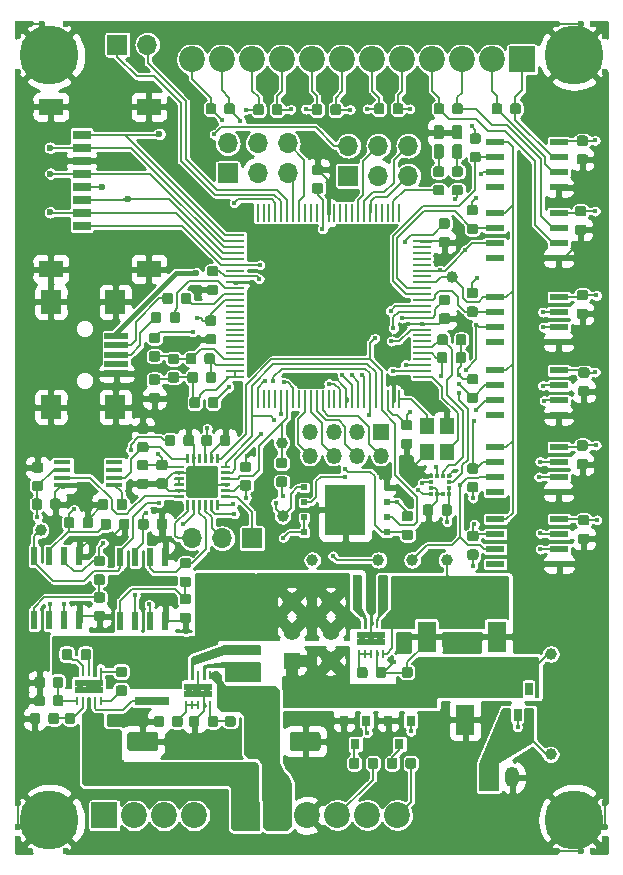
<source format=gbr>
G04 #@! TF.GenerationSoftware,KiCad,Pcbnew,(5.1.2)-1*
G04 #@! TF.CreationDate,2019-06-23T17:44:29+01:00*
G04 #@! TF.ProjectId,daq,6461712e-6b69-4636-9164-5f7063625858,rev?*
G04 #@! TF.SameCoordinates,Original*
G04 #@! TF.FileFunction,Copper,L1,Top*
G04 #@! TF.FilePolarity,Positive*
%FSLAX46Y46*%
G04 Gerber Fmt 4.6, Leading zero omitted, Abs format (unit mm)*
G04 Created by KiCad (PCBNEW (5.1.2)-1) date 2019-06-23 17:44:29*
%MOMM*%
%LPD*%
G04 APERTURE LIST*
%ADD10O,1.700000X1.700000*%
%ADD11R,1.700000X1.700000*%
%ADD12C,0.100000*%
%ADD13C,1.600000*%
%ADD14C,2.200000*%
%ADD15R,2.200000X2.200000*%
%ADD16C,0.600000*%
%ADD17R,1.200000X0.600000*%
%ADD18R,0.280000X0.800000*%
%ADD19C,0.875000*%
%ADD20R,2.900000X0.800000*%
%ADD21C,1.400000*%
%ADD22R,1.400000X1.400000*%
%ADD23C,1.000000*%
%ADD24R,0.800000X2.900000*%
%ADD25R,0.280000X1.500000*%
%ADD26R,1.500000X0.280000*%
%ADD27R,0.350000X0.375000*%
%ADD28R,0.375000X0.350000*%
%ADD29R,0.550000X0.500000*%
%ADD30R,3.450000X4.350000*%
%ADD31R,1.350000X1.350000*%
%ADD32O,1.350000X1.350000*%
%ADD33R,1.550000X0.600000*%
%ADD34R,1.450000X0.450000*%
%ADD35R,0.800000X0.900000*%
%ADD36R,2.000000X1.450000*%
%ADD37R,1.500000X0.800000*%
%ADD38R,2.000000X0.500000*%
%ADD39R,1.700000X2.000000*%
%ADD40R,1.200000X1.400000*%
%ADD41R,0.650000X1.060000*%
%ADD42C,0.250000*%
%ADD43C,0.500000*%
%ADD44C,2.700000*%
%ADD45C,0.850000*%
%ADD46C,5.000000*%
%ADD47R,1.600000X2.600000*%
%ADD48R,1.200000X1.750000*%
%ADD49O,1.200000X1.750000*%
%ADD50R,0.600000X1.550000*%
%ADD51C,0.450000*%
%ADD52C,0.200000*%
%ADD53C,0.400000*%
%ADD54C,0.254000*%
G04 APERTURE END LIST*
D10*
X71151000Y-150786000D03*
X73691000Y-150786000D03*
D11*
X76231000Y-150786000D03*
D12*
G36*
X68055504Y-167187204D02*
G01*
X68079773Y-167190804D01*
X68103571Y-167196765D01*
X68126671Y-167205030D01*
X68148849Y-167215520D01*
X68169893Y-167228133D01*
X68189598Y-167242747D01*
X68207777Y-167259223D01*
X68224253Y-167277402D01*
X68238867Y-167297107D01*
X68251480Y-167318151D01*
X68261970Y-167340329D01*
X68270235Y-167363429D01*
X68276196Y-167387227D01*
X68279796Y-167411496D01*
X68281000Y-167436000D01*
X68281000Y-168536000D01*
X68279796Y-168560504D01*
X68276196Y-168584773D01*
X68270235Y-168608571D01*
X68261970Y-168631671D01*
X68251480Y-168653849D01*
X68238867Y-168674893D01*
X68224253Y-168694598D01*
X68207777Y-168712777D01*
X68189598Y-168729253D01*
X68169893Y-168743867D01*
X68148849Y-168756480D01*
X68126671Y-168766970D01*
X68103571Y-168775235D01*
X68079773Y-168781196D01*
X68055504Y-168784796D01*
X68031000Y-168786000D01*
X65931000Y-168786000D01*
X65906496Y-168784796D01*
X65882227Y-168781196D01*
X65858429Y-168775235D01*
X65835329Y-168766970D01*
X65813151Y-168756480D01*
X65792107Y-168743867D01*
X65772402Y-168729253D01*
X65754223Y-168712777D01*
X65737747Y-168694598D01*
X65723133Y-168674893D01*
X65710520Y-168653849D01*
X65700030Y-168631671D01*
X65691765Y-168608571D01*
X65685804Y-168584773D01*
X65682204Y-168560504D01*
X65681000Y-168536000D01*
X65681000Y-167436000D01*
X65682204Y-167411496D01*
X65685804Y-167387227D01*
X65691765Y-167363429D01*
X65700030Y-167340329D01*
X65710520Y-167318151D01*
X65723133Y-167297107D01*
X65737747Y-167277402D01*
X65754223Y-167259223D01*
X65772402Y-167242747D01*
X65792107Y-167228133D01*
X65813151Y-167215520D01*
X65835329Y-167205030D01*
X65858429Y-167196765D01*
X65882227Y-167190804D01*
X65906496Y-167187204D01*
X65931000Y-167186000D01*
X68031000Y-167186000D01*
X68055504Y-167187204D01*
X68055504Y-167187204D01*
G37*
D13*
X66981000Y-167986000D03*
D12*
G36*
X64455504Y-167187204D02*
G01*
X64479773Y-167190804D01*
X64503571Y-167196765D01*
X64526671Y-167205030D01*
X64548849Y-167215520D01*
X64569893Y-167228133D01*
X64589598Y-167242747D01*
X64607777Y-167259223D01*
X64624253Y-167277402D01*
X64638867Y-167297107D01*
X64651480Y-167318151D01*
X64661970Y-167340329D01*
X64670235Y-167363429D01*
X64676196Y-167387227D01*
X64679796Y-167411496D01*
X64681000Y-167436000D01*
X64681000Y-168536000D01*
X64679796Y-168560504D01*
X64676196Y-168584773D01*
X64670235Y-168608571D01*
X64661970Y-168631671D01*
X64651480Y-168653849D01*
X64638867Y-168674893D01*
X64624253Y-168694598D01*
X64607777Y-168712777D01*
X64589598Y-168729253D01*
X64569893Y-168743867D01*
X64548849Y-168756480D01*
X64526671Y-168766970D01*
X64503571Y-168775235D01*
X64479773Y-168781196D01*
X64455504Y-168784796D01*
X64431000Y-168786000D01*
X62331000Y-168786000D01*
X62306496Y-168784796D01*
X62282227Y-168781196D01*
X62258429Y-168775235D01*
X62235329Y-168766970D01*
X62213151Y-168756480D01*
X62192107Y-168743867D01*
X62172402Y-168729253D01*
X62154223Y-168712777D01*
X62137747Y-168694598D01*
X62123133Y-168674893D01*
X62110520Y-168653849D01*
X62100030Y-168631671D01*
X62091765Y-168608571D01*
X62085804Y-168584773D01*
X62082204Y-168560504D01*
X62081000Y-168536000D01*
X62081000Y-167436000D01*
X62082204Y-167411496D01*
X62085804Y-167387227D01*
X62091765Y-167363429D01*
X62100030Y-167340329D01*
X62110520Y-167318151D01*
X62123133Y-167297107D01*
X62137747Y-167277402D01*
X62154223Y-167259223D01*
X62172402Y-167242747D01*
X62192107Y-167228133D01*
X62213151Y-167215520D01*
X62235329Y-167205030D01*
X62258429Y-167196765D01*
X62282227Y-167190804D01*
X62306496Y-167187204D01*
X62331000Y-167186000D01*
X64431000Y-167186000D01*
X64455504Y-167187204D01*
X64455504Y-167187204D01*
G37*
D13*
X63381000Y-167986000D03*
D12*
G36*
X81805504Y-167187204D02*
G01*
X81829773Y-167190804D01*
X81853571Y-167196765D01*
X81876671Y-167205030D01*
X81898849Y-167215520D01*
X81919893Y-167228133D01*
X81939598Y-167242747D01*
X81957777Y-167259223D01*
X81974253Y-167277402D01*
X81988867Y-167297107D01*
X82001480Y-167318151D01*
X82011970Y-167340329D01*
X82020235Y-167363429D01*
X82026196Y-167387227D01*
X82029796Y-167411496D01*
X82031000Y-167436000D01*
X82031000Y-168536000D01*
X82029796Y-168560504D01*
X82026196Y-168584773D01*
X82020235Y-168608571D01*
X82011970Y-168631671D01*
X82001480Y-168653849D01*
X81988867Y-168674893D01*
X81974253Y-168694598D01*
X81957777Y-168712777D01*
X81939598Y-168729253D01*
X81919893Y-168743867D01*
X81898849Y-168756480D01*
X81876671Y-168766970D01*
X81853571Y-168775235D01*
X81829773Y-168781196D01*
X81805504Y-168784796D01*
X81781000Y-168786000D01*
X79681000Y-168786000D01*
X79656496Y-168784796D01*
X79632227Y-168781196D01*
X79608429Y-168775235D01*
X79585329Y-168766970D01*
X79563151Y-168756480D01*
X79542107Y-168743867D01*
X79522402Y-168729253D01*
X79504223Y-168712777D01*
X79487747Y-168694598D01*
X79473133Y-168674893D01*
X79460520Y-168653849D01*
X79450030Y-168631671D01*
X79441765Y-168608571D01*
X79435804Y-168584773D01*
X79432204Y-168560504D01*
X79431000Y-168536000D01*
X79431000Y-167436000D01*
X79432204Y-167411496D01*
X79435804Y-167387227D01*
X79441765Y-167363429D01*
X79450030Y-167340329D01*
X79460520Y-167318151D01*
X79473133Y-167297107D01*
X79487747Y-167277402D01*
X79504223Y-167259223D01*
X79522402Y-167242747D01*
X79542107Y-167228133D01*
X79563151Y-167215520D01*
X79585329Y-167205030D01*
X79608429Y-167196765D01*
X79632227Y-167190804D01*
X79656496Y-167187204D01*
X79681000Y-167186000D01*
X81781000Y-167186000D01*
X81805504Y-167187204D01*
X81805504Y-167187204D01*
G37*
D13*
X80731000Y-167986000D03*
D12*
G36*
X78205504Y-167187204D02*
G01*
X78229773Y-167190804D01*
X78253571Y-167196765D01*
X78276671Y-167205030D01*
X78298849Y-167215520D01*
X78319893Y-167228133D01*
X78339598Y-167242747D01*
X78357777Y-167259223D01*
X78374253Y-167277402D01*
X78388867Y-167297107D01*
X78401480Y-167318151D01*
X78411970Y-167340329D01*
X78420235Y-167363429D01*
X78426196Y-167387227D01*
X78429796Y-167411496D01*
X78431000Y-167436000D01*
X78431000Y-168536000D01*
X78429796Y-168560504D01*
X78426196Y-168584773D01*
X78420235Y-168608571D01*
X78411970Y-168631671D01*
X78401480Y-168653849D01*
X78388867Y-168674893D01*
X78374253Y-168694598D01*
X78357777Y-168712777D01*
X78339598Y-168729253D01*
X78319893Y-168743867D01*
X78298849Y-168756480D01*
X78276671Y-168766970D01*
X78253571Y-168775235D01*
X78229773Y-168781196D01*
X78205504Y-168784796D01*
X78181000Y-168786000D01*
X76081000Y-168786000D01*
X76056496Y-168784796D01*
X76032227Y-168781196D01*
X76008429Y-168775235D01*
X75985329Y-168766970D01*
X75963151Y-168756480D01*
X75942107Y-168743867D01*
X75922402Y-168729253D01*
X75904223Y-168712777D01*
X75887747Y-168694598D01*
X75873133Y-168674893D01*
X75860520Y-168653849D01*
X75850030Y-168631671D01*
X75841765Y-168608571D01*
X75835804Y-168584773D01*
X75832204Y-168560504D01*
X75831000Y-168536000D01*
X75831000Y-167436000D01*
X75832204Y-167411496D01*
X75835804Y-167387227D01*
X75841765Y-167363429D01*
X75850030Y-167340329D01*
X75860520Y-167318151D01*
X75873133Y-167297107D01*
X75887747Y-167277402D01*
X75904223Y-167259223D01*
X75922402Y-167242747D01*
X75942107Y-167228133D01*
X75963151Y-167215520D01*
X75985329Y-167205030D01*
X76008429Y-167196765D01*
X76032227Y-167190804D01*
X76056496Y-167187204D01*
X76081000Y-167186000D01*
X78181000Y-167186000D01*
X78205504Y-167187204D01*
X78205504Y-167187204D01*
G37*
D13*
X77131000Y-167986000D03*
D14*
X88531000Y-174236000D03*
X85991000Y-174236000D03*
X83451000Y-174236000D03*
X80911000Y-174236000D03*
X78371000Y-174236000D03*
D15*
X75831000Y-174236000D03*
D14*
X71351000Y-174244000D03*
X68811000Y-174244000D03*
X66271000Y-174244000D03*
D15*
X63731000Y-174244000D03*
D16*
X62431000Y-163336000D03*
X61681000Y-163336000D03*
X63181000Y-163336000D03*
D17*
X61831000Y-163636000D03*
X63031000Y-163636000D03*
X61831000Y-163036000D03*
X63031000Y-163036000D03*
D18*
X63431000Y-164586000D03*
X62931000Y-164586000D03*
X62431000Y-164586000D03*
X61931000Y-164586000D03*
X61431000Y-164586000D03*
X61431000Y-162086000D03*
X61931000Y-162086000D03*
X62431000Y-162086000D03*
X62931000Y-162086000D03*
X63431000Y-162086000D03*
D16*
X71681000Y-163636000D03*
X70931000Y-163636000D03*
X72431000Y-163636000D03*
D17*
X71081000Y-163936000D03*
X72281000Y-163936000D03*
X71081000Y-163336000D03*
X72281000Y-163336000D03*
D18*
X72681000Y-164886000D03*
X72181000Y-164886000D03*
X71681000Y-164886000D03*
X71181000Y-164886000D03*
X70681000Y-164886000D03*
X70681000Y-162386000D03*
X71181000Y-162386000D03*
X71681000Y-162386000D03*
X72181000Y-162386000D03*
X72681000Y-162386000D03*
D12*
G36*
X71571191Y-165812053D02*
G01*
X71592426Y-165815203D01*
X71613250Y-165820419D01*
X71633462Y-165827651D01*
X71652868Y-165836830D01*
X71671281Y-165847866D01*
X71688524Y-165860654D01*
X71704430Y-165875070D01*
X71718846Y-165890976D01*
X71731634Y-165908219D01*
X71742670Y-165926632D01*
X71751849Y-165946038D01*
X71759081Y-165966250D01*
X71764297Y-165987074D01*
X71767447Y-166008309D01*
X71768500Y-166029750D01*
X71768500Y-166542250D01*
X71767447Y-166563691D01*
X71764297Y-166584926D01*
X71759081Y-166605750D01*
X71751849Y-166625962D01*
X71742670Y-166645368D01*
X71731634Y-166663781D01*
X71718846Y-166681024D01*
X71704430Y-166696930D01*
X71688524Y-166711346D01*
X71671281Y-166724134D01*
X71652868Y-166735170D01*
X71633462Y-166744349D01*
X71613250Y-166751581D01*
X71592426Y-166756797D01*
X71571191Y-166759947D01*
X71549750Y-166761000D01*
X71112250Y-166761000D01*
X71090809Y-166759947D01*
X71069574Y-166756797D01*
X71048750Y-166751581D01*
X71028538Y-166744349D01*
X71009132Y-166735170D01*
X70990719Y-166724134D01*
X70973476Y-166711346D01*
X70957570Y-166696930D01*
X70943154Y-166681024D01*
X70930366Y-166663781D01*
X70919330Y-166645368D01*
X70910151Y-166625962D01*
X70902919Y-166605750D01*
X70897703Y-166584926D01*
X70894553Y-166563691D01*
X70893500Y-166542250D01*
X70893500Y-166029750D01*
X70894553Y-166008309D01*
X70897703Y-165987074D01*
X70902919Y-165966250D01*
X70910151Y-165946038D01*
X70919330Y-165926632D01*
X70930366Y-165908219D01*
X70943154Y-165890976D01*
X70957570Y-165875070D01*
X70973476Y-165860654D01*
X70990719Y-165847866D01*
X71009132Y-165836830D01*
X71028538Y-165827651D01*
X71048750Y-165820419D01*
X71069574Y-165815203D01*
X71090809Y-165812053D01*
X71112250Y-165811000D01*
X71549750Y-165811000D01*
X71571191Y-165812053D01*
X71571191Y-165812053D01*
G37*
D19*
X71331000Y-166286000D03*
D12*
G36*
X73146191Y-165812053D02*
G01*
X73167426Y-165815203D01*
X73188250Y-165820419D01*
X73208462Y-165827651D01*
X73227868Y-165836830D01*
X73246281Y-165847866D01*
X73263524Y-165860654D01*
X73279430Y-165875070D01*
X73293846Y-165890976D01*
X73306634Y-165908219D01*
X73317670Y-165926632D01*
X73326849Y-165946038D01*
X73334081Y-165966250D01*
X73339297Y-165987074D01*
X73342447Y-166008309D01*
X73343500Y-166029750D01*
X73343500Y-166542250D01*
X73342447Y-166563691D01*
X73339297Y-166584926D01*
X73334081Y-166605750D01*
X73326849Y-166625962D01*
X73317670Y-166645368D01*
X73306634Y-166663781D01*
X73293846Y-166681024D01*
X73279430Y-166696930D01*
X73263524Y-166711346D01*
X73246281Y-166724134D01*
X73227868Y-166735170D01*
X73208462Y-166744349D01*
X73188250Y-166751581D01*
X73167426Y-166756797D01*
X73146191Y-166759947D01*
X73124750Y-166761000D01*
X72687250Y-166761000D01*
X72665809Y-166759947D01*
X72644574Y-166756797D01*
X72623750Y-166751581D01*
X72603538Y-166744349D01*
X72584132Y-166735170D01*
X72565719Y-166724134D01*
X72548476Y-166711346D01*
X72532570Y-166696930D01*
X72518154Y-166681024D01*
X72505366Y-166663781D01*
X72494330Y-166645368D01*
X72485151Y-166625962D01*
X72477919Y-166605750D01*
X72472703Y-166584926D01*
X72469553Y-166563691D01*
X72468500Y-166542250D01*
X72468500Y-166029750D01*
X72469553Y-166008309D01*
X72472703Y-165987074D01*
X72477919Y-165966250D01*
X72485151Y-165946038D01*
X72494330Y-165926632D01*
X72505366Y-165908219D01*
X72518154Y-165890976D01*
X72532570Y-165875070D01*
X72548476Y-165860654D01*
X72565719Y-165847866D01*
X72584132Y-165836830D01*
X72603538Y-165827651D01*
X72623750Y-165820419D01*
X72644574Y-165815203D01*
X72665809Y-165812053D01*
X72687250Y-165811000D01*
X73124750Y-165811000D01*
X73146191Y-165812053D01*
X73146191Y-165812053D01*
G37*
D19*
X72906000Y-166286000D03*
D12*
G36*
X74658691Y-165849553D02*
G01*
X74679926Y-165852703D01*
X74700750Y-165857919D01*
X74720962Y-165865151D01*
X74740368Y-165874330D01*
X74758781Y-165885366D01*
X74776024Y-165898154D01*
X74791930Y-165912570D01*
X74806346Y-165928476D01*
X74819134Y-165945719D01*
X74830170Y-165964132D01*
X74839349Y-165983538D01*
X74846581Y-166003750D01*
X74851797Y-166024574D01*
X74854947Y-166045809D01*
X74856000Y-166067250D01*
X74856000Y-166504750D01*
X74854947Y-166526191D01*
X74851797Y-166547426D01*
X74846581Y-166568250D01*
X74839349Y-166588462D01*
X74830170Y-166607868D01*
X74819134Y-166626281D01*
X74806346Y-166643524D01*
X74791930Y-166659430D01*
X74776024Y-166673846D01*
X74758781Y-166686634D01*
X74740368Y-166697670D01*
X74720962Y-166706849D01*
X74700750Y-166714081D01*
X74679926Y-166719297D01*
X74658691Y-166722447D01*
X74637250Y-166723500D01*
X74124750Y-166723500D01*
X74103309Y-166722447D01*
X74082074Y-166719297D01*
X74061250Y-166714081D01*
X74041038Y-166706849D01*
X74021632Y-166697670D01*
X74003219Y-166686634D01*
X73985976Y-166673846D01*
X73970070Y-166659430D01*
X73955654Y-166643524D01*
X73942866Y-166626281D01*
X73931830Y-166607868D01*
X73922651Y-166588462D01*
X73915419Y-166568250D01*
X73910203Y-166547426D01*
X73907053Y-166526191D01*
X73906000Y-166504750D01*
X73906000Y-166067250D01*
X73907053Y-166045809D01*
X73910203Y-166024574D01*
X73915419Y-166003750D01*
X73922651Y-165983538D01*
X73931830Y-165964132D01*
X73942866Y-165945719D01*
X73955654Y-165928476D01*
X73970070Y-165912570D01*
X73985976Y-165898154D01*
X74003219Y-165885366D01*
X74021632Y-165874330D01*
X74041038Y-165865151D01*
X74061250Y-165857919D01*
X74082074Y-165852703D01*
X74103309Y-165849553D01*
X74124750Y-165848500D01*
X74637250Y-165848500D01*
X74658691Y-165849553D01*
X74658691Y-165849553D01*
G37*
D19*
X74381000Y-166286000D03*
D12*
G36*
X74658691Y-164274553D02*
G01*
X74679926Y-164277703D01*
X74700750Y-164282919D01*
X74720962Y-164290151D01*
X74740368Y-164299330D01*
X74758781Y-164310366D01*
X74776024Y-164323154D01*
X74791930Y-164337570D01*
X74806346Y-164353476D01*
X74819134Y-164370719D01*
X74830170Y-164389132D01*
X74839349Y-164408538D01*
X74846581Y-164428750D01*
X74851797Y-164449574D01*
X74854947Y-164470809D01*
X74856000Y-164492250D01*
X74856000Y-164929750D01*
X74854947Y-164951191D01*
X74851797Y-164972426D01*
X74846581Y-164993250D01*
X74839349Y-165013462D01*
X74830170Y-165032868D01*
X74819134Y-165051281D01*
X74806346Y-165068524D01*
X74791930Y-165084430D01*
X74776024Y-165098846D01*
X74758781Y-165111634D01*
X74740368Y-165122670D01*
X74720962Y-165131849D01*
X74700750Y-165139081D01*
X74679926Y-165144297D01*
X74658691Y-165147447D01*
X74637250Y-165148500D01*
X74124750Y-165148500D01*
X74103309Y-165147447D01*
X74082074Y-165144297D01*
X74061250Y-165139081D01*
X74041038Y-165131849D01*
X74021632Y-165122670D01*
X74003219Y-165111634D01*
X73985976Y-165098846D01*
X73970070Y-165084430D01*
X73955654Y-165068524D01*
X73942866Y-165051281D01*
X73931830Y-165032868D01*
X73922651Y-165013462D01*
X73915419Y-164993250D01*
X73910203Y-164972426D01*
X73907053Y-164951191D01*
X73906000Y-164929750D01*
X73906000Y-164492250D01*
X73907053Y-164470809D01*
X73910203Y-164449574D01*
X73915419Y-164428750D01*
X73922651Y-164408538D01*
X73931830Y-164389132D01*
X73942866Y-164370719D01*
X73955654Y-164353476D01*
X73970070Y-164337570D01*
X73985976Y-164323154D01*
X74003219Y-164310366D01*
X74021632Y-164299330D01*
X74041038Y-164290151D01*
X74061250Y-164282919D01*
X74082074Y-164277703D01*
X74103309Y-164274553D01*
X74124750Y-164273500D01*
X74637250Y-164273500D01*
X74658691Y-164274553D01*
X74658691Y-164274553D01*
G37*
D19*
X74381000Y-164711000D03*
D12*
G36*
X58096191Y-165562053D02*
G01*
X58117426Y-165565203D01*
X58138250Y-165570419D01*
X58158462Y-165577651D01*
X58177868Y-165586830D01*
X58196281Y-165597866D01*
X58213524Y-165610654D01*
X58229430Y-165625070D01*
X58243846Y-165640976D01*
X58256634Y-165658219D01*
X58267670Y-165676632D01*
X58276849Y-165696038D01*
X58284081Y-165716250D01*
X58289297Y-165737074D01*
X58292447Y-165758309D01*
X58293500Y-165779750D01*
X58293500Y-166292250D01*
X58292447Y-166313691D01*
X58289297Y-166334926D01*
X58284081Y-166355750D01*
X58276849Y-166375962D01*
X58267670Y-166395368D01*
X58256634Y-166413781D01*
X58243846Y-166431024D01*
X58229430Y-166446930D01*
X58213524Y-166461346D01*
X58196281Y-166474134D01*
X58177868Y-166485170D01*
X58158462Y-166494349D01*
X58138250Y-166501581D01*
X58117426Y-166506797D01*
X58096191Y-166509947D01*
X58074750Y-166511000D01*
X57637250Y-166511000D01*
X57615809Y-166509947D01*
X57594574Y-166506797D01*
X57573750Y-166501581D01*
X57553538Y-166494349D01*
X57534132Y-166485170D01*
X57515719Y-166474134D01*
X57498476Y-166461346D01*
X57482570Y-166446930D01*
X57468154Y-166431024D01*
X57455366Y-166413781D01*
X57444330Y-166395368D01*
X57435151Y-166375962D01*
X57427919Y-166355750D01*
X57422703Y-166334926D01*
X57419553Y-166313691D01*
X57418500Y-166292250D01*
X57418500Y-165779750D01*
X57419553Y-165758309D01*
X57422703Y-165737074D01*
X57427919Y-165716250D01*
X57435151Y-165696038D01*
X57444330Y-165676632D01*
X57455366Y-165658219D01*
X57468154Y-165640976D01*
X57482570Y-165625070D01*
X57498476Y-165610654D01*
X57515719Y-165597866D01*
X57534132Y-165586830D01*
X57553538Y-165577651D01*
X57573750Y-165570419D01*
X57594574Y-165565203D01*
X57615809Y-165562053D01*
X57637250Y-165561000D01*
X58074750Y-165561000D01*
X58096191Y-165562053D01*
X58096191Y-165562053D01*
G37*
D19*
X57856000Y-166036000D03*
D12*
G36*
X59671191Y-165562053D02*
G01*
X59692426Y-165565203D01*
X59713250Y-165570419D01*
X59733462Y-165577651D01*
X59752868Y-165586830D01*
X59771281Y-165597866D01*
X59788524Y-165610654D01*
X59804430Y-165625070D01*
X59818846Y-165640976D01*
X59831634Y-165658219D01*
X59842670Y-165676632D01*
X59851849Y-165696038D01*
X59859081Y-165716250D01*
X59864297Y-165737074D01*
X59867447Y-165758309D01*
X59868500Y-165779750D01*
X59868500Y-166292250D01*
X59867447Y-166313691D01*
X59864297Y-166334926D01*
X59859081Y-166355750D01*
X59851849Y-166375962D01*
X59842670Y-166395368D01*
X59831634Y-166413781D01*
X59818846Y-166431024D01*
X59804430Y-166446930D01*
X59788524Y-166461346D01*
X59771281Y-166474134D01*
X59752868Y-166485170D01*
X59733462Y-166494349D01*
X59713250Y-166501581D01*
X59692426Y-166506797D01*
X59671191Y-166509947D01*
X59649750Y-166511000D01*
X59212250Y-166511000D01*
X59190809Y-166509947D01*
X59169574Y-166506797D01*
X59148750Y-166501581D01*
X59128538Y-166494349D01*
X59109132Y-166485170D01*
X59090719Y-166474134D01*
X59073476Y-166461346D01*
X59057570Y-166446930D01*
X59043154Y-166431024D01*
X59030366Y-166413781D01*
X59019330Y-166395368D01*
X59010151Y-166375962D01*
X59002919Y-166355750D01*
X58997703Y-166334926D01*
X58994553Y-166313691D01*
X58993500Y-166292250D01*
X58993500Y-165779750D01*
X58994553Y-165758309D01*
X58997703Y-165737074D01*
X59002919Y-165716250D01*
X59010151Y-165696038D01*
X59019330Y-165676632D01*
X59030366Y-165658219D01*
X59043154Y-165640976D01*
X59057570Y-165625070D01*
X59073476Y-165610654D01*
X59090719Y-165597866D01*
X59109132Y-165586830D01*
X59128538Y-165577651D01*
X59148750Y-165570419D01*
X59169574Y-165565203D01*
X59190809Y-165562053D01*
X59212250Y-165561000D01*
X59649750Y-165561000D01*
X59671191Y-165562053D01*
X59671191Y-165562053D01*
G37*
D19*
X59431000Y-166036000D03*
D12*
G36*
X61083691Y-165562053D02*
G01*
X61104926Y-165565203D01*
X61125750Y-165570419D01*
X61145962Y-165577651D01*
X61165368Y-165586830D01*
X61183781Y-165597866D01*
X61201024Y-165610654D01*
X61216930Y-165625070D01*
X61231346Y-165640976D01*
X61244134Y-165658219D01*
X61255170Y-165676632D01*
X61264349Y-165696038D01*
X61271581Y-165716250D01*
X61276797Y-165737074D01*
X61279947Y-165758309D01*
X61281000Y-165779750D01*
X61281000Y-166292250D01*
X61279947Y-166313691D01*
X61276797Y-166334926D01*
X61271581Y-166355750D01*
X61264349Y-166375962D01*
X61255170Y-166395368D01*
X61244134Y-166413781D01*
X61231346Y-166431024D01*
X61216930Y-166446930D01*
X61201024Y-166461346D01*
X61183781Y-166474134D01*
X61165368Y-166485170D01*
X61145962Y-166494349D01*
X61125750Y-166501581D01*
X61104926Y-166506797D01*
X61083691Y-166509947D01*
X61062250Y-166511000D01*
X60624750Y-166511000D01*
X60603309Y-166509947D01*
X60582074Y-166506797D01*
X60561250Y-166501581D01*
X60541038Y-166494349D01*
X60521632Y-166485170D01*
X60503219Y-166474134D01*
X60485976Y-166461346D01*
X60470070Y-166446930D01*
X60455654Y-166431024D01*
X60442866Y-166413781D01*
X60431830Y-166395368D01*
X60422651Y-166375962D01*
X60415419Y-166355750D01*
X60410203Y-166334926D01*
X60407053Y-166313691D01*
X60406000Y-166292250D01*
X60406000Y-165779750D01*
X60407053Y-165758309D01*
X60410203Y-165737074D01*
X60415419Y-165716250D01*
X60422651Y-165696038D01*
X60431830Y-165676632D01*
X60442866Y-165658219D01*
X60455654Y-165640976D01*
X60470070Y-165625070D01*
X60485976Y-165610654D01*
X60503219Y-165597866D01*
X60521632Y-165586830D01*
X60541038Y-165577651D01*
X60561250Y-165570419D01*
X60582074Y-165565203D01*
X60603309Y-165562053D01*
X60624750Y-165561000D01*
X61062250Y-165561000D01*
X61083691Y-165562053D01*
X61083691Y-165562053D01*
G37*
D19*
X60843500Y-166036000D03*
D12*
G36*
X62658691Y-165562053D02*
G01*
X62679926Y-165565203D01*
X62700750Y-165570419D01*
X62720962Y-165577651D01*
X62740368Y-165586830D01*
X62758781Y-165597866D01*
X62776024Y-165610654D01*
X62791930Y-165625070D01*
X62806346Y-165640976D01*
X62819134Y-165658219D01*
X62830170Y-165676632D01*
X62839349Y-165696038D01*
X62846581Y-165716250D01*
X62851797Y-165737074D01*
X62854947Y-165758309D01*
X62856000Y-165779750D01*
X62856000Y-166292250D01*
X62854947Y-166313691D01*
X62851797Y-166334926D01*
X62846581Y-166355750D01*
X62839349Y-166375962D01*
X62830170Y-166395368D01*
X62819134Y-166413781D01*
X62806346Y-166431024D01*
X62791930Y-166446930D01*
X62776024Y-166461346D01*
X62758781Y-166474134D01*
X62740368Y-166485170D01*
X62720962Y-166494349D01*
X62700750Y-166501581D01*
X62679926Y-166506797D01*
X62658691Y-166509947D01*
X62637250Y-166511000D01*
X62199750Y-166511000D01*
X62178309Y-166509947D01*
X62157074Y-166506797D01*
X62136250Y-166501581D01*
X62116038Y-166494349D01*
X62096632Y-166485170D01*
X62078219Y-166474134D01*
X62060976Y-166461346D01*
X62045070Y-166446930D01*
X62030654Y-166431024D01*
X62017866Y-166413781D01*
X62006830Y-166395368D01*
X61997651Y-166375962D01*
X61990419Y-166355750D01*
X61985203Y-166334926D01*
X61982053Y-166313691D01*
X61981000Y-166292250D01*
X61981000Y-165779750D01*
X61982053Y-165758309D01*
X61985203Y-165737074D01*
X61990419Y-165716250D01*
X61997651Y-165696038D01*
X62006830Y-165676632D01*
X62017866Y-165658219D01*
X62030654Y-165640976D01*
X62045070Y-165625070D01*
X62060976Y-165610654D01*
X62078219Y-165597866D01*
X62096632Y-165586830D01*
X62116038Y-165577651D01*
X62136250Y-165570419D01*
X62157074Y-165565203D01*
X62178309Y-165562053D01*
X62199750Y-165561000D01*
X62637250Y-165561000D01*
X62658691Y-165562053D01*
X62658691Y-165562053D01*
G37*
D19*
X62418500Y-166036000D03*
D12*
G36*
X58483691Y-162512053D02*
G01*
X58504926Y-162515203D01*
X58525750Y-162520419D01*
X58545962Y-162527651D01*
X58565368Y-162536830D01*
X58583781Y-162547866D01*
X58601024Y-162560654D01*
X58616930Y-162575070D01*
X58631346Y-162590976D01*
X58644134Y-162608219D01*
X58655170Y-162626632D01*
X58664349Y-162646038D01*
X58671581Y-162666250D01*
X58676797Y-162687074D01*
X58679947Y-162708309D01*
X58681000Y-162729750D01*
X58681000Y-163242250D01*
X58679947Y-163263691D01*
X58676797Y-163284926D01*
X58671581Y-163305750D01*
X58664349Y-163325962D01*
X58655170Y-163345368D01*
X58644134Y-163363781D01*
X58631346Y-163381024D01*
X58616930Y-163396930D01*
X58601024Y-163411346D01*
X58583781Y-163424134D01*
X58565368Y-163435170D01*
X58545962Y-163444349D01*
X58525750Y-163451581D01*
X58504926Y-163456797D01*
X58483691Y-163459947D01*
X58462250Y-163461000D01*
X58024750Y-163461000D01*
X58003309Y-163459947D01*
X57982074Y-163456797D01*
X57961250Y-163451581D01*
X57941038Y-163444349D01*
X57921632Y-163435170D01*
X57903219Y-163424134D01*
X57885976Y-163411346D01*
X57870070Y-163396930D01*
X57855654Y-163381024D01*
X57842866Y-163363781D01*
X57831830Y-163345368D01*
X57822651Y-163325962D01*
X57815419Y-163305750D01*
X57810203Y-163284926D01*
X57807053Y-163263691D01*
X57806000Y-163242250D01*
X57806000Y-162729750D01*
X57807053Y-162708309D01*
X57810203Y-162687074D01*
X57815419Y-162666250D01*
X57822651Y-162646038D01*
X57831830Y-162626632D01*
X57842866Y-162608219D01*
X57855654Y-162590976D01*
X57870070Y-162575070D01*
X57885976Y-162560654D01*
X57903219Y-162547866D01*
X57921632Y-162536830D01*
X57941038Y-162527651D01*
X57961250Y-162520419D01*
X57982074Y-162515203D01*
X58003309Y-162512053D01*
X58024750Y-162511000D01*
X58462250Y-162511000D01*
X58483691Y-162512053D01*
X58483691Y-162512053D01*
G37*
D19*
X58243500Y-162986000D03*
D12*
G36*
X60058691Y-162512053D02*
G01*
X60079926Y-162515203D01*
X60100750Y-162520419D01*
X60120962Y-162527651D01*
X60140368Y-162536830D01*
X60158781Y-162547866D01*
X60176024Y-162560654D01*
X60191930Y-162575070D01*
X60206346Y-162590976D01*
X60219134Y-162608219D01*
X60230170Y-162626632D01*
X60239349Y-162646038D01*
X60246581Y-162666250D01*
X60251797Y-162687074D01*
X60254947Y-162708309D01*
X60256000Y-162729750D01*
X60256000Y-163242250D01*
X60254947Y-163263691D01*
X60251797Y-163284926D01*
X60246581Y-163305750D01*
X60239349Y-163325962D01*
X60230170Y-163345368D01*
X60219134Y-163363781D01*
X60206346Y-163381024D01*
X60191930Y-163396930D01*
X60176024Y-163411346D01*
X60158781Y-163424134D01*
X60140368Y-163435170D01*
X60120962Y-163444349D01*
X60100750Y-163451581D01*
X60079926Y-163456797D01*
X60058691Y-163459947D01*
X60037250Y-163461000D01*
X59599750Y-163461000D01*
X59578309Y-163459947D01*
X59557074Y-163456797D01*
X59536250Y-163451581D01*
X59516038Y-163444349D01*
X59496632Y-163435170D01*
X59478219Y-163424134D01*
X59460976Y-163411346D01*
X59445070Y-163396930D01*
X59430654Y-163381024D01*
X59417866Y-163363781D01*
X59406830Y-163345368D01*
X59397651Y-163325962D01*
X59390419Y-163305750D01*
X59385203Y-163284926D01*
X59382053Y-163263691D01*
X59381000Y-163242250D01*
X59381000Y-162729750D01*
X59382053Y-162708309D01*
X59385203Y-162687074D01*
X59390419Y-162666250D01*
X59397651Y-162646038D01*
X59406830Y-162626632D01*
X59417866Y-162608219D01*
X59430654Y-162590976D01*
X59445070Y-162575070D01*
X59460976Y-162560654D01*
X59478219Y-162547866D01*
X59496632Y-162536830D01*
X59516038Y-162527651D01*
X59536250Y-162520419D01*
X59557074Y-162515203D01*
X59578309Y-162512053D01*
X59599750Y-162511000D01*
X60037250Y-162511000D01*
X60058691Y-162512053D01*
X60058691Y-162512053D01*
G37*
D19*
X59818500Y-162986000D03*
D20*
X67731000Y-164536000D03*
X67731000Y-162336000D03*
X75481000Y-162486000D03*
X75481000Y-160286000D03*
D12*
G36*
X68583691Y-165812053D02*
G01*
X68604926Y-165815203D01*
X68625750Y-165820419D01*
X68645962Y-165827651D01*
X68665368Y-165836830D01*
X68683781Y-165847866D01*
X68701024Y-165860654D01*
X68716930Y-165875070D01*
X68731346Y-165890976D01*
X68744134Y-165908219D01*
X68755170Y-165926632D01*
X68764349Y-165946038D01*
X68771581Y-165966250D01*
X68776797Y-165987074D01*
X68779947Y-166008309D01*
X68781000Y-166029750D01*
X68781000Y-166542250D01*
X68779947Y-166563691D01*
X68776797Y-166584926D01*
X68771581Y-166605750D01*
X68764349Y-166625962D01*
X68755170Y-166645368D01*
X68744134Y-166663781D01*
X68731346Y-166681024D01*
X68716930Y-166696930D01*
X68701024Y-166711346D01*
X68683781Y-166724134D01*
X68665368Y-166735170D01*
X68645962Y-166744349D01*
X68625750Y-166751581D01*
X68604926Y-166756797D01*
X68583691Y-166759947D01*
X68562250Y-166761000D01*
X68124750Y-166761000D01*
X68103309Y-166759947D01*
X68082074Y-166756797D01*
X68061250Y-166751581D01*
X68041038Y-166744349D01*
X68021632Y-166735170D01*
X68003219Y-166724134D01*
X67985976Y-166711346D01*
X67970070Y-166696930D01*
X67955654Y-166681024D01*
X67942866Y-166663781D01*
X67931830Y-166645368D01*
X67922651Y-166625962D01*
X67915419Y-166605750D01*
X67910203Y-166584926D01*
X67907053Y-166563691D01*
X67906000Y-166542250D01*
X67906000Y-166029750D01*
X67907053Y-166008309D01*
X67910203Y-165987074D01*
X67915419Y-165966250D01*
X67922651Y-165946038D01*
X67931830Y-165926632D01*
X67942866Y-165908219D01*
X67955654Y-165890976D01*
X67970070Y-165875070D01*
X67985976Y-165860654D01*
X68003219Y-165847866D01*
X68021632Y-165836830D01*
X68041038Y-165827651D01*
X68061250Y-165820419D01*
X68082074Y-165815203D01*
X68103309Y-165812053D01*
X68124750Y-165811000D01*
X68562250Y-165811000D01*
X68583691Y-165812053D01*
X68583691Y-165812053D01*
G37*
D19*
X68343500Y-166286000D03*
D12*
G36*
X70158691Y-165812053D02*
G01*
X70179926Y-165815203D01*
X70200750Y-165820419D01*
X70220962Y-165827651D01*
X70240368Y-165836830D01*
X70258781Y-165847866D01*
X70276024Y-165860654D01*
X70291930Y-165875070D01*
X70306346Y-165890976D01*
X70319134Y-165908219D01*
X70330170Y-165926632D01*
X70339349Y-165946038D01*
X70346581Y-165966250D01*
X70351797Y-165987074D01*
X70354947Y-166008309D01*
X70356000Y-166029750D01*
X70356000Y-166542250D01*
X70354947Y-166563691D01*
X70351797Y-166584926D01*
X70346581Y-166605750D01*
X70339349Y-166625962D01*
X70330170Y-166645368D01*
X70319134Y-166663781D01*
X70306346Y-166681024D01*
X70291930Y-166696930D01*
X70276024Y-166711346D01*
X70258781Y-166724134D01*
X70240368Y-166735170D01*
X70220962Y-166744349D01*
X70200750Y-166751581D01*
X70179926Y-166756797D01*
X70158691Y-166759947D01*
X70137250Y-166761000D01*
X69699750Y-166761000D01*
X69678309Y-166759947D01*
X69657074Y-166756797D01*
X69636250Y-166751581D01*
X69616038Y-166744349D01*
X69596632Y-166735170D01*
X69578219Y-166724134D01*
X69560976Y-166711346D01*
X69545070Y-166696930D01*
X69530654Y-166681024D01*
X69517866Y-166663781D01*
X69506830Y-166645368D01*
X69497651Y-166625962D01*
X69490419Y-166605750D01*
X69485203Y-166584926D01*
X69482053Y-166563691D01*
X69481000Y-166542250D01*
X69481000Y-166029750D01*
X69482053Y-166008309D01*
X69485203Y-165987074D01*
X69490419Y-165966250D01*
X69497651Y-165946038D01*
X69506830Y-165926632D01*
X69517866Y-165908219D01*
X69530654Y-165890976D01*
X69545070Y-165875070D01*
X69560976Y-165860654D01*
X69578219Y-165847866D01*
X69596632Y-165836830D01*
X69616038Y-165827651D01*
X69636250Y-165820419D01*
X69657074Y-165815203D01*
X69678309Y-165812053D01*
X69699750Y-165811000D01*
X70137250Y-165811000D01*
X70158691Y-165812053D01*
X70158691Y-165812053D01*
G37*
D19*
X69918500Y-166286000D03*
D12*
G36*
X65458691Y-163237053D02*
G01*
X65479926Y-163240203D01*
X65500750Y-163245419D01*
X65520962Y-163252651D01*
X65540368Y-163261830D01*
X65558781Y-163272866D01*
X65576024Y-163285654D01*
X65591930Y-163300070D01*
X65606346Y-163315976D01*
X65619134Y-163333219D01*
X65630170Y-163351632D01*
X65639349Y-163371038D01*
X65646581Y-163391250D01*
X65651797Y-163412074D01*
X65654947Y-163433309D01*
X65656000Y-163454750D01*
X65656000Y-163892250D01*
X65654947Y-163913691D01*
X65651797Y-163934926D01*
X65646581Y-163955750D01*
X65639349Y-163975962D01*
X65630170Y-163995368D01*
X65619134Y-164013781D01*
X65606346Y-164031024D01*
X65591930Y-164046930D01*
X65576024Y-164061346D01*
X65558781Y-164074134D01*
X65540368Y-164085170D01*
X65520962Y-164094349D01*
X65500750Y-164101581D01*
X65479926Y-164106797D01*
X65458691Y-164109947D01*
X65437250Y-164111000D01*
X64924750Y-164111000D01*
X64903309Y-164109947D01*
X64882074Y-164106797D01*
X64861250Y-164101581D01*
X64841038Y-164094349D01*
X64821632Y-164085170D01*
X64803219Y-164074134D01*
X64785976Y-164061346D01*
X64770070Y-164046930D01*
X64755654Y-164031024D01*
X64742866Y-164013781D01*
X64731830Y-163995368D01*
X64722651Y-163975962D01*
X64715419Y-163955750D01*
X64710203Y-163934926D01*
X64707053Y-163913691D01*
X64706000Y-163892250D01*
X64706000Y-163454750D01*
X64707053Y-163433309D01*
X64710203Y-163412074D01*
X64715419Y-163391250D01*
X64722651Y-163371038D01*
X64731830Y-163351632D01*
X64742866Y-163333219D01*
X64755654Y-163315976D01*
X64770070Y-163300070D01*
X64785976Y-163285654D01*
X64803219Y-163272866D01*
X64821632Y-163261830D01*
X64841038Y-163252651D01*
X64861250Y-163245419D01*
X64882074Y-163240203D01*
X64903309Y-163237053D01*
X64924750Y-163236000D01*
X65437250Y-163236000D01*
X65458691Y-163237053D01*
X65458691Y-163237053D01*
G37*
D19*
X65181000Y-163673500D03*
D12*
G36*
X65458691Y-161662053D02*
G01*
X65479926Y-161665203D01*
X65500750Y-161670419D01*
X65520962Y-161677651D01*
X65540368Y-161686830D01*
X65558781Y-161697866D01*
X65576024Y-161710654D01*
X65591930Y-161725070D01*
X65606346Y-161740976D01*
X65619134Y-161758219D01*
X65630170Y-161776632D01*
X65639349Y-161796038D01*
X65646581Y-161816250D01*
X65651797Y-161837074D01*
X65654947Y-161858309D01*
X65656000Y-161879750D01*
X65656000Y-162317250D01*
X65654947Y-162338691D01*
X65651797Y-162359926D01*
X65646581Y-162380750D01*
X65639349Y-162400962D01*
X65630170Y-162420368D01*
X65619134Y-162438781D01*
X65606346Y-162456024D01*
X65591930Y-162471930D01*
X65576024Y-162486346D01*
X65558781Y-162499134D01*
X65540368Y-162510170D01*
X65520962Y-162519349D01*
X65500750Y-162526581D01*
X65479926Y-162531797D01*
X65458691Y-162534947D01*
X65437250Y-162536000D01*
X64924750Y-162536000D01*
X64903309Y-162534947D01*
X64882074Y-162531797D01*
X64861250Y-162526581D01*
X64841038Y-162519349D01*
X64821632Y-162510170D01*
X64803219Y-162499134D01*
X64785976Y-162486346D01*
X64770070Y-162471930D01*
X64755654Y-162456024D01*
X64742866Y-162438781D01*
X64731830Y-162420368D01*
X64722651Y-162400962D01*
X64715419Y-162380750D01*
X64710203Y-162359926D01*
X64707053Y-162338691D01*
X64706000Y-162317250D01*
X64706000Y-161879750D01*
X64707053Y-161858309D01*
X64710203Y-161837074D01*
X64715419Y-161816250D01*
X64722651Y-161796038D01*
X64731830Y-161776632D01*
X64742866Y-161758219D01*
X64755654Y-161740976D01*
X64770070Y-161725070D01*
X64785976Y-161710654D01*
X64803219Y-161697866D01*
X64821632Y-161686830D01*
X64841038Y-161677651D01*
X64861250Y-161670419D01*
X64882074Y-161665203D01*
X64903309Y-161662053D01*
X64924750Y-161661000D01*
X65437250Y-161661000D01*
X65458691Y-161662053D01*
X65458691Y-161662053D01*
G37*
D19*
X65181000Y-162098500D03*
D12*
G36*
X60058691Y-164062053D02*
G01*
X60079926Y-164065203D01*
X60100750Y-164070419D01*
X60120962Y-164077651D01*
X60140368Y-164086830D01*
X60158781Y-164097866D01*
X60176024Y-164110654D01*
X60191930Y-164125070D01*
X60206346Y-164140976D01*
X60219134Y-164158219D01*
X60230170Y-164176632D01*
X60239349Y-164196038D01*
X60246581Y-164216250D01*
X60251797Y-164237074D01*
X60254947Y-164258309D01*
X60256000Y-164279750D01*
X60256000Y-164792250D01*
X60254947Y-164813691D01*
X60251797Y-164834926D01*
X60246581Y-164855750D01*
X60239349Y-164875962D01*
X60230170Y-164895368D01*
X60219134Y-164913781D01*
X60206346Y-164931024D01*
X60191930Y-164946930D01*
X60176024Y-164961346D01*
X60158781Y-164974134D01*
X60140368Y-164985170D01*
X60120962Y-164994349D01*
X60100750Y-165001581D01*
X60079926Y-165006797D01*
X60058691Y-165009947D01*
X60037250Y-165011000D01*
X59599750Y-165011000D01*
X59578309Y-165009947D01*
X59557074Y-165006797D01*
X59536250Y-165001581D01*
X59516038Y-164994349D01*
X59496632Y-164985170D01*
X59478219Y-164974134D01*
X59460976Y-164961346D01*
X59445070Y-164946930D01*
X59430654Y-164931024D01*
X59417866Y-164913781D01*
X59406830Y-164895368D01*
X59397651Y-164875962D01*
X59390419Y-164855750D01*
X59385203Y-164834926D01*
X59382053Y-164813691D01*
X59381000Y-164792250D01*
X59381000Y-164279750D01*
X59382053Y-164258309D01*
X59385203Y-164237074D01*
X59390419Y-164216250D01*
X59397651Y-164196038D01*
X59406830Y-164176632D01*
X59417866Y-164158219D01*
X59430654Y-164140976D01*
X59445070Y-164125070D01*
X59460976Y-164110654D01*
X59478219Y-164097866D01*
X59496632Y-164086830D01*
X59516038Y-164077651D01*
X59536250Y-164070419D01*
X59557074Y-164065203D01*
X59578309Y-164062053D01*
X59599750Y-164061000D01*
X60037250Y-164061000D01*
X60058691Y-164062053D01*
X60058691Y-164062053D01*
G37*
D19*
X59818500Y-164536000D03*
D12*
G36*
X58483691Y-164062053D02*
G01*
X58504926Y-164065203D01*
X58525750Y-164070419D01*
X58545962Y-164077651D01*
X58565368Y-164086830D01*
X58583781Y-164097866D01*
X58601024Y-164110654D01*
X58616930Y-164125070D01*
X58631346Y-164140976D01*
X58644134Y-164158219D01*
X58655170Y-164176632D01*
X58664349Y-164196038D01*
X58671581Y-164216250D01*
X58676797Y-164237074D01*
X58679947Y-164258309D01*
X58681000Y-164279750D01*
X58681000Y-164792250D01*
X58679947Y-164813691D01*
X58676797Y-164834926D01*
X58671581Y-164855750D01*
X58664349Y-164875962D01*
X58655170Y-164895368D01*
X58644134Y-164913781D01*
X58631346Y-164931024D01*
X58616930Y-164946930D01*
X58601024Y-164961346D01*
X58583781Y-164974134D01*
X58565368Y-164985170D01*
X58545962Y-164994349D01*
X58525750Y-165001581D01*
X58504926Y-165006797D01*
X58483691Y-165009947D01*
X58462250Y-165011000D01*
X58024750Y-165011000D01*
X58003309Y-165009947D01*
X57982074Y-165006797D01*
X57961250Y-165001581D01*
X57941038Y-164994349D01*
X57921632Y-164985170D01*
X57903219Y-164974134D01*
X57885976Y-164961346D01*
X57870070Y-164946930D01*
X57855654Y-164931024D01*
X57842866Y-164913781D01*
X57831830Y-164895368D01*
X57822651Y-164875962D01*
X57815419Y-164855750D01*
X57810203Y-164834926D01*
X57807053Y-164813691D01*
X57806000Y-164792250D01*
X57806000Y-164279750D01*
X57807053Y-164258309D01*
X57810203Y-164237074D01*
X57815419Y-164216250D01*
X57822651Y-164196038D01*
X57831830Y-164176632D01*
X57842866Y-164158219D01*
X57855654Y-164140976D01*
X57870070Y-164125070D01*
X57885976Y-164110654D01*
X57903219Y-164097866D01*
X57921632Y-164086830D01*
X57941038Y-164077651D01*
X57961250Y-164070419D01*
X57982074Y-164065203D01*
X58003309Y-164062053D01*
X58024750Y-164061000D01*
X58462250Y-164061000D01*
X58483691Y-164062053D01*
X58483691Y-164062053D01*
G37*
D19*
X58243500Y-164536000D03*
D12*
G36*
X60821191Y-160162053D02*
G01*
X60842426Y-160165203D01*
X60863250Y-160170419D01*
X60883462Y-160177651D01*
X60902868Y-160186830D01*
X60921281Y-160197866D01*
X60938524Y-160210654D01*
X60954430Y-160225070D01*
X60968846Y-160240976D01*
X60981634Y-160258219D01*
X60992670Y-160276632D01*
X61001849Y-160296038D01*
X61009081Y-160316250D01*
X61014297Y-160337074D01*
X61017447Y-160358309D01*
X61018500Y-160379750D01*
X61018500Y-160892250D01*
X61017447Y-160913691D01*
X61014297Y-160934926D01*
X61009081Y-160955750D01*
X61001849Y-160975962D01*
X60992670Y-160995368D01*
X60981634Y-161013781D01*
X60968846Y-161031024D01*
X60954430Y-161046930D01*
X60938524Y-161061346D01*
X60921281Y-161074134D01*
X60902868Y-161085170D01*
X60883462Y-161094349D01*
X60863250Y-161101581D01*
X60842426Y-161106797D01*
X60821191Y-161109947D01*
X60799750Y-161111000D01*
X60362250Y-161111000D01*
X60340809Y-161109947D01*
X60319574Y-161106797D01*
X60298750Y-161101581D01*
X60278538Y-161094349D01*
X60259132Y-161085170D01*
X60240719Y-161074134D01*
X60223476Y-161061346D01*
X60207570Y-161046930D01*
X60193154Y-161031024D01*
X60180366Y-161013781D01*
X60169330Y-160995368D01*
X60160151Y-160975962D01*
X60152919Y-160955750D01*
X60147703Y-160934926D01*
X60144553Y-160913691D01*
X60143500Y-160892250D01*
X60143500Y-160379750D01*
X60144553Y-160358309D01*
X60147703Y-160337074D01*
X60152919Y-160316250D01*
X60160151Y-160296038D01*
X60169330Y-160276632D01*
X60180366Y-160258219D01*
X60193154Y-160240976D01*
X60207570Y-160225070D01*
X60223476Y-160210654D01*
X60240719Y-160197866D01*
X60259132Y-160186830D01*
X60278538Y-160177651D01*
X60298750Y-160170419D01*
X60319574Y-160165203D01*
X60340809Y-160162053D01*
X60362250Y-160161000D01*
X60799750Y-160161000D01*
X60821191Y-160162053D01*
X60821191Y-160162053D01*
G37*
D19*
X60581000Y-160636000D03*
D12*
G36*
X62396191Y-160162053D02*
G01*
X62417426Y-160165203D01*
X62438250Y-160170419D01*
X62458462Y-160177651D01*
X62477868Y-160186830D01*
X62496281Y-160197866D01*
X62513524Y-160210654D01*
X62529430Y-160225070D01*
X62543846Y-160240976D01*
X62556634Y-160258219D01*
X62567670Y-160276632D01*
X62576849Y-160296038D01*
X62584081Y-160316250D01*
X62589297Y-160337074D01*
X62592447Y-160358309D01*
X62593500Y-160379750D01*
X62593500Y-160892250D01*
X62592447Y-160913691D01*
X62589297Y-160934926D01*
X62584081Y-160955750D01*
X62576849Y-160975962D01*
X62567670Y-160995368D01*
X62556634Y-161013781D01*
X62543846Y-161031024D01*
X62529430Y-161046930D01*
X62513524Y-161061346D01*
X62496281Y-161074134D01*
X62477868Y-161085170D01*
X62458462Y-161094349D01*
X62438250Y-161101581D01*
X62417426Y-161106797D01*
X62396191Y-161109947D01*
X62374750Y-161111000D01*
X61937250Y-161111000D01*
X61915809Y-161109947D01*
X61894574Y-161106797D01*
X61873750Y-161101581D01*
X61853538Y-161094349D01*
X61834132Y-161085170D01*
X61815719Y-161074134D01*
X61798476Y-161061346D01*
X61782570Y-161046930D01*
X61768154Y-161031024D01*
X61755366Y-161013781D01*
X61744330Y-160995368D01*
X61735151Y-160975962D01*
X61727919Y-160955750D01*
X61722703Y-160934926D01*
X61719553Y-160913691D01*
X61718500Y-160892250D01*
X61718500Y-160379750D01*
X61719553Y-160358309D01*
X61722703Y-160337074D01*
X61727919Y-160316250D01*
X61735151Y-160296038D01*
X61744330Y-160276632D01*
X61755366Y-160258219D01*
X61768154Y-160240976D01*
X61782570Y-160225070D01*
X61798476Y-160210654D01*
X61815719Y-160197866D01*
X61834132Y-160186830D01*
X61853538Y-160177651D01*
X61873750Y-160170419D01*
X61894574Y-160165203D01*
X61915809Y-160162053D01*
X61937250Y-160161000D01*
X62374750Y-160161000D01*
X62396191Y-160162053D01*
X62396191Y-160162053D01*
G37*
D19*
X62156000Y-160636000D03*
D21*
X82931000Y-156186000D03*
X82931000Y-158686000D03*
X82931000Y-161186000D03*
X79631000Y-156186000D03*
X79631000Y-158686000D03*
D22*
X79631000Y-161186000D03*
D23*
X92710000Y-152619000D03*
D24*
X85158400Y-155346400D03*
X87358400Y-155346400D03*
D12*
G36*
X85812691Y-161679653D02*
G01*
X85833926Y-161682803D01*
X85854750Y-161688019D01*
X85874962Y-161695251D01*
X85894368Y-161704430D01*
X85912781Y-161715466D01*
X85930024Y-161728254D01*
X85945930Y-161742670D01*
X85960346Y-161758576D01*
X85973134Y-161775819D01*
X85984170Y-161794232D01*
X85993349Y-161813638D01*
X86000581Y-161833850D01*
X86005797Y-161854674D01*
X86008947Y-161875909D01*
X86010000Y-161897350D01*
X86010000Y-162409850D01*
X86008947Y-162431291D01*
X86005797Y-162452526D01*
X86000581Y-162473350D01*
X85993349Y-162493562D01*
X85984170Y-162512968D01*
X85973134Y-162531381D01*
X85960346Y-162548624D01*
X85945930Y-162564530D01*
X85930024Y-162578946D01*
X85912781Y-162591734D01*
X85894368Y-162602770D01*
X85874962Y-162611949D01*
X85854750Y-162619181D01*
X85833926Y-162624397D01*
X85812691Y-162627547D01*
X85791250Y-162628600D01*
X85353750Y-162628600D01*
X85332309Y-162627547D01*
X85311074Y-162624397D01*
X85290250Y-162619181D01*
X85270038Y-162611949D01*
X85250632Y-162602770D01*
X85232219Y-162591734D01*
X85214976Y-162578946D01*
X85199070Y-162564530D01*
X85184654Y-162548624D01*
X85171866Y-162531381D01*
X85160830Y-162512968D01*
X85151651Y-162493562D01*
X85144419Y-162473350D01*
X85139203Y-162452526D01*
X85136053Y-162431291D01*
X85135000Y-162409850D01*
X85135000Y-161897350D01*
X85136053Y-161875909D01*
X85139203Y-161854674D01*
X85144419Y-161833850D01*
X85151651Y-161813638D01*
X85160830Y-161794232D01*
X85171866Y-161775819D01*
X85184654Y-161758576D01*
X85199070Y-161742670D01*
X85214976Y-161728254D01*
X85232219Y-161715466D01*
X85250632Y-161704430D01*
X85270038Y-161695251D01*
X85290250Y-161688019D01*
X85311074Y-161682803D01*
X85332309Y-161679653D01*
X85353750Y-161678600D01*
X85791250Y-161678600D01*
X85812691Y-161679653D01*
X85812691Y-161679653D01*
G37*
D19*
X85572500Y-162153600D03*
D12*
G36*
X87387691Y-161679653D02*
G01*
X87408926Y-161682803D01*
X87429750Y-161688019D01*
X87449962Y-161695251D01*
X87469368Y-161704430D01*
X87487781Y-161715466D01*
X87505024Y-161728254D01*
X87520930Y-161742670D01*
X87535346Y-161758576D01*
X87548134Y-161775819D01*
X87559170Y-161794232D01*
X87568349Y-161813638D01*
X87575581Y-161833850D01*
X87580797Y-161854674D01*
X87583947Y-161875909D01*
X87585000Y-161897350D01*
X87585000Y-162409850D01*
X87583947Y-162431291D01*
X87580797Y-162452526D01*
X87575581Y-162473350D01*
X87568349Y-162493562D01*
X87559170Y-162512968D01*
X87548134Y-162531381D01*
X87535346Y-162548624D01*
X87520930Y-162564530D01*
X87505024Y-162578946D01*
X87487781Y-162591734D01*
X87469368Y-162602770D01*
X87449962Y-162611949D01*
X87429750Y-162619181D01*
X87408926Y-162624397D01*
X87387691Y-162627547D01*
X87366250Y-162628600D01*
X86928750Y-162628600D01*
X86907309Y-162627547D01*
X86886074Y-162624397D01*
X86865250Y-162619181D01*
X86845038Y-162611949D01*
X86825632Y-162602770D01*
X86807219Y-162591734D01*
X86789976Y-162578946D01*
X86774070Y-162564530D01*
X86759654Y-162548624D01*
X86746866Y-162531381D01*
X86735830Y-162512968D01*
X86726651Y-162493562D01*
X86719419Y-162473350D01*
X86714203Y-162452526D01*
X86711053Y-162431291D01*
X86710000Y-162409850D01*
X86710000Y-161897350D01*
X86711053Y-161875909D01*
X86714203Y-161854674D01*
X86719419Y-161833850D01*
X86726651Y-161813638D01*
X86735830Y-161794232D01*
X86746866Y-161775819D01*
X86759654Y-161758576D01*
X86774070Y-161742670D01*
X86789976Y-161728254D01*
X86807219Y-161715466D01*
X86825632Y-161704430D01*
X86845038Y-161695251D01*
X86865250Y-161688019D01*
X86886074Y-161682803D01*
X86907309Y-161679653D01*
X86928750Y-161678600D01*
X87366250Y-161678600D01*
X87387691Y-161679653D01*
X87387691Y-161679653D01*
G37*
D19*
X87147500Y-162153600D03*
D18*
X87324038Y-158041508D03*
X86824038Y-158041508D03*
X86324038Y-158041508D03*
X85824038Y-158041508D03*
X85324038Y-158041508D03*
X85324038Y-160541508D03*
X85824038Y-160541508D03*
X86324038Y-160541508D03*
X86824038Y-160541508D03*
X87324038Y-160541508D03*
D17*
X86924038Y-158991508D03*
X85724038Y-158991508D03*
X86924038Y-159591508D03*
X85724038Y-159591508D03*
D16*
X87074038Y-159291508D03*
X85574038Y-159291508D03*
X86324038Y-159291508D03*
D25*
X76708000Y-123214800D03*
X77208000Y-123214800D03*
X77708000Y-123214800D03*
X78208000Y-123214800D03*
X78708000Y-123214800D03*
X79208000Y-123214800D03*
X79708000Y-123214800D03*
X80208000Y-123214800D03*
X80708000Y-123214800D03*
X81208000Y-123214800D03*
X81708000Y-123214800D03*
X82208000Y-123214800D03*
X82708000Y-123214800D03*
X83208000Y-123214800D03*
X83708000Y-123214800D03*
X84208000Y-123214800D03*
X84708000Y-123214800D03*
X85208000Y-123214800D03*
X85708000Y-123214800D03*
X86208000Y-123214800D03*
X86708000Y-123214800D03*
X87208000Y-123214800D03*
X87708000Y-123214800D03*
X88208000Y-123214800D03*
X88708000Y-123214800D03*
D26*
X90608000Y-125114800D03*
X90608000Y-125614800D03*
X90608000Y-126114800D03*
X90608000Y-126614800D03*
X90608000Y-127114800D03*
X90608000Y-127614800D03*
X90608000Y-128114800D03*
X90608000Y-128614800D03*
X90608000Y-129114800D03*
X90608000Y-129614800D03*
X90608000Y-130114800D03*
X90608000Y-130614800D03*
X90608000Y-131114800D03*
X90608000Y-131614800D03*
X90608000Y-132114800D03*
X90608000Y-132614800D03*
X90608000Y-133114800D03*
X90608000Y-133614800D03*
X90608000Y-134114800D03*
X90608000Y-134614800D03*
X90608000Y-135114800D03*
X90608000Y-135614800D03*
X90608000Y-136114800D03*
X90608000Y-136614800D03*
X90608000Y-137114800D03*
D25*
X88708000Y-139014800D03*
X88208000Y-139014800D03*
X87708000Y-139014800D03*
X87208000Y-139014800D03*
X86708000Y-139014800D03*
X86208000Y-139014800D03*
X85708000Y-139014800D03*
X85208000Y-139014800D03*
X84708000Y-139014800D03*
X84208000Y-139014800D03*
X83708000Y-139014800D03*
X83208000Y-139014800D03*
X82708000Y-139014800D03*
X82208000Y-139014800D03*
X81708000Y-139014800D03*
X81208000Y-139014800D03*
X80708000Y-139014800D03*
X80208000Y-139014800D03*
X79708000Y-139014800D03*
X79208000Y-139014800D03*
X78708000Y-139014800D03*
X78208000Y-139014800D03*
X77708000Y-139014800D03*
X77208000Y-139014800D03*
X76708000Y-139014800D03*
D26*
X74808000Y-137114800D03*
X74808000Y-136614800D03*
X74808000Y-136114800D03*
X74808000Y-135614800D03*
X74808000Y-135114800D03*
X74808000Y-134614800D03*
X74808000Y-134114800D03*
X74808000Y-133614800D03*
X74808000Y-133114800D03*
X74808000Y-132614800D03*
X74808000Y-132114800D03*
X74808000Y-131614800D03*
X74808000Y-131114800D03*
X74808000Y-130614800D03*
X74808000Y-130114800D03*
X74808000Y-129614800D03*
X74808000Y-129114800D03*
X74808000Y-128614800D03*
X74808000Y-128114800D03*
X74808000Y-127614800D03*
X74808000Y-127114800D03*
X74808000Y-126614800D03*
X74808000Y-126114800D03*
X74808000Y-125614800D03*
X74808000Y-125114800D03*
D11*
X64831000Y-108986000D03*
D10*
X67371000Y-108986000D03*
D27*
X92381000Y-145523500D03*
X91881000Y-145523500D03*
X92381000Y-147048500D03*
X91881000Y-147048500D03*
X91381000Y-145523500D03*
X91381000Y-147048500D03*
X92881000Y-145523500D03*
X92881000Y-147048500D03*
D28*
X91368500Y-146036000D03*
X91368500Y-146536000D03*
X92893500Y-146536000D03*
X92893500Y-146036000D03*
D23*
X89789000Y-152619000D03*
D12*
G36*
X95208691Y-138449553D02*
G01*
X95229926Y-138452703D01*
X95250750Y-138457919D01*
X95270962Y-138465151D01*
X95290368Y-138474330D01*
X95308781Y-138485366D01*
X95326024Y-138498154D01*
X95341930Y-138512570D01*
X95356346Y-138528476D01*
X95369134Y-138545719D01*
X95380170Y-138564132D01*
X95389349Y-138583538D01*
X95396581Y-138603750D01*
X95401797Y-138624574D01*
X95404947Y-138645809D01*
X95406000Y-138667250D01*
X95406000Y-139104750D01*
X95404947Y-139126191D01*
X95401797Y-139147426D01*
X95396581Y-139168250D01*
X95389349Y-139188462D01*
X95380170Y-139207868D01*
X95369134Y-139226281D01*
X95356346Y-139243524D01*
X95341930Y-139259430D01*
X95326024Y-139273846D01*
X95308781Y-139286634D01*
X95290368Y-139297670D01*
X95270962Y-139306849D01*
X95250750Y-139314081D01*
X95229926Y-139319297D01*
X95208691Y-139322447D01*
X95187250Y-139323500D01*
X94674750Y-139323500D01*
X94653309Y-139322447D01*
X94632074Y-139319297D01*
X94611250Y-139314081D01*
X94591038Y-139306849D01*
X94571632Y-139297670D01*
X94553219Y-139286634D01*
X94535976Y-139273846D01*
X94520070Y-139259430D01*
X94505654Y-139243524D01*
X94492866Y-139226281D01*
X94481830Y-139207868D01*
X94472651Y-139188462D01*
X94465419Y-139168250D01*
X94460203Y-139147426D01*
X94457053Y-139126191D01*
X94456000Y-139104750D01*
X94456000Y-138667250D01*
X94457053Y-138645809D01*
X94460203Y-138624574D01*
X94465419Y-138603750D01*
X94472651Y-138583538D01*
X94481830Y-138564132D01*
X94492866Y-138545719D01*
X94505654Y-138528476D01*
X94520070Y-138512570D01*
X94535976Y-138498154D01*
X94553219Y-138485366D01*
X94571632Y-138474330D01*
X94591038Y-138465151D01*
X94611250Y-138457919D01*
X94632074Y-138452703D01*
X94653309Y-138449553D01*
X94674750Y-138448500D01*
X95187250Y-138448500D01*
X95208691Y-138449553D01*
X95208691Y-138449553D01*
G37*
D19*
X94931000Y-138886000D03*
D12*
G36*
X95208691Y-136874553D02*
G01*
X95229926Y-136877703D01*
X95250750Y-136882919D01*
X95270962Y-136890151D01*
X95290368Y-136899330D01*
X95308781Y-136910366D01*
X95326024Y-136923154D01*
X95341930Y-136937570D01*
X95356346Y-136953476D01*
X95369134Y-136970719D01*
X95380170Y-136989132D01*
X95389349Y-137008538D01*
X95396581Y-137028750D01*
X95401797Y-137049574D01*
X95404947Y-137070809D01*
X95406000Y-137092250D01*
X95406000Y-137529750D01*
X95404947Y-137551191D01*
X95401797Y-137572426D01*
X95396581Y-137593250D01*
X95389349Y-137613462D01*
X95380170Y-137632868D01*
X95369134Y-137651281D01*
X95356346Y-137668524D01*
X95341930Y-137684430D01*
X95326024Y-137698846D01*
X95308781Y-137711634D01*
X95290368Y-137722670D01*
X95270962Y-137731849D01*
X95250750Y-137739081D01*
X95229926Y-137744297D01*
X95208691Y-137747447D01*
X95187250Y-137748500D01*
X94674750Y-137748500D01*
X94653309Y-137747447D01*
X94632074Y-137744297D01*
X94611250Y-137739081D01*
X94591038Y-137731849D01*
X94571632Y-137722670D01*
X94553219Y-137711634D01*
X94535976Y-137698846D01*
X94520070Y-137684430D01*
X94505654Y-137668524D01*
X94492866Y-137651281D01*
X94481830Y-137632868D01*
X94472651Y-137613462D01*
X94465419Y-137593250D01*
X94460203Y-137572426D01*
X94457053Y-137551191D01*
X94456000Y-137529750D01*
X94456000Y-137092250D01*
X94457053Y-137070809D01*
X94460203Y-137049574D01*
X94465419Y-137028750D01*
X94472651Y-137008538D01*
X94481830Y-136989132D01*
X94492866Y-136970719D01*
X94505654Y-136953476D01*
X94520070Y-136937570D01*
X94535976Y-136923154D01*
X94553219Y-136910366D01*
X94571632Y-136899330D01*
X94591038Y-136890151D01*
X94611250Y-136882919D01*
X94632074Y-136877703D01*
X94653309Y-136874553D01*
X94674750Y-136873500D01*
X95187250Y-136873500D01*
X95208691Y-136874553D01*
X95208691Y-136874553D01*
G37*
D19*
X94931000Y-137311000D03*
D12*
G36*
X92958691Y-147912053D02*
G01*
X92979926Y-147915203D01*
X93000750Y-147920419D01*
X93020962Y-147927651D01*
X93040368Y-147936830D01*
X93058781Y-147947866D01*
X93076024Y-147960654D01*
X93091930Y-147975070D01*
X93106346Y-147990976D01*
X93119134Y-148008219D01*
X93130170Y-148026632D01*
X93139349Y-148046038D01*
X93146581Y-148066250D01*
X93151797Y-148087074D01*
X93154947Y-148108309D01*
X93156000Y-148129750D01*
X93156000Y-148642250D01*
X93154947Y-148663691D01*
X93151797Y-148684926D01*
X93146581Y-148705750D01*
X93139349Y-148725962D01*
X93130170Y-148745368D01*
X93119134Y-148763781D01*
X93106346Y-148781024D01*
X93091930Y-148796930D01*
X93076024Y-148811346D01*
X93058781Y-148824134D01*
X93040368Y-148835170D01*
X93020962Y-148844349D01*
X93000750Y-148851581D01*
X92979926Y-148856797D01*
X92958691Y-148859947D01*
X92937250Y-148861000D01*
X92499750Y-148861000D01*
X92478309Y-148859947D01*
X92457074Y-148856797D01*
X92436250Y-148851581D01*
X92416038Y-148844349D01*
X92396632Y-148835170D01*
X92378219Y-148824134D01*
X92360976Y-148811346D01*
X92345070Y-148796930D01*
X92330654Y-148781024D01*
X92317866Y-148763781D01*
X92306830Y-148745368D01*
X92297651Y-148725962D01*
X92290419Y-148705750D01*
X92285203Y-148684926D01*
X92282053Y-148663691D01*
X92281000Y-148642250D01*
X92281000Y-148129750D01*
X92282053Y-148108309D01*
X92285203Y-148087074D01*
X92290419Y-148066250D01*
X92297651Y-148046038D01*
X92306830Y-148026632D01*
X92317866Y-148008219D01*
X92330654Y-147990976D01*
X92345070Y-147975070D01*
X92360976Y-147960654D01*
X92378219Y-147947866D01*
X92396632Y-147936830D01*
X92416038Y-147927651D01*
X92436250Y-147920419D01*
X92457074Y-147915203D01*
X92478309Y-147912053D01*
X92499750Y-147911000D01*
X92937250Y-147911000D01*
X92958691Y-147912053D01*
X92958691Y-147912053D01*
G37*
D19*
X92718500Y-148386000D03*
D12*
G36*
X91383691Y-147912053D02*
G01*
X91404926Y-147915203D01*
X91425750Y-147920419D01*
X91445962Y-147927651D01*
X91465368Y-147936830D01*
X91483781Y-147947866D01*
X91501024Y-147960654D01*
X91516930Y-147975070D01*
X91531346Y-147990976D01*
X91544134Y-148008219D01*
X91555170Y-148026632D01*
X91564349Y-148046038D01*
X91571581Y-148066250D01*
X91576797Y-148087074D01*
X91579947Y-148108309D01*
X91581000Y-148129750D01*
X91581000Y-148642250D01*
X91579947Y-148663691D01*
X91576797Y-148684926D01*
X91571581Y-148705750D01*
X91564349Y-148725962D01*
X91555170Y-148745368D01*
X91544134Y-148763781D01*
X91531346Y-148781024D01*
X91516930Y-148796930D01*
X91501024Y-148811346D01*
X91483781Y-148824134D01*
X91465368Y-148835170D01*
X91445962Y-148844349D01*
X91425750Y-148851581D01*
X91404926Y-148856797D01*
X91383691Y-148859947D01*
X91362250Y-148861000D01*
X90924750Y-148861000D01*
X90903309Y-148859947D01*
X90882074Y-148856797D01*
X90861250Y-148851581D01*
X90841038Y-148844349D01*
X90821632Y-148835170D01*
X90803219Y-148824134D01*
X90785976Y-148811346D01*
X90770070Y-148796930D01*
X90755654Y-148781024D01*
X90742866Y-148763781D01*
X90731830Y-148745368D01*
X90722651Y-148725962D01*
X90715419Y-148705750D01*
X90710203Y-148684926D01*
X90707053Y-148663691D01*
X90706000Y-148642250D01*
X90706000Y-148129750D01*
X90707053Y-148108309D01*
X90710203Y-148087074D01*
X90715419Y-148066250D01*
X90722651Y-148046038D01*
X90731830Y-148026632D01*
X90742866Y-148008219D01*
X90755654Y-147990976D01*
X90770070Y-147975070D01*
X90785976Y-147960654D01*
X90803219Y-147947866D01*
X90821632Y-147936830D01*
X90841038Y-147927651D01*
X90861250Y-147920419D01*
X90882074Y-147915203D01*
X90903309Y-147912053D01*
X90924750Y-147911000D01*
X91362250Y-147911000D01*
X91383691Y-147912053D01*
X91383691Y-147912053D01*
G37*
D19*
X91143500Y-148386000D03*
D12*
G36*
X92571191Y-135012053D02*
G01*
X92592426Y-135015203D01*
X92613250Y-135020419D01*
X92633462Y-135027651D01*
X92652868Y-135036830D01*
X92671281Y-135047866D01*
X92688524Y-135060654D01*
X92704430Y-135075070D01*
X92718846Y-135090976D01*
X92731634Y-135108219D01*
X92742670Y-135126632D01*
X92751849Y-135146038D01*
X92759081Y-135166250D01*
X92764297Y-135187074D01*
X92767447Y-135208309D01*
X92768500Y-135229750D01*
X92768500Y-135742250D01*
X92767447Y-135763691D01*
X92764297Y-135784926D01*
X92759081Y-135805750D01*
X92751849Y-135825962D01*
X92742670Y-135845368D01*
X92731634Y-135863781D01*
X92718846Y-135881024D01*
X92704430Y-135896930D01*
X92688524Y-135911346D01*
X92671281Y-135924134D01*
X92652868Y-135935170D01*
X92633462Y-135944349D01*
X92613250Y-135951581D01*
X92592426Y-135956797D01*
X92571191Y-135959947D01*
X92549750Y-135961000D01*
X92112250Y-135961000D01*
X92090809Y-135959947D01*
X92069574Y-135956797D01*
X92048750Y-135951581D01*
X92028538Y-135944349D01*
X92009132Y-135935170D01*
X91990719Y-135924134D01*
X91973476Y-135911346D01*
X91957570Y-135896930D01*
X91943154Y-135881024D01*
X91930366Y-135863781D01*
X91919330Y-135845368D01*
X91910151Y-135825962D01*
X91902919Y-135805750D01*
X91897703Y-135784926D01*
X91894553Y-135763691D01*
X91893500Y-135742250D01*
X91893500Y-135229750D01*
X91894553Y-135208309D01*
X91897703Y-135187074D01*
X91902919Y-135166250D01*
X91910151Y-135146038D01*
X91919330Y-135126632D01*
X91930366Y-135108219D01*
X91943154Y-135090976D01*
X91957570Y-135075070D01*
X91973476Y-135060654D01*
X91990719Y-135047866D01*
X92009132Y-135036830D01*
X92028538Y-135027651D01*
X92048750Y-135020419D01*
X92069574Y-135015203D01*
X92090809Y-135012053D01*
X92112250Y-135011000D01*
X92549750Y-135011000D01*
X92571191Y-135012053D01*
X92571191Y-135012053D01*
G37*
D19*
X92331000Y-135486000D03*
D12*
G36*
X94146191Y-135012053D02*
G01*
X94167426Y-135015203D01*
X94188250Y-135020419D01*
X94208462Y-135027651D01*
X94227868Y-135036830D01*
X94246281Y-135047866D01*
X94263524Y-135060654D01*
X94279430Y-135075070D01*
X94293846Y-135090976D01*
X94306634Y-135108219D01*
X94317670Y-135126632D01*
X94326849Y-135146038D01*
X94334081Y-135166250D01*
X94339297Y-135187074D01*
X94342447Y-135208309D01*
X94343500Y-135229750D01*
X94343500Y-135742250D01*
X94342447Y-135763691D01*
X94339297Y-135784926D01*
X94334081Y-135805750D01*
X94326849Y-135825962D01*
X94317670Y-135845368D01*
X94306634Y-135863781D01*
X94293846Y-135881024D01*
X94279430Y-135896930D01*
X94263524Y-135911346D01*
X94246281Y-135924134D01*
X94227868Y-135935170D01*
X94208462Y-135944349D01*
X94188250Y-135951581D01*
X94167426Y-135956797D01*
X94146191Y-135959947D01*
X94124750Y-135961000D01*
X93687250Y-135961000D01*
X93665809Y-135959947D01*
X93644574Y-135956797D01*
X93623750Y-135951581D01*
X93603538Y-135944349D01*
X93584132Y-135935170D01*
X93565719Y-135924134D01*
X93548476Y-135911346D01*
X93532570Y-135896930D01*
X93518154Y-135881024D01*
X93505366Y-135863781D01*
X93494330Y-135845368D01*
X93485151Y-135825962D01*
X93477919Y-135805750D01*
X93472703Y-135784926D01*
X93469553Y-135763691D01*
X93468500Y-135742250D01*
X93468500Y-135229750D01*
X93469553Y-135208309D01*
X93472703Y-135187074D01*
X93477919Y-135166250D01*
X93485151Y-135146038D01*
X93494330Y-135126632D01*
X93505366Y-135108219D01*
X93518154Y-135090976D01*
X93532570Y-135075070D01*
X93548476Y-135060654D01*
X93565719Y-135047866D01*
X93584132Y-135036830D01*
X93603538Y-135027651D01*
X93623750Y-135020419D01*
X93644574Y-135015203D01*
X93665809Y-135012053D01*
X93687250Y-135011000D01*
X94124750Y-135011000D01*
X94146191Y-135012053D01*
X94146191Y-135012053D01*
G37*
D19*
X93906000Y-135486000D03*
D12*
G36*
X94171191Y-133512053D02*
G01*
X94192426Y-133515203D01*
X94213250Y-133520419D01*
X94233462Y-133527651D01*
X94252868Y-133536830D01*
X94271281Y-133547866D01*
X94288524Y-133560654D01*
X94304430Y-133575070D01*
X94318846Y-133590976D01*
X94331634Y-133608219D01*
X94342670Y-133626632D01*
X94351849Y-133646038D01*
X94359081Y-133666250D01*
X94364297Y-133687074D01*
X94367447Y-133708309D01*
X94368500Y-133729750D01*
X94368500Y-134242250D01*
X94367447Y-134263691D01*
X94364297Y-134284926D01*
X94359081Y-134305750D01*
X94351849Y-134325962D01*
X94342670Y-134345368D01*
X94331634Y-134363781D01*
X94318846Y-134381024D01*
X94304430Y-134396930D01*
X94288524Y-134411346D01*
X94271281Y-134424134D01*
X94252868Y-134435170D01*
X94233462Y-134444349D01*
X94213250Y-134451581D01*
X94192426Y-134456797D01*
X94171191Y-134459947D01*
X94149750Y-134461000D01*
X93712250Y-134461000D01*
X93690809Y-134459947D01*
X93669574Y-134456797D01*
X93648750Y-134451581D01*
X93628538Y-134444349D01*
X93609132Y-134435170D01*
X93590719Y-134424134D01*
X93573476Y-134411346D01*
X93557570Y-134396930D01*
X93543154Y-134381024D01*
X93530366Y-134363781D01*
X93519330Y-134345368D01*
X93510151Y-134325962D01*
X93502919Y-134305750D01*
X93497703Y-134284926D01*
X93494553Y-134263691D01*
X93493500Y-134242250D01*
X93493500Y-133729750D01*
X93494553Y-133708309D01*
X93497703Y-133687074D01*
X93502919Y-133666250D01*
X93510151Y-133646038D01*
X93519330Y-133626632D01*
X93530366Y-133608219D01*
X93543154Y-133590976D01*
X93557570Y-133575070D01*
X93573476Y-133560654D01*
X93590719Y-133547866D01*
X93609132Y-133536830D01*
X93628538Y-133527651D01*
X93648750Y-133520419D01*
X93669574Y-133515203D01*
X93690809Y-133512053D01*
X93712250Y-133511000D01*
X94149750Y-133511000D01*
X94171191Y-133512053D01*
X94171191Y-133512053D01*
G37*
D19*
X93931000Y-133986000D03*
D12*
G36*
X92596191Y-133512053D02*
G01*
X92617426Y-133515203D01*
X92638250Y-133520419D01*
X92658462Y-133527651D01*
X92677868Y-133536830D01*
X92696281Y-133547866D01*
X92713524Y-133560654D01*
X92729430Y-133575070D01*
X92743846Y-133590976D01*
X92756634Y-133608219D01*
X92767670Y-133626632D01*
X92776849Y-133646038D01*
X92784081Y-133666250D01*
X92789297Y-133687074D01*
X92792447Y-133708309D01*
X92793500Y-133729750D01*
X92793500Y-134242250D01*
X92792447Y-134263691D01*
X92789297Y-134284926D01*
X92784081Y-134305750D01*
X92776849Y-134325962D01*
X92767670Y-134345368D01*
X92756634Y-134363781D01*
X92743846Y-134381024D01*
X92729430Y-134396930D01*
X92713524Y-134411346D01*
X92696281Y-134424134D01*
X92677868Y-134435170D01*
X92658462Y-134444349D01*
X92638250Y-134451581D01*
X92617426Y-134456797D01*
X92596191Y-134459947D01*
X92574750Y-134461000D01*
X92137250Y-134461000D01*
X92115809Y-134459947D01*
X92094574Y-134456797D01*
X92073750Y-134451581D01*
X92053538Y-134444349D01*
X92034132Y-134435170D01*
X92015719Y-134424134D01*
X91998476Y-134411346D01*
X91982570Y-134396930D01*
X91968154Y-134381024D01*
X91955366Y-134363781D01*
X91944330Y-134345368D01*
X91935151Y-134325962D01*
X91927919Y-134305750D01*
X91922703Y-134284926D01*
X91919553Y-134263691D01*
X91918500Y-134242250D01*
X91918500Y-133729750D01*
X91919553Y-133708309D01*
X91922703Y-133687074D01*
X91927919Y-133666250D01*
X91935151Y-133646038D01*
X91944330Y-133626632D01*
X91955366Y-133608219D01*
X91968154Y-133590976D01*
X91982570Y-133575070D01*
X91998476Y-133560654D01*
X92015719Y-133547866D01*
X92034132Y-133536830D01*
X92053538Y-133527651D01*
X92073750Y-133520419D01*
X92094574Y-133515203D01*
X92115809Y-133512053D01*
X92137250Y-133511000D01*
X92574750Y-133511000D01*
X92596191Y-133512053D01*
X92596191Y-133512053D01*
G37*
D19*
X92356000Y-133986000D03*
D12*
G36*
X89658691Y-150049553D02*
G01*
X89679926Y-150052703D01*
X89700750Y-150057919D01*
X89720962Y-150065151D01*
X89740368Y-150074330D01*
X89758781Y-150085366D01*
X89776024Y-150098154D01*
X89791930Y-150112570D01*
X89806346Y-150128476D01*
X89819134Y-150145719D01*
X89830170Y-150164132D01*
X89839349Y-150183538D01*
X89846581Y-150203750D01*
X89851797Y-150224574D01*
X89854947Y-150245809D01*
X89856000Y-150267250D01*
X89856000Y-150704750D01*
X89854947Y-150726191D01*
X89851797Y-150747426D01*
X89846581Y-150768250D01*
X89839349Y-150788462D01*
X89830170Y-150807868D01*
X89819134Y-150826281D01*
X89806346Y-150843524D01*
X89791930Y-150859430D01*
X89776024Y-150873846D01*
X89758781Y-150886634D01*
X89740368Y-150897670D01*
X89720962Y-150906849D01*
X89700750Y-150914081D01*
X89679926Y-150919297D01*
X89658691Y-150922447D01*
X89637250Y-150923500D01*
X89124750Y-150923500D01*
X89103309Y-150922447D01*
X89082074Y-150919297D01*
X89061250Y-150914081D01*
X89041038Y-150906849D01*
X89021632Y-150897670D01*
X89003219Y-150886634D01*
X88985976Y-150873846D01*
X88970070Y-150859430D01*
X88955654Y-150843524D01*
X88942866Y-150826281D01*
X88931830Y-150807868D01*
X88922651Y-150788462D01*
X88915419Y-150768250D01*
X88910203Y-150747426D01*
X88907053Y-150726191D01*
X88906000Y-150704750D01*
X88906000Y-150267250D01*
X88907053Y-150245809D01*
X88910203Y-150224574D01*
X88915419Y-150203750D01*
X88922651Y-150183538D01*
X88931830Y-150164132D01*
X88942866Y-150145719D01*
X88955654Y-150128476D01*
X88970070Y-150112570D01*
X88985976Y-150098154D01*
X89003219Y-150085366D01*
X89021632Y-150074330D01*
X89041038Y-150065151D01*
X89061250Y-150057919D01*
X89082074Y-150052703D01*
X89103309Y-150049553D01*
X89124750Y-150048500D01*
X89637250Y-150048500D01*
X89658691Y-150049553D01*
X89658691Y-150049553D01*
G37*
D19*
X89381000Y-150486000D03*
D12*
G36*
X89658691Y-148474553D02*
G01*
X89679926Y-148477703D01*
X89700750Y-148482919D01*
X89720962Y-148490151D01*
X89740368Y-148499330D01*
X89758781Y-148510366D01*
X89776024Y-148523154D01*
X89791930Y-148537570D01*
X89806346Y-148553476D01*
X89819134Y-148570719D01*
X89830170Y-148589132D01*
X89839349Y-148608538D01*
X89846581Y-148628750D01*
X89851797Y-148649574D01*
X89854947Y-148670809D01*
X89856000Y-148692250D01*
X89856000Y-149129750D01*
X89854947Y-149151191D01*
X89851797Y-149172426D01*
X89846581Y-149193250D01*
X89839349Y-149213462D01*
X89830170Y-149232868D01*
X89819134Y-149251281D01*
X89806346Y-149268524D01*
X89791930Y-149284430D01*
X89776024Y-149298846D01*
X89758781Y-149311634D01*
X89740368Y-149322670D01*
X89720962Y-149331849D01*
X89700750Y-149339081D01*
X89679926Y-149344297D01*
X89658691Y-149347447D01*
X89637250Y-149348500D01*
X89124750Y-149348500D01*
X89103309Y-149347447D01*
X89082074Y-149344297D01*
X89061250Y-149339081D01*
X89041038Y-149331849D01*
X89021632Y-149322670D01*
X89003219Y-149311634D01*
X88985976Y-149298846D01*
X88970070Y-149284430D01*
X88955654Y-149268524D01*
X88942866Y-149251281D01*
X88931830Y-149232868D01*
X88922651Y-149213462D01*
X88915419Y-149193250D01*
X88910203Y-149172426D01*
X88907053Y-149151191D01*
X88906000Y-149129750D01*
X88906000Y-148692250D01*
X88907053Y-148670809D01*
X88910203Y-148649574D01*
X88915419Y-148628750D01*
X88922651Y-148608538D01*
X88931830Y-148589132D01*
X88942866Y-148570719D01*
X88955654Y-148553476D01*
X88970070Y-148537570D01*
X88985976Y-148523154D01*
X89003219Y-148510366D01*
X89021632Y-148499330D01*
X89041038Y-148490151D01*
X89061250Y-148482919D01*
X89082074Y-148477703D01*
X89103309Y-148474553D01*
X89124750Y-148473500D01*
X89637250Y-148473500D01*
X89658691Y-148474553D01*
X89658691Y-148474553D01*
G37*
D19*
X89381000Y-148911000D03*
D29*
X80631000Y-146481000D03*
X80631000Y-147751000D03*
X80631000Y-149021000D03*
X80631000Y-150291000D03*
X87631000Y-146481000D03*
X87631000Y-147751000D03*
X87631000Y-149021000D03*
X87631000Y-150291000D03*
D30*
X84131000Y-148386000D03*
D31*
X87131000Y-141786000D03*
D32*
X87131000Y-143786000D03*
X85131000Y-141786000D03*
X85131000Y-143786000D03*
X83131000Y-141786000D03*
X83131000Y-143786000D03*
X81131000Y-141786000D03*
X81131000Y-143786000D03*
D12*
G36*
X79008691Y-145549553D02*
G01*
X79029926Y-145552703D01*
X79050750Y-145557919D01*
X79070962Y-145565151D01*
X79090368Y-145574330D01*
X79108781Y-145585366D01*
X79126024Y-145598154D01*
X79141930Y-145612570D01*
X79156346Y-145628476D01*
X79169134Y-145645719D01*
X79180170Y-145664132D01*
X79189349Y-145683538D01*
X79196581Y-145703750D01*
X79201797Y-145724574D01*
X79204947Y-145745809D01*
X79206000Y-145767250D01*
X79206000Y-146204750D01*
X79204947Y-146226191D01*
X79201797Y-146247426D01*
X79196581Y-146268250D01*
X79189349Y-146288462D01*
X79180170Y-146307868D01*
X79169134Y-146326281D01*
X79156346Y-146343524D01*
X79141930Y-146359430D01*
X79126024Y-146373846D01*
X79108781Y-146386634D01*
X79090368Y-146397670D01*
X79070962Y-146406849D01*
X79050750Y-146414081D01*
X79029926Y-146419297D01*
X79008691Y-146422447D01*
X78987250Y-146423500D01*
X78474750Y-146423500D01*
X78453309Y-146422447D01*
X78432074Y-146419297D01*
X78411250Y-146414081D01*
X78391038Y-146406849D01*
X78371632Y-146397670D01*
X78353219Y-146386634D01*
X78335976Y-146373846D01*
X78320070Y-146359430D01*
X78305654Y-146343524D01*
X78292866Y-146326281D01*
X78281830Y-146307868D01*
X78272651Y-146288462D01*
X78265419Y-146268250D01*
X78260203Y-146247426D01*
X78257053Y-146226191D01*
X78256000Y-146204750D01*
X78256000Y-145767250D01*
X78257053Y-145745809D01*
X78260203Y-145724574D01*
X78265419Y-145703750D01*
X78272651Y-145683538D01*
X78281830Y-145664132D01*
X78292866Y-145645719D01*
X78305654Y-145628476D01*
X78320070Y-145612570D01*
X78335976Y-145598154D01*
X78353219Y-145585366D01*
X78371632Y-145574330D01*
X78391038Y-145565151D01*
X78411250Y-145557919D01*
X78432074Y-145552703D01*
X78453309Y-145549553D01*
X78474750Y-145548500D01*
X78987250Y-145548500D01*
X79008691Y-145549553D01*
X79008691Y-145549553D01*
G37*
D19*
X78731000Y-145986000D03*
D12*
G36*
X79008691Y-143974553D02*
G01*
X79029926Y-143977703D01*
X79050750Y-143982919D01*
X79070962Y-143990151D01*
X79090368Y-143999330D01*
X79108781Y-144010366D01*
X79126024Y-144023154D01*
X79141930Y-144037570D01*
X79156346Y-144053476D01*
X79169134Y-144070719D01*
X79180170Y-144089132D01*
X79189349Y-144108538D01*
X79196581Y-144128750D01*
X79201797Y-144149574D01*
X79204947Y-144170809D01*
X79206000Y-144192250D01*
X79206000Y-144629750D01*
X79204947Y-144651191D01*
X79201797Y-144672426D01*
X79196581Y-144693250D01*
X79189349Y-144713462D01*
X79180170Y-144732868D01*
X79169134Y-144751281D01*
X79156346Y-144768524D01*
X79141930Y-144784430D01*
X79126024Y-144798846D01*
X79108781Y-144811634D01*
X79090368Y-144822670D01*
X79070962Y-144831849D01*
X79050750Y-144839081D01*
X79029926Y-144844297D01*
X79008691Y-144847447D01*
X78987250Y-144848500D01*
X78474750Y-144848500D01*
X78453309Y-144847447D01*
X78432074Y-144844297D01*
X78411250Y-144839081D01*
X78391038Y-144831849D01*
X78371632Y-144822670D01*
X78353219Y-144811634D01*
X78335976Y-144798846D01*
X78320070Y-144784430D01*
X78305654Y-144768524D01*
X78292866Y-144751281D01*
X78281830Y-144732868D01*
X78272651Y-144713462D01*
X78265419Y-144693250D01*
X78260203Y-144672426D01*
X78257053Y-144651191D01*
X78256000Y-144629750D01*
X78256000Y-144192250D01*
X78257053Y-144170809D01*
X78260203Y-144149574D01*
X78265419Y-144128750D01*
X78272651Y-144108538D01*
X78281830Y-144089132D01*
X78292866Y-144070719D01*
X78305654Y-144053476D01*
X78320070Y-144037570D01*
X78335976Y-144023154D01*
X78353219Y-144010366D01*
X78371632Y-143999330D01*
X78391038Y-143990151D01*
X78411250Y-143982919D01*
X78432074Y-143977703D01*
X78453309Y-143974553D01*
X78474750Y-143973500D01*
X78987250Y-143973500D01*
X79008691Y-143974553D01*
X79008691Y-143974553D01*
G37*
D19*
X78731000Y-144411000D03*
D33*
X102191800Y-134162800D03*
X102191800Y-132892800D03*
X102191800Y-131622800D03*
X102191800Y-130352800D03*
X96791800Y-130352800D03*
X96791800Y-131622800D03*
X96791800Y-132892800D03*
X96791800Y-134162800D03*
X96791800Y-140385800D03*
X96791800Y-139115800D03*
X96791800Y-137845800D03*
X96791800Y-136575800D03*
X102191800Y-136575800D03*
X102191800Y-137845800D03*
X102191800Y-139115800D03*
X102191800Y-140385800D03*
X102191800Y-121081800D03*
X102191800Y-119811800D03*
X102191800Y-118541800D03*
X102191800Y-117271800D03*
X96791800Y-117271800D03*
X96791800Y-118541800D03*
X96791800Y-119811800D03*
X96791800Y-121081800D03*
D12*
G36*
X95146691Y-129586053D02*
G01*
X95167926Y-129589203D01*
X95188750Y-129594419D01*
X95208962Y-129601651D01*
X95228368Y-129610830D01*
X95246781Y-129621866D01*
X95264024Y-129634654D01*
X95279930Y-129649070D01*
X95294346Y-129664976D01*
X95307134Y-129682219D01*
X95318170Y-129700632D01*
X95327349Y-129720038D01*
X95334581Y-129740250D01*
X95339797Y-129761074D01*
X95342947Y-129782309D01*
X95344000Y-129803750D01*
X95344000Y-130241250D01*
X95342947Y-130262691D01*
X95339797Y-130283926D01*
X95334581Y-130304750D01*
X95327349Y-130324962D01*
X95318170Y-130344368D01*
X95307134Y-130362781D01*
X95294346Y-130380024D01*
X95279930Y-130395930D01*
X95264024Y-130410346D01*
X95246781Y-130423134D01*
X95228368Y-130434170D01*
X95208962Y-130443349D01*
X95188750Y-130450581D01*
X95167926Y-130455797D01*
X95146691Y-130458947D01*
X95125250Y-130460000D01*
X94612750Y-130460000D01*
X94591309Y-130458947D01*
X94570074Y-130455797D01*
X94549250Y-130450581D01*
X94529038Y-130443349D01*
X94509632Y-130434170D01*
X94491219Y-130423134D01*
X94473976Y-130410346D01*
X94458070Y-130395930D01*
X94443654Y-130380024D01*
X94430866Y-130362781D01*
X94419830Y-130344368D01*
X94410651Y-130324962D01*
X94403419Y-130304750D01*
X94398203Y-130283926D01*
X94395053Y-130262691D01*
X94394000Y-130241250D01*
X94394000Y-129803750D01*
X94395053Y-129782309D01*
X94398203Y-129761074D01*
X94403419Y-129740250D01*
X94410651Y-129720038D01*
X94419830Y-129700632D01*
X94430866Y-129682219D01*
X94443654Y-129664976D01*
X94458070Y-129649070D01*
X94473976Y-129634654D01*
X94491219Y-129621866D01*
X94509632Y-129610830D01*
X94529038Y-129601651D01*
X94549250Y-129594419D01*
X94570074Y-129589203D01*
X94591309Y-129586053D01*
X94612750Y-129585000D01*
X95125250Y-129585000D01*
X95146691Y-129586053D01*
X95146691Y-129586053D01*
G37*
D19*
X94869000Y-130022500D03*
D12*
G36*
X95146691Y-131161053D02*
G01*
X95167926Y-131164203D01*
X95188750Y-131169419D01*
X95208962Y-131176651D01*
X95228368Y-131185830D01*
X95246781Y-131196866D01*
X95264024Y-131209654D01*
X95279930Y-131224070D01*
X95294346Y-131239976D01*
X95307134Y-131257219D01*
X95318170Y-131275632D01*
X95327349Y-131295038D01*
X95334581Y-131315250D01*
X95339797Y-131336074D01*
X95342947Y-131357309D01*
X95344000Y-131378750D01*
X95344000Y-131816250D01*
X95342947Y-131837691D01*
X95339797Y-131858926D01*
X95334581Y-131879750D01*
X95327349Y-131899962D01*
X95318170Y-131919368D01*
X95307134Y-131937781D01*
X95294346Y-131955024D01*
X95279930Y-131970930D01*
X95264024Y-131985346D01*
X95246781Y-131998134D01*
X95228368Y-132009170D01*
X95208962Y-132018349D01*
X95188750Y-132025581D01*
X95167926Y-132030797D01*
X95146691Y-132033947D01*
X95125250Y-132035000D01*
X94612750Y-132035000D01*
X94591309Y-132033947D01*
X94570074Y-132030797D01*
X94549250Y-132025581D01*
X94529038Y-132018349D01*
X94509632Y-132009170D01*
X94491219Y-131998134D01*
X94473976Y-131985346D01*
X94458070Y-131970930D01*
X94443654Y-131955024D01*
X94430866Y-131937781D01*
X94419830Y-131919368D01*
X94410651Y-131899962D01*
X94403419Y-131879750D01*
X94398203Y-131858926D01*
X94395053Y-131837691D01*
X94394000Y-131816250D01*
X94394000Y-131378750D01*
X94395053Y-131357309D01*
X94398203Y-131336074D01*
X94403419Y-131315250D01*
X94410651Y-131295038D01*
X94419830Y-131275632D01*
X94430866Y-131257219D01*
X94443654Y-131239976D01*
X94458070Y-131224070D01*
X94473976Y-131209654D01*
X94491219Y-131196866D01*
X94509632Y-131185830D01*
X94529038Y-131176651D01*
X94549250Y-131169419D01*
X94570074Y-131164203D01*
X94591309Y-131161053D01*
X94612750Y-131160000D01*
X95125250Y-131160000D01*
X95146691Y-131161053D01*
X95146691Y-131161053D01*
G37*
D19*
X94869000Y-131597500D03*
D12*
G36*
X95208691Y-144449553D02*
G01*
X95229926Y-144452703D01*
X95250750Y-144457919D01*
X95270962Y-144465151D01*
X95290368Y-144474330D01*
X95308781Y-144485366D01*
X95326024Y-144498154D01*
X95341930Y-144512570D01*
X95356346Y-144528476D01*
X95369134Y-144545719D01*
X95380170Y-144564132D01*
X95389349Y-144583538D01*
X95396581Y-144603750D01*
X95401797Y-144624574D01*
X95404947Y-144645809D01*
X95406000Y-144667250D01*
X95406000Y-145104750D01*
X95404947Y-145126191D01*
X95401797Y-145147426D01*
X95396581Y-145168250D01*
X95389349Y-145188462D01*
X95380170Y-145207868D01*
X95369134Y-145226281D01*
X95356346Y-145243524D01*
X95341930Y-145259430D01*
X95326024Y-145273846D01*
X95308781Y-145286634D01*
X95290368Y-145297670D01*
X95270962Y-145306849D01*
X95250750Y-145314081D01*
X95229926Y-145319297D01*
X95208691Y-145322447D01*
X95187250Y-145323500D01*
X94674750Y-145323500D01*
X94653309Y-145322447D01*
X94632074Y-145319297D01*
X94611250Y-145314081D01*
X94591038Y-145306849D01*
X94571632Y-145297670D01*
X94553219Y-145286634D01*
X94535976Y-145273846D01*
X94520070Y-145259430D01*
X94505654Y-145243524D01*
X94492866Y-145226281D01*
X94481830Y-145207868D01*
X94472651Y-145188462D01*
X94465419Y-145168250D01*
X94460203Y-145147426D01*
X94457053Y-145126191D01*
X94456000Y-145104750D01*
X94456000Y-144667250D01*
X94457053Y-144645809D01*
X94460203Y-144624574D01*
X94465419Y-144603750D01*
X94472651Y-144583538D01*
X94481830Y-144564132D01*
X94492866Y-144545719D01*
X94505654Y-144528476D01*
X94520070Y-144512570D01*
X94535976Y-144498154D01*
X94553219Y-144485366D01*
X94571632Y-144474330D01*
X94591038Y-144465151D01*
X94611250Y-144457919D01*
X94632074Y-144452703D01*
X94653309Y-144449553D01*
X94674750Y-144448500D01*
X95187250Y-144448500D01*
X95208691Y-144449553D01*
X95208691Y-144449553D01*
G37*
D19*
X94931000Y-144886000D03*
D12*
G36*
X95208691Y-146024553D02*
G01*
X95229926Y-146027703D01*
X95250750Y-146032919D01*
X95270962Y-146040151D01*
X95290368Y-146049330D01*
X95308781Y-146060366D01*
X95326024Y-146073154D01*
X95341930Y-146087570D01*
X95356346Y-146103476D01*
X95369134Y-146120719D01*
X95380170Y-146139132D01*
X95389349Y-146158538D01*
X95396581Y-146178750D01*
X95401797Y-146199574D01*
X95404947Y-146220809D01*
X95406000Y-146242250D01*
X95406000Y-146679750D01*
X95404947Y-146701191D01*
X95401797Y-146722426D01*
X95396581Y-146743250D01*
X95389349Y-146763462D01*
X95380170Y-146782868D01*
X95369134Y-146801281D01*
X95356346Y-146818524D01*
X95341930Y-146834430D01*
X95326024Y-146848846D01*
X95308781Y-146861634D01*
X95290368Y-146872670D01*
X95270962Y-146881849D01*
X95250750Y-146889081D01*
X95229926Y-146894297D01*
X95208691Y-146897447D01*
X95187250Y-146898500D01*
X94674750Y-146898500D01*
X94653309Y-146897447D01*
X94632074Y-146894297D01*
X94611250Y-146889081D01*
X94591038Y-146881849D01*
X94571632Y-146872670D01*
X94553219Y-146861634D01*
X94535976Y-146848846D01*
X94520070Y-146834430D01*
X94505654Y-146818524D01*
X94492866Y-146801281D01*
X94481830Y-146782868D01*
X94472651Y-146763462D01*
X94465419Y-146743250D01*
X94460203Y-146722426D01*
X94457053Y-146701191D01*
X94456000Y-146679750D01*
X94456000Y-146242250D01*
X94457053Y-146220809D01*
X94460203Y-146199574D01*
X94465419Y-146178750D01*
X94472651Y-146158538D01*
X94481830Y-146139132D01*
X94492866Y-146120719D01*
X94505654Y-146103476D01*
X94520070Y-146087570D01*
X94535976Y-146073154D01*
X94553219Y-146060366D01*
X94571632Y-146049330D01*
X94591038Y-146040151D01*
X94611250Y-146032919D01*
X94632074Y-146027703D01*
X94653309Y-146024553D01*
X94674750Y-146023500D01*
X95187250Y-146023500D01*
X95208691Y-146024553D01*
X95208691Y-146024553D01*
G37*
D19*
X94931000Y-146461000D03*
D12*
G36*
X95210191Y-151735053D02*
G01*
X95231426Y-151738203D01*
X95252250Y-151743419D01*
X95272462Y-151750651D01*
X95291868Y-151759830D01*
X95310281Y-151770866D01*
X95327524Y-151783654D01*
X95343430Y-151798070D01*
X95357846Y-151813976D01*
X95370634Y-151831219D01*
X95381670Y-151849632D01*
X95390849Y-151869038D01*
X95398081Y-151889250D01*
X95403297Y-151910074D01*
X95406447Y-151931309D01*
X95407500Y-151952750D01*
X95407500Y-152390250D01*
X95406447Y-152411691D01*
X95403297Y-152432926D01*
X95398081Y-152453750D01*
X95390849Y-152473962D01*
X95381670Y-152493368D01*
X95370634Y-152511781D01*
X95357846Y-152529024D01*
X95343430Y-152544930D01*
X95327524Y-152559346D01*
X95310281Y-152572134D01*
X95291868Y-152583170D01*
X95272462Y-152592349D01*
X95252250Y-152599581D01*
X95231426Y-152604797D01*
X95210191Y-152607947D01*
X95188750Y-152609000D01*
X94676250Y-152609000D01*
X94654809Y-152607947D01*
X94633574Y-152604797D01*
X94612750Y-152599581D01*
X94592538Y-152592349D01*
X94573132Y-152583170D01*
X94554719Y-152572134D01*
X94537476Y-152559346D01*
X94521570Y-152544930D01*
X94507154Y-152529024D01*
X94494366Y-152511781D01*
X94483330Y-152493368D01*
X94474151Y-152473962D01*
X94466919Y-152453750D01*
X94461703Y-152432926D01*
X94458553Y-152411691D01*
X94457500Y-152390250D01*
X94457500Y-151952750D01*
X94458553Y-151931309D01*
X94461703Y-151910074D01*
X94466919Y-151889250D01*
X94474151Y-151869038D01*
X94483330Y-151849632D01*
X94494366Y-151831219D01*
X94507154Y-151813976D01*
X94521570Y-151798070D01*
X94537476Y-151783654D01*
X94554719Y-151770866D01*
X94573132Y-151759830D01*
X94592538Y-151750651D01*
X94612750Y-151743419D01*
X94633574Y-151738203D01*
X94654809Y-151735053D01*
X94676250Y-151734000D01*
X95188750Y-151734000D01*
X95210191Y-151735053D01*
X95210191Y-151735053D01*
G37*
D19*
X94932500Y-152171500D03*
D12*
G36*
X95210191Y-150160053D02*
G01*
X95231426Y-150163203D01*
X95252250Y-150168419D01*
X95272462Y-150175651D01*
X95291868Y-150184830D01*
X95310281Y-150195866D01*
X95327524Y-150208654D01*
X95343430Y-150223070D01*
X95357846Y-150238976D01*
X95370634Y-150256219D01*
X95381670Y-150274632D01*
X95390849Y-150294038D01*
X95398081Y-150314250D01*
X95403297Y-150335074D01*
X95406447Y-150356309D01*
X95407500Y-150377750D01*
X95407500Y-150815250D01*
X95406447Y-150836691D01*
X95403297Y-150857926D01*
X95398081Y-150878750D01*
X95390849Y-150898962D01*
X95381670Y-150918368D01*
X95370634Y-150936781D01*
X95357846Y-150954024D01*
X95343430Y-150969930D01*
X95327524Y-150984346D01*
X95310281Y-150997134D01*
X95291868Y-151008170D01*
X95272462Y-151017349D01*
X95252250Y-151024581D01*
X95231426Y-151029797D01*
X95210191Y-151032947D01*
X95188750Y-151034000D01*
X94676250Y-151034000D01*
X94654809Y-151032947D01*
X94633574Y-151029797D01*
X94612750Y-151024581D01*
X94592538Y-151017349D01*
X94573132Y-151008170D01*
X94554719Y-150997134D01*
X94537476Y-150984346D01*
X94521570Y-150969930D01*
X94507154Y-150954024D01*
X94494366Y-150936781D01*
X94483330Y-150918368D01*
X94474151Y-150898962D01*
X94466919Y-150878750D01*
X94461703Y-150857926D01*
X94458553Y-150836691D01*
X94457500Y-150815250D01*
X94457500Y-150377750D01*
X94458553Y-150356309D01*
X94461703Y-150335074D01*
X94466919Y-150314250D01*
X94474151Y-150294038D01*
X94483330Y-150274632D01*
X94494366Y-150256219D01*
X94507154Y-150238976D01*
X94521570Y-150223070D01*
X94537476Y-150208654D01*
X94554719Y-150195866D01*
X94573132Y-150184830D01*
X94592538Y-150175651D01*
X94612750Y-150168419D01*
X94633574Y-150163203D01*
X94654809Y-150160053D01*
X94676250Y-150159000D01*
X95188750Y-150159000D01*
X95210191Y-150160053D01*
X95210191Y-150160053D01*
G37*
D19*
X94932500Y-150596500D03*
D12*
G36*
X95146691Y-124138053D02*
G01*
X95167926Y-124141203D01*
X95188750Y-124146419D01*
X95208962Y-124153651D01*
X95228368Y-124162830D01*
X95246781Y-124173866D01*
X95264024Y-124186654D01*
X95279930Y-124201070D01*
X95294346Y-124216976D01*
X95307134Y-124234219D01*
X95318170Y-124252632D01*
X95327349Y-124272038D01*
X95334581Y-124292250D01*
X95339797Y-124313074D01*
X95342947Y-124334309D01*
X95344000Y-124355750D01*
X95344000Y-124793250D01*
X95342947Y-124814691D01*
X95339797Y-124835926D01*
X95334581Y-124856750D01*
X95327349Y-124876962D01*
X95318170Y-124896368D01*
X95307134Y-124914781D01*
X95294346Y-124932024D01*
X95279930Y-124947930D01*
X95264024Y-124962346D01*
X95246781Y-124975134D01*
X95228368Y-124986170D01*
X95208962Y-124995349D01*
X95188750Y-125002581D01*
X95167926Y-125007797D01*
X95146691Y-125010947D01*
X95125250Y-125012000D01*
X94612750Y-125012000D01*
X94591309Y-125010947D01*
X94570074Y-125007797D01*
X94549250Y-125002581D01*
X94529038Y-124995349D01*
X94509632Y-124986170D01*
X94491219Y-124975134D01*
X94473976Y-124962346D01*
X94458070Y-124947930D01*
X94443654Y-124932024D01*
X94430866Y-124914781D01*
X94419830Y-124896368D01*
X94410651Y-124876962D01*
X94403419Y-124856750D01*
X94398203Y-124835926D01*
X94395053Y-124814691D01*
X94394000Y-124793250D01*
X94394000Y-124355750D01*
X94395053Y-124334309D01*
X94398203Y-124313074D01*
X94403419Y-124292250D01*
X94410651Y-124272038D01*
X94419830Y-124252632D01*
X94430866Y-124234219D01*
X94443654Y-124216976D01*
X94458070Y-124201070D01*
X94473976Y-124186654D01*
X94491219Y-124173866D01*
X94509632Y-124162830D01*
X94529038Y-124153651D01*
X94549250Y-124146419D01*
X94570074Y-124141203D01*
X94591309Y-124138053D01*
X94612750Y-124137000D01*
X95125250Y-124137000D01*
X95146691Y-124138053D01*
X95146691Y-124138053D01*
G37*
D19*
X94869000Y-124574500D03*
D12*
G36*
X95146691Y-122563053D02*
G01*
X95167926Y-122566203D01*
X95188750Y-122571419D01*
X95208962Y-122578651D01*
X95228368Y-122587830D01*
X95246781Y-122598866D01*
X95264024Y-122611654D01*
X95279930Y-122626070D01*
X95294346Y-122641976D01*
X95307134Y-122659219D01*
X95318170Y-122677632D01*
X95327349Y-122697038D01*
X95334581Y-122717250D01*
X95339797Y-122738074D01*
X95342947Y-122759309D01*
X95344000Y-122780750D01*
X95344000Y-123218250D01*
X95342947Y-123239691D01*
X95339797Y-123260926D01*
X95334581Y-123281750D01*
X95327349Y-123301962D01*
X95318170Y-123321368D01*
X95307134Y-123339781D01*
X95294346Y-123357024D01*
X95279930Y-123372930D01*
X95264024Y-123387346D01*
X95246781Y-123400134D01*
X95228368Y-123411170D01*
X95208962Y-123420349D01*
X95188750Y-123427581D01*
X95167926Y-123432797D01*
X95146691Y-123435947D01*
X95125250Y-123437000D01*
X94612750Y-123437000D01*
X94591309Y-123435947D01*
X94570074Y-123432797D01*
X94549250Y-123427581D01*
X94529038Y-123420349D01*
X94509632Y-123411170D01*
X94491219Y-123400134D01*
X94473976Y-123387346D01*
X94458070Y-123372930D01*
X94443654Y-123357024D01*
X94430866Y-123339781D01*
X94419830Y-123321368D01*
X94410651Y-123301962D01*
X94403419Y-123281750D01*
X94398203Y-123260926D01*
X94395053Y-123239691D01*
X94394000Y-123218250D01*
X94394000Y-122780750D01*
X94395053Y-122759309D01*
X94398203Y-122738074D01*
X94403419Y-122717250D01*
X94410651Y-122697038D01*
X94419830Y-122677632D01*
X94430866Y-122659219D01*
X94443654Y-122641976D01*
X94458070Y-122626070D01*
X94473976Y-122611654D01*
X94491219Y-122598866D01*
X94509632Y-122587830D01*
X94529038Y-122578651D01*
X94549250Y-122571419D01*
X94570074Y-122566203D01*
X94591309Y-122563053D01*
X94612750Y-122562000D01*
X95125250Y-122562000D01*
X95146691Y-122563053D01*
X95146691Y-122563053D01*
G37*
D19*
X94869000Y-122999500D03*
D12*
G36*
X95400691Y-116505053D02*
G01*
X95421926Y-116508203D01*
X95442750Y-116513419D01*
X95462962Y-116520651D01*
X95482368Y-116529830D01*
X95500781Y-116540866D01*
X95518024Y-116553654D01*
X95533930Y-116568070D01*
X95548346Y-116583976D01*
X95561134Y-116601219D01*
X95572170Y-116619632D01*
X95581349Y-116639038D01*
X95588581Y-116659250D01*
X95593797Y-116680074D01*
X95596947Y-116701309D01*
X95598000Y-116722750D01*
X95598000Y-117160250D01*
X95596947Y-117181691D01*
X95593797Y-117202926D01*
X95588581Y-117223750D01*
X95581349Y-117243962D01*
X95572170Y-117263368D01*
X95561134Y-117281781D01*
X95548346Y-117299024D01*
X95533930Y-117314930D01*
X95518024Y-117329346D01*
X95500781Y-117342134D01*
X95482368Y-117353170D01*
X95462962Y-117362349D01*
X95442750Y-117369581D01*
X95421926Y-117374797D01*
X95400691Y-117377947D01*
X95379250Y-117379000D01*
X94866750Y-117379000D01*
X94845309Y-117377947D01*
X94824074Y-117374797D01*
X94803250Y-117369581D01*
X94783038Y-117362349D01*
X94763632Y-117353170D01*
X94745219Y-117342134D01*
X94727976Y-117329346D01*
X94712070Y-117314930D01*
X94697654Y-117299024D01*
X94684866Y-117281781D01*
X94673830Y-117263368D01*
X94664651Y-117243962D01*
X94657419Y-117223750D01*
X94652203Y-117202926D01*
X94649053Y-117181691D01*
X94648000Y-117160250D01*
X94648000Y-116722750D01*
X94649053Y-116701309D01*
X94652203Y-116680074D01*
X94657419Y-116659250D01*
X94664651Y-116639038D01*
X94673830Y-116619632D01*
X94684866Y-116601219D01*
X94697654Y-116583976D01*
X94712070Y-116568070D01*
X94727976Y-116553654D01*
X94745219Y-116540866D01*
X94763632Y-116529830D01*
X94783038Y-116520651D01*
X94803250Y-116513419D01*
X94824074Y-116508203D01*
X94845309Y-116505053D01*
X94866750Y-116504000D01*
X95379250Y-116504000D01*
X95400691Y-116505053D01*
X95400691Y-116505053D01*
G37*
D19*
X95123000Y-116941500D03*
D12*
G36*
X95400691Y-118080053D02*
G01*
X95421926Y-118083203D01*
X95442750Y-118088419D01*
X95462962Y-118095651D01*
X95482368Y-118104830D01*
X95500781Y-118115866D01*
X95518024Y-118128654D01*
X95533930Y-118143070D01*
X95548346Y-118158976D01*
X95561134Y-118176219D01*
X95572170Y-118194632D01*
X95581349Y-118214038D01*
X95588581Y-118234250D01*
X95593797Y-118255074D01*
X95596947Y-118276309D01*
X95598000Y-118297750D01*
X95598000Y-118735250D01*
X95596947Y-118756691D01*
X95593797Y-118777926D01*
X95588581Y-118798750D01*
X95581349Y-118818962D01*
X95572170Y-118838368D01*
X95561134Y-118856781D01*
X95548346Y-118874024D01*
X95533930Y-118889930D01*
X95518024Y-118904346D01*
X95500781Y-118917134D01*
X95482368Y-118928170D01*
X95462962Y-118937349D01*
X95442750Y-118944581D01*
X95421926Y-118949797D01*
X95400691Y-118952947D01*
X95379250Y-118954000D01*
X94866750Y-118954000D01*
X94845309Y-118952947D01*
X94824074Y-118949797D01*
X94803250Y-118944581D01*
X94783038Y-118937349D01*
X94763632Y-118928170D01*
X94745219Y-118917134D01*
X94727976Y-118904346D01*
X94712070Y-118889930D01*
X94697654Y-118874024D01*
X94684866Y-118856781D01*
X94673830Y-118838368D01*
X94664651Y-118818962D01*
X94657419Y-118798750D01*
X94652203Y-118777926D01*
X94649053Y-118756691D01*
X94648000Y-118735250D01*
X94648000Y-118297750D01*
X94649053Y-118276309D01*
X94652203Y-118255074D01*
X94657419Y-118234250D01*
X94664651Y-118214038D01*
X94673830Y-118194632D01*
X94684866Y-118176219D01*
X94697654Y-118158976D01*
X94712070Y-118143070D01*
X94727976Y-118128654D01*
X94745219Y-118115866D01*
X94763632Y-118104830D01*
X94783038Y-118095651D01*
X94803250Y-118088419D01*
X94824074Y-118083203D01*
X94845309Y-118080053D01*
X94866750Y-118079000D01*
X95379250Y-118079000D01*
X95400691Y-118080053D01*
X95400691Y-118080053D01*
G37*
D19*
X95123000Y-118516500D03*
D15*
X99110800Y-110236000D03*
D14*
X96570800Y-110236000D03*
X94030800Y-110236000D03*
X91490800Y-110236000D03*
X88950800Y-110236000D03*
X86410800Y-110236000D03*
X83870800Y-110236000D03*
X81330800Y-110236000D03*
X78790800Y-110236000D03*
X76250800Y-110236000D03*
X73710800Y-110236000D03*
X71170800Y-110236000D03*
D12*
G36*
X77024191Y-114016553D02*
G01*
X77045426Y-114019703D01*
X77066250Y-114024919D01*
X77086462Y-114032151D01*
X77105868Y-114041330D01*
X77124281Y-114052366D01*
X77141524Y-114065154D01*
X77157430Y-114079570D01*
X77171846Y-114095476D01*
X77184634Y-114112719D01*
X77195670Y-114131132D01*
X77204849Y-114150538D01*
X77212081Y-114170750D01*
X77217297Y-114191574D01*
X77220447Y-114212809D01*
X77221500Y-114234250D01*
X77221500Y-114746750D01*
X77220447Y-114768191D01*
X77217297Y-114789426D01*
X77212081Y-114810250D01*
X77204849Y-114830462D01*
X77195670Y-114849868D01*
X77184634Y-114868281D01*
X77171846Y-114885524D01*
X77157430Y-114901430D01*
X77141524Y-114915846D01*
X77124281Y-114928634D01*
X77105868Y-114939670D01*
X77086462Y-114948849D01*
X77066250Y-114956081D01*
X77045426Y-114961297D01*
X77024191Y-114964447D01*
X77002750Y-114965500D01*
X76565250Y-114965500D01*
X76543809Y-114964447D01*
X76522574Y-114961297D01*
X76501750Y-114956081D01*
X76481538Y-114948849D01*
X76462132Y-114939670D01*
X76443719Y-114928634D01*
X76426476Y-114915846D01*
X76410570Y-114901430D01*
X76396154Y-114885524D01*
X76383366Y-114868281D01*
X76372330Y-114849868D01*
X76363151Y-114830462D01*
X76355919Y-114810250D01*
X76350703Y-114789426D01*
X76347553Y-114768191D01*
X76346500Y-114746750D01*
X76346500Y-114234250D01*
X76347553Y-114212809D01*
X76350703Y-114191574D01*
X76355919Y-114170750D01*
X76363151Y-114150538D01*
X76372330Y-114131132D01*
X76383366Y-114112719D01*
X76396154Y-114095476D01*
X76410570Y-114079570D01*
X76426476Y-114065154D01*
X76443719Y-114052366D01*
X76462132Y-114041330D01*
X76481538Y-114032151D01*
X76501750Y-114024919D01*
X76522574Y-114019703D01*
X76543809Y-114016553D01*
X76565250Y-114015500D01*
X77002750Y-114015500D01*
X77024191Y-114016553D01*
X77024191Y-114016553D01*
G37*
D19*
X76784000Y-114490500D03*
D12*
G36*
X78599191Y-114016553D02*
G01*
X78620426Y-114019703D01*
X78641250Y-114024919D01*
X78661462Y-114032151D01*
X78680868Y-114041330D01*
X78699281Y-114052366D01*
X78716524Y-114065154D01*
X78732430Y-114079570D01*
X78746846Y-114095476D01*
X78759634Y-114112719D01*
X78770670Y-114131132D01*
X78779849Y-114150538D01*
X78787081Y-114170750D01*
X78792297Y-114191574D01*
X78795447Y-114212809D01*
X78796500Y-114234250D01*
X78796500Y-114746750D01*
X78795447Y-114768191D01*
X78792297Y-114789426D01*
X78787081Y-114810250D01*
X78779849Y-114830462D01*
X78770670Y-114849868D01*
X78759634Y-114868281D01*
X78746846Y-114885524D01*
X78732430Y-114901430D01*
X78716524Y-114915846D01*
X78699281Y-114928634D01*
X78680868Y-114939670D01*
X78661462Y-114948849D01*
X78641250Y-114956081D01*
X78620426Y-114961297D01*
X78599191Y-114964447D01*
X78577750Y-114965500D01*
X78140250Y-114965500D01*
X78118809Y-114964447D01*
X78097574Y-114961297D01*
X78076750Y-114956081D01*
X78056538Y-114948849D01*
X78037132Y-114939670D01*
X78018719Y-114928634D01*
X78001476Y-114915846D01*
X77985570Y-114901430D01*
X77971154Y-114885524D01*
X77958366Y-114868281D01*
X77947330Y-114849868D01*
X77938151Y-114830462D01*
X77930919Y-114810250D01*
X77925703Y-114789426D01*
X77922553Y-114768191D01*
X77921500Y-114746750D01*
X77921500Y-114234250D01*
X77922553Y-114212809D01*
X77925703Y-114191574D01*
X77930919Y-114170750D01*
X77938151Y-114150538D01*
X77947330Y-114131132D01*
X77958366Y-114112719D01*
X77971154Y-114095476D01*
X77985570Y-114079570D01*
X78001476Y-114065154D01*
X78018719Y-114052366D01*
X78037132Y-114041330D01*
X78056538Y-114032151D01*
X78076750Y-114024919D01*
X78097574Y-114019703D01*
X78118809Y-114016553D01*
X78140250Y-114015500D01*
X78577750Y-114015500D01*
X78599191Y-114016553D01*
X78599191Y-114016553D01*
G37*
D19*
X78359000Y-114490500D03*
D12*
G36*
X97204691Y-113953053D02*
G01*
X97225926Y-113956203D01*
X97246750Y-113961419D01*
X97266962Y-113968651D01*
X97286368Y-113977830D01*
X97304781Y-113988866D01*
X97322024Y-114001654D01*
X97337930Y-114016070D01*
X97352346Y-114031976D01*
X97365134Y-114049219D01*
X97376170Y-114067632D01*
X97385349Y-114087038D01*
X97392581Y-114107250D01*
X97397797Y-114128074D01*
X97400947Y-114149309D01*
X97402000Y-114170750D01*
X97402000Y-114683250D01*
X97400947Y-114704691D01*
X97397797Y-114725926D01*
X97392581Y-114746750D01*
X97385349Y-114766962D01*
X97376170Y-114786368D01*
X97365134Y-114804781D01*
X97352346Y-114822024D01*
X97337930Y-114837930D01*
X97322024Y-114852346D01*
X97304781Y-114865134D01*
X97286368Y-114876170D01*
X97266962Y-114885349D01*
X97246750Y-114892581D01*
X97225926Y-114897797D01*
X97204691Y-114900947D01*
X97183250Y-114902000D01*
X96745750Y-114902000D01*
X96724309Y-114900947D01*
X96703074Y-114897797D01*
X96682250Y-114892581D01*
X96662038Y-114885349D01*
X96642632Y-114876170D01*
X96624219Y-114865134D01*
X96606976Y-114852346D01*
X96591070Y-114837930D01*
X96576654Y-114822024D01*
X96563866Y-114804781D01*
X96552830Y-114786368D01*
X96543651Y-114766962D01*
X96536419Y-114746750D01*
X96531203Y-114725926D01*
X96528053Y-114704691D01*
X96527000Y-114683250D01*
X96527000Y-114170750D01*
X96528053Y-114149309D01*
X96531203Y-114128074D01*
X96536419Y-114107250D01*
X96543651Y-114087038D01*
X96552830Y-114067632D01*
X96563866Y-114049219D01*
X96576654Y-114031976D01*
X96591070Y-114016070D01*
X96606976Y-114001654D01*
X96624219Y-113988866D01*
X96642632Y-113977830D01*
X96662038Y-113968651D01*
X96682250Y-113961419D01*
X96703074Y-113956203D01*
X96724309Y-113953053D01*
X96745750Y-113952000D01*
X97183250Y-113952000D01*
X97204691Y-113953053D01*
X97204691Y-113953053D01*
G37*
D19*
X96964500Y-114427000D03*
D12*
G36*
X98779691Y-113953053D02*
G01*
X98800926Y-113956203D01*
X98821750Y-113961419D01*
X98841962Y-113968651D01*
X98861368Y-113977830D01*
X98879781Y-113988866D01*
X98897024Y-114001654D01*
X98912930Y-114016070D01*
X98927346Y-114031976D01*
X98940134Y-114049219D01*
X98951170Y-114067632D01*
X98960349Y-114087038D01*
X98967581Y-114107250D01*
X98972797Y-114128074D01*
X98975947Y-114149309D01*
X98977000Y-114170750D01*
X98977000Y-114683250D01*
X98975947Y-114704691D01*
X98972797Y-114725926D01*
X98967581Y-114746750D01*
X98960349Y-114766962D01*
X98951170Y-114786368D01*
X98940134Y-114804781D01*
X98927346Y-114822024D01*
X98912930Y-114837930D01*
X98897024Y-114852346D01*
X98879781Y-114865134D01*
X98861368Y-114876170D01*
X98841962Y-114885349D01*
X98821750Y-114892581D01*
X98800926Y-114897797D01*
X98779691Y-114900947D01*
X98758250Y-114902000D01*
X98320750Y-114902000D01*
X98299309Y-114900947D01*
X98278074Y-114897797D01*
X98257250Y-114892581D01*
X98237038Y-114885349D01*
X98217632Y-114876170D01*
X98199219Y-114865134D01*
X98181976Y-114852346D01*
X98166070Y-114837930D01*
X98151654Y-114822024D01*
X98138866Y-114804781D01*
X98127830Y-114786368D01*
X98118651Y-114766962D01*
X98111419Y-114746750D01*
X98106203Y-114725926D01*
X98103053Y-114704691D01*
X98102000Y-114683250D01*
X98102000Y-114170750D01*
X98103053Y-114149309D01*
X98106203Y-114128074D01*
X98111419Y-114107250D01*
X98118651Y-114087038D01*
X98127830Y-114067632D01*
X98138866Y-114049219D01*
X98151654Y-114031976D01*
X98166070Y-114016070D01*
X98181976Y-114001654D01*
X98199219Y-113988866D01*
X98217632Y-113977830D01*
X98237038Y-113968651D01*
X98257250Y-113961419D01*
X98278074Y-113956203D01*
X98299309Y-113953053D01*
X98320750Y-113952000D01*
X98758250Y-113952000D01*
X98779691Y-113953053D01*
X98779691Y-113953053D01*
G37*
D19*
X98539500Y-114427000D03*
D12*
G36*
X93864691Y-113953053D02*
G01*
X93885926Y-113956203D01*
X93906750Y-113961419D01*
X93926962Y-113968651D01*
X93946368Y-113977830D01*
X93964781Y-113988866D01*
X93982024Y-114001654D01*
X93997930Y-114016070D01*
X94012346Y-114031976D01*
X94025134Y-114049219D01*
X94036170Y-114067632D01*
X94045349Y-114087038D01*
X94052581Y-114107250D01*
X94057797Y-114128074D01*
X94060947Y-114149309D01*
X94062000Y-114170750D01*
X94062000Y-114683250D01*
X94060947Y-114704691D01*
X94057797Y-114725926D01*
X94052581Y-114746750D01*
X94045349Y-114766962D01*
X94036170Y-114786368D01*
X94025134Y-114804781D01*
X94012346Y-114822024D01*
X93997930Y-114837930D01*
X93982024Y-114852346D01*
X93964781Y-114865134D01*
X93946368Y-114876170D01*
X93926962Y-114885349D01*
X93906750Y-114892581D01*
X93885926Y-114897797D01*
X93864691Y-114900947D01*
X93843250Y-114902000D01*
X93405750Y-114902000D01*
X93384309Y-114900947D01*
X93363074Y-114897797D01*
X93342250Y-114892581D01*
X93322038Y-114885349D01*
X93302632Y-114876170D01*
X93284219Y-114865134D01*
X93266976Y-114852346D01*
X93251070Y-114837930D01*
X93236654Y-114822024D01*
X93223866Y-114804781D01*
X93212830Y-114786368D01*
X93203651Y-114766962D01*
X93196419Y-114746750D01*
X93191203Y-114725926D01*
X93188053Y-114704691D01*
X93187000Y-114683250D01*
X93187000Y-114170750D01*
X93188053Y-114149309D01*
X93191203Y-114128074D01*
X93196419Y-114107250D01*
X93203651Y-114087038D01*
X93212830Y-114067632D01*
X93223866Y-114049219D01*
X93236654Y-114031976D01*
X93251070Y-114016070D01*
X93266976Y-114001654D01*
X93284219Y-113988866D01*
X93302632Y-113977830D01*
X93322038Y-113968651D01*
X93342250Y-113961419D01*
X93363074Y-113956203D01*
X93384309Y-113953053D01*
X93405750Y-113952000D01*
X93843250Y-113952000D01*
X93864691Y-113953053D01*
X93864691Y-113953053D01*
G37*
D19*
X93624500Y-114427000D03*
D12*
G36*
X92289691Y-113953053D02*
G01*
X92310926Y-113956203D01*
X92331750Y-113961419D01*
X92351962Y-113968651D01*
X92371368Y-113977830D01*
X92389781Y-113988866D01*
X92407024Y-114001654D01*
X92422930Y-114016070D01*
X92437346Y-114031976D01*
X92450134Y-114049219D01*
X92461170Y-114067632D01*
X92470349Y-114087038D01*
X92477581Y-114107250D01*
X92482797Y-114128074D01*
X92485947Y-114149309D01*
X92487000Y-114170750D01*
X92487000Y-114683250D01*
X92485947Y-114704691D01*
X92482797Y-114725926D01*
X92477581Y-114746750D01*
X92470349Y-114766962D01*
X92461170Y-114786368D01*
X92450134Y-114804781D01*
X92437346Y-114822024D01*
X92422930Y-114837930D01*
X92407024Y-114852346D01*
X92389781Y-114865134D01*
X92371368Y-114876170D01*
X92351962Y-114885349D01*
X92331750Y-114892581D01*
X92310926Y-114897797D01*
X92289691Y-114900947D01*
X92268250Y-114902000D01*
X91830750Y-114902000D01*
X91809309Y-114900947D01*
X91788074Y-114897797D01*
X91767250Y-114892581D01*
X91747038Y-114885349D01*
X91727632Y-114876170D01*
X91709219Y-114865134D01*
X91691976Y-114852346D01*
X91676070Y-114837930D01*
X91661654Y-114822024D01*
X91648866Y-114804781D01*
X91637830Y-114786368D01*
X91628651Y-114766962D01*
X91621419Y-114746750D01*
X91616203Y-114725926D01*
X91613053Y-114704691D01*
X91612000Y-114683250D01*
X91612000Y-114170750D01*
X91613053Y-114149309D01*
X91616203Y-114128074D01*
X91621419Y-114107250D01*
X91628651Y-114087038D01*
X91637830Y-114067632D01*
X91648866Y-114049219D01*
X91661654Y-114031976D01*
X91676070Y-114016070D01*
X91691976Y-114001654D01*
X91709219Y-113988866D01*
X91727632Y-113977830D01*
X91747038Y-113968651D01*
X91767250Y-113961419D01*
X91788074Y-113956203D01*
X91809309Y-113953053D01*
X91830750Y-113952000D01*
X92268250Y-113952000D01*
X92289691Y-113953053D01*
X92289691Y-113953053D01*
G37*
D19*
X92049500Y-114427000D03*
D12*
G36*
X87247691Y-113953053D02*
G01*
X87268926Y-113956203D01*
X87289750Y-113961419D01*
X87309962Y-113968651D01*
X87329368Y-113977830D01*
X87347781Y-113988866D01*
X87365024Y-114001654D01*
X87380930Y-114016070D01*
X87395346Y-114031976D01*
X87408134Y-114049219D01*
X87419170Y-114067632D01*
X87428349Y-114087038D01*
X87435581Y-114107250D01*
X87440797Y-114128074D01*
X87443947Y-114149309D01*
X87445000Y-114170750D01*
X87445000Y-114683250D01*
X87443947Y-114704691D01*
X87440797Y-114725926D01*
X87435581Y-114746750D01*
X87428349Y-114766962D01*
X87419170Y-114786368D01*
X87408134Y-114804781D01*
X87395346Y-114822024D01*
X87380930Y-114837930D01*
X87365024Y-114852346D01*
X87347781Y-114865134D01*
X87329368Y-114876170D01*
X87309962Y-114885349D01*
X87289750Y-114892581D01*
X87268926Y-114897797D01*
X87247691Y-114900947D01*
X87226250Y-114902000D01*
X86788750Y-114902000D01*
X86767309Y-114900947D01*
X86746074Y-114897797D01*
X86725250Y-114892581D01*
X86705038Y-114885349D01*
X86685632Y-114876170D01*
X86667219Y-114865134D01*
X86649976Y-114852346D01*
X86634070Y-114837930D01*
X86619654Y-114822024D01*
X86606866Y-114804781D01*
X86595830Y-114786368D01*
X86586651Y-114766962D01*
X86579419Y-114746750D01*
X86574203Y-114725926D01*
X86571053Y-114704691D01*
X86570000Y-114683250D01*
X86570000Y-114170750D01*
X86571053Y-114149309D01*
X86574203Y-114128074D01*
X86579419Y-114107250D01*
X86586651Y-114087038D01*
X86595830Y-114067632D01*
X86606866Y-114049219D01*
X86619654Y-114031976D01*
X86634070Y-114016070D01*
X86649976Y-114001654D01*
X86667219Y-113988866D01*
X86685632Y-113977830D01*
X86705038Y-113968651D01*
X86725250Y-113961419D01*
X86746074Y-113956203D01*
X86767309Y-113953053D01*
X86788750Y-113952000D01*
X87226250Y-113952000D01*
X87247691Y-113953053D01*
X87247691Y-113953053D01*
G37*
D19*
X87007500Y-114427000D03*
D12*
G36*
X88822691Y-113953053D02*
G01*
X88843926Y-113956203D01*
X88864750Y-113961419D01*
X88884962Y-113968651D01*
X88904368Y-113977830D01*
X88922781Y-113988866D01*
X88940024Y-114001654D01*
X88955930Y-114016070D01*
X88970346Y-114031976D01*
X88983134Y-114049219D01*
X88994170Y-114067632D01*
X89003349Y-114087038D01*
X89010581Y-114107250D01*
X89015797Y-114128074D01*
X89018947Y-114149309D01*
X89020000Y-114170750D01*
X89020000Y-114683250D01*
X89018947Y-114704691D01*
X89015797Y-114725926D01*
X89010581Y-114746750D01*
X89003349Y-114766962D01*
X88994170Y-114786368D01*
X88983134Y-114804781D01*
X88970346Y-114822024D01*
X88955930Y-114837930D01*
X88940024Y-114852346D01*
X88922781Y-114865134D01*
X88904368Y-114876170D01*
X88884962Y-114885349D01*
X88864750Y-114892581D01*
X88843926Y-114897797D01*
X88822691Y-114900947D01*
X88801250Y-114902000D01*
X88363750Y-114902000D01*
X88342309Y-114900947D01*
X88321074Y-114897797D01*
X88300250Y-114892581D01*
X88280038Y-114885349D01*
X88260632Y-114876170D01*
X88242219Y-114865134D01*
X88224976Y-114852346D01*
X88209070Y-114837930D01*
X88194654Y-114822024D01*
X88181866Y-114804781D01*
X88170830Y-114786368D01*
X88161651Y-114766962D01*
X88154419Y-114746750D01*
X88149203Y-114725926D01*
X88146053Y-114704691D01*
X88145000Y-114683250D01*
X88145000Y-114170750D01*
X88146053Y-114149309D01*
X88149203Y-114128074D01*
X88154419Y-114107250D01*
X88161651Y-114087038D01*
X88170830Y-114067632D01*
X88181866Y-114049219D01*
X88194654Y-114031976D01*
X88209070Y-114016070D01*
X88224976Y-114001654D01*
X88242219Y-113988866D01*
X88260632Y-113977830D01*
X88280038Y-113968651D01*
X88300250Y-113961419D01*
X88321074Y-113956203D01*
X88342309Y-113953053D01*
X88363750Y-113952000D01*
X88801250Y-113952000D01*
X88822691Y-113953053D01*
X88822691Y-113953053D01*
G37*
D19*
X88582500Y-114427000D03*
D12*
G36*
X83552191Y-114012053D02*
G01*
X83573426Y-114015203D01*
X83594250Y-114020419D01*
X83614462Y-114027651D01*
X83633868Y-114036830D01*
X83652281Y-114047866D01*
X83669524Y-114060654D01*
X83685430Y-114075070D01*
X83699846Y-114090976D01*
X83712634Y-114108219D01*
X83723670Y-114126632D01*
X83732849Y-114146038D01*
X83740081Y-114166250D01*
X83745297Y-114187074D01*
X83748447Y-114208309D01*
X83749500Y-114229750D01*
X83749500Y-114742250D01*
X83748447Y-114763691D01*
X83745297Y-114784926D01*
X83740081Y-114805750D01*
X83732849Y-114825962D01*
X83723670Y-114845368D01*
X83712634Y-114863781D01*
X83699846Y-114881024D01*
X83685430Y-114896930D01*
X83669524Y-114911346D01*
X83652281Y-114924134D01*
X83633868Y-114935170D01*
X83614462Y-114944349D01*
X83594250Y-114951581D01*
X83573426Y-114956797D01*
X83552191Y-114959947D01*
X83530750Y-114961000D01*
X83093250Y-114961000D01*
X83071809Y-114959947D01*
X83050574Y-114956797D01*
X83029750Y-114951581D01*
X83009538Y-114944349D01*
X82990132Y-114935170D01*
X82971719Y-114924134D01*
X82954476Y-114911346D01*
X82938570Y-114896930D01*
X82924154Y-114881024D01*
X82911366Y-114863781D01*
X82900330Y-114845368D01*
X82891151Y-114825962D01*
X82883919Y-114805750D01*
X82878703Y-114784926D01*
X82875553Y-114763691D01*
X82874500Y-114742250D01*
X82874500Y-114229750D01*
X82875553Y-114208309D01*
X82878703Y-114187074D01*
X82883919Y-114166250D01*
X82891151Y-114146038D01*
X82900330Y-114126632D01*
X82911366Y-114108219D01*
X82924154Y-114090976D01*
X82938570Y-114075070D01*
X82954476Y-114060654D01*
X82971719Y-114047866D01*
X82990132Y-114036830D01*
X83009538Y-114027651D01*
X83029750Y-114020419D01*
X83050574Y-114015203D01*
X83071809Y-114012053D01*
X83093250Y-114011000D01*
X83530750Y-114011000D01*
X83552191Y-114012053D01*
X83552191Y-114012053D01*
G37*
D19*
X83312000Y-114486000D03*
D12*
G36*
X81977191Y-114012053D02*
G01*
X81998426Y-114015203D01*
X82019250Y-114020419D01*
X82039462Y-114027651D01*
X82058868Y-114036830D01*
X82077281Y-114047866D01*
X82094524Y-114060654D01*
X82110430Y-114075070D01*
X82124846Y-114090976D01*
X82137634Y-114108219D01*
X82148670Y-114126632D01*
X82157849Y-114146038D01*
X82165081Y-114166250D01*
X82170297Y-114187074D01*
X82173447Y-114208309D01*
X82174500Y-114229750D01*
X82174500Y-114742250D01*
X82173447Y-114763691D01*
X82170297Y-114784926D01*
X82165081Y-114805750D01*
X82157849Y-114825962D01*
X82148670Y-114845368D01*
X82137634Y-114863781D01*
X82124846Y-114881024D01*
X82110430Y-114896930D01*
X82094524Y-114911346D01*
X82077281Y-114924134D01*
X82058868Y-114935170D01*
X82039462Y-114944349D01*
X82019250Y-114951581D01*
X81998426Y-114956797D01*
X81977191Y-114959947D01*
X81955750Y-114961000D01*
X81518250Y-114961000D01*
X81496809Y-114959947D01*
X81475574Y-114956797D01*
X81454750Y-114951581D01*
X81434538Y-114944349D01*
X81415132Y-114935170D01*
X81396719Y-114924134D01*
X81379476Y-114911346D01*
X81363570Y-114896930D01*
X81349154Y-114881024D01*
X81336366Y-114863781D01*
X81325330Y-114845368D01*
X81316151Y-114825962D01*
X81308919Y-114805750D01*
X81303703Y-114784926D01*
X81300553Y-114763691D01*
X81299500Y-114742250D01*
X81299500Y-114229750D01*
X81300553Y-114208309D01*
X81303703Y-114187074D01*
X81308919Y-114166250D01*
X81316151Y-114146038D01*
X81325330Y-114126632D01*
X81336366Y-114108219D01*
X81349154Y-114090976D01*
X81363570Y-114075070D01*
X81379476Y-114060654D01*
X81396719Y-114047866D01*
X81415132Y-114036830D01*
X81434538Y-114027651D01*
X81454750Y-114020419D01*
X81475574Y-114015203D01*
X81496809Y-114012053D01*
X81518250Y-114011000D01*
X81955750Y-114011000D01*
X81977191Y-114012053D01*
X81977191Y-114012053D01*
G37*
D19*
X81737000Y-114486000D03*
D12*
G36*
X74560691Y-113953053D02*
G01*
X74581926Y-113956203D01*
X74602750Y-113961419D01*
X74622962Y-113968651D01*
X74642368Y-113977830D01*
X74660781Y-113988866D01*
X74678024Y-114001654D01*
X74693930Y-114016070D01*
X74708346Y-114031976D01*
X74721134Y-114049219D01*
X74732170Y-114067632D01*
X74741349Y-114087038D01*
X74748581Y-114107250D01*
X74753797Y-114128074D01*
X74756947Y-114149309D01*
X74758000Y-114170750D01*
X74758000Y-114683250D01*
X74756947Y-114704691D01*
X74753797Y-114725926D01*
X74748581Y-114746750D01*
X74741349Y-114766962D01*
X74732170Y-114786368D01*
X74721134Y-114804781D01*
X74708346Y-114822024D01*
X74693930Y-114837930D01*
X74678024Y-114852346D01*
X74660781Y-114865134D01*
X74642368Y-114876170D01*
X74622962Y-114885349D01*
X74602750Y-114892581D01*
X74581926Y-114897797D01*
X74560691Y-114900947D01*
X74539250Y-114902000D01*
X74101750Y-114902000D01*
X74080309Y-114900947D01*
X74059074Y-114897797D01*
X74038250Y-114892581D01*
X74018038Y-114885349D01*
X73998632Y-114876170D01*
X73980219Y-114865134D01*
X73962976Y-114852346D01*
X73947070Y-114837930D01*
X73932654Y-114822024D01*
X73919866Y-114804781D01*
X73908830Y-114786368D01*
X73899651Y-114766962D01*
X73892419Y-114746750D01*
X73887203Y-114725926D01*
X73884053Y-114704691D01*
X73883000Y-114683250D01*
X73883000Y-114170750D01*
X73884053Y-114149309D01*
X73887203Y-114128074D01*
X73892419Y-114107250D01*
X73899651Y-114087038D01*
X73908830Y-114067632D01*
X73919866Y-114049219D01*
X73932654Y-114031976D01*
X73947070Y-114016070D01*
X73962976Y-114001654D01*
X73980219Y-113988866D01*
X73998632Y-113977830D01*
X74018038Y-113968651D01*
X74038250Y-113961419D01*
X74059074Y-113956203D01*
X74080309Y-113953053D01*
X74101750Y-113952000D01*
X74539250Y-113952000D01*
X74560691Y-113953053D01*
X74560691Y-113953053D01*
G37*
D19*
X74320500Y-114427000D03*
D12*
G36*
X72985691Y-113953053D02*
G01*
X73006926Y-113956203D01*
X73027750Y-113961419D01*
X73047962Y-113968651D01*
X73067368Y-113977830D01*
X73085781Y-113988866D01*
X73103024Y-114001654D01*
X73118930Y-114016070D01*
X73133346Y-114031976D01*
X73146134Y-114049219D01*
X73157170Y-114067632D01*
X73166349Y-114087038D01*
X73173581Y-114107250D01*
X73178797Y-114128074D01*
X73181947Y-114149309D01*
X73183000Y-114170750D01*
X73183000Y-114683250D01*
X73181947Y-114704691D01*
X73178797Y-114725926D01*
X73173581Y-114746750D01*
X73166349Y-114766962D01*
X73157170Y-114786368D01*
X73146134Y-114804781D01*
X73133346Y-114822024D01*
X73118930Y-114837930D01*
X73103024Y-114852346D01*
X73085781Y-114865134D01*
X73067368Y-114876170D01*
X73047962Y-114885349D01*
X73027750Y-114892581D01*
X73006926Y-114897797D01*
X72985691Y-114900947D01*
X72964250Y-114902000D01*
X72526750Y-114902000D01*
X72505309Y-114900947D01*
X72484074Y-114897797D01*
X72463250Y-114892581D01*
X72443038Y-114885349D01*
X72423632Y-114876170D01*
X72405219Y-114865134D01*
X72387976Y-114852346D01*
X72372070Y-114837930D01*
X72357654Y-114822024D01*
X72344866Y-114804781D01*
X72333830Y-114786368D01*
X72324651Y-114766962D01*
X72317419Y-114746750D01*
X72312203Y-114725926D01*
X72309053Y-114704691D01*
X72308000Y-114683250D01*
X72308000Y-114170750D01*
X72309053Y-114149309D01*
X72312203Y-114128074D01*
X72317419Y-114107250D01*
X72324651Y-114087038D01*
X72333830Y-114067632D01*
X72344866Y-114049219D01*
X72357654Y-114031976D01*
X72372070Y-114016070D01*
X72387976Y-114001654D01*
X72405219Y-113988866D01*
X72423632Y-113977830D01*
X72443038Y-113968651D01*
X72463250Y-113961419D01*
X72484074Y-113956203D01*
X72505309Y-113953053D01*
X72526750Y-113952000D01*
X72964250Y-113952000D01*
X72985691Y-113953053D01*
X72985691Y-113953053D01*
G37*
D19*
X72745500Y-114427000D03*
D34*
X60178118Y-144338858D03*
X60178118Y-144988858D03*
X60178118Y-145638858D03*
X60178118Y-146288858D03*
X64578118Y-146288858D03*
X64578118Y-145638858D03*
X64578118Y-144988858D03*
X64578118Y-144338858D03*
D12*
G36*
X67271191Y-149112053D02*
G01*
X67292426Y-149115203D01*
X67313250Y-149120419D01*
X67333462Y-149127651D01*
X67352868Y-149136830D01*
X67371281Y-149147866D01*
X67388524Y-149160654D01*
X67404430Y-149175070D01*
X67418846Y-149190976D01*
X67431634Y-149208219D01*
X67442670Y-149226632D01*
X67451849Y-149246038D01*
X67459081Y-149266250D01*
X67464297Y-149287074D01*
X67467447Y-149308309D01*
X67468500Y-149329750D01*
X67468500Y-149842250D01*
X67467447Y-149863691D01*
X67464297Y-149884926D01*
X67459081Y-149905750D01*
X67451849Y-149925962D01*
X67442670Y-149945368D01*
X67431634Y-149963781D01*
X67418846Y-149981024D01*
X67404430Y-149996930D01*
X67388524Y-150011346D01*
X67371281Y-150024134D01*
X67352868Y-150035170D01*
X67333462Y-150044349D01*
X67313250Y-150051581D01*
X67292426Y-150056797D01*
X67271191Y-150059947D01*
X67249750Y-150061000D01*
X66812250Y-150061000D01*
X66790809Y-150059947D01*
X66769574Y-150056797D01*
X66748750Y-150051581D01*
X66728538Y-150044349D01*
X66709132Y-150035170D01*
X66690719Y-150024134D01*
X66673476Y-150011346D01*
X66657570Y-149996930D01*
X66643154Y-149981024D01*
X66630366Y-149963781D01*
X66619330Y-149945368D01*
X66610151Y-149925962D01*
X66602919Y-149905750D01*
X66597703Y-149884926D01*
X66594553Y-149863691D01*
X66593500Y-149842250D01*
X66593500Y-149329750D01*
X66594553Y-149308309D01*
X66597703Y-149287074D01*
X66602919Y-149266250D01*
X66610151Y-149246038D01*
X66619330Y-149226632D01*
X66630366Y-149208219D01*
X66643154Y-149190976D01*
X66657570Y-149175070D01*
X66673476Y-149160654D01*
X66690719Y-149147866D01*
X66709132Y-149136830D01*
X66728538Y-149127651D01*
X66748750Y-149120419D01*
X66769574Y-149115203D01*
X66790809Y-149112053D01*
X66812250Y-149111000D01*
X67249750Y-149111000D01*
X67271191Y-149112053D01*
X67271191Y-149112053D01*
G37*
D19*
X67031000Y-149586000D03*
D12*
G36*
X68846191Y-149112053D02*
G01*
X68867426Y-149115203D01*
X68888250Y-149120419D01*
X68908462Y-149127651D01*
X68927868Y-149136830D01*
X68946281Y-149147866D01*
X68963524Y-149160654D01*
X68979430Y-149175070D01*
X68993846Y-149190976D01*
X69006634Y-149208219D01*
X69017670Y-149226632D01*
X69026849Y-149246038D01*
X69034081Y-149266250D01*
X69039297Y-149287074D01*
X69042447Y-149308309D01*
X69043500Y-149329750D01*
X69043500Y-149842250D01*
X69042447Y-149863691D01*
X69039297Y-149884926D01*
X69034081Y-149905750D01*
X69026849Y-149925962D01*
X69017670Y-149945368D01*
X69006634Y-149963781D01*
X68993846Y-149981024D01*
X68979430Y-149996930D01*
X68963524Y-150011346D01*
X68946281Y-150024134D01*
X68927868Y-150035170D01*
X68908462Y-150044349D01*
X68888250Y-150051581D01*
X68867426Y-150056797D01*
X68846191Y-150059947D01*
X68824750Y-150061000D01*
X68387250Y-150061000D01*
X68365809Y-150059947D01*
X68344574Y-150056797D01*
X68323750Y-150051581D01*
X68303538Y-150044349D01*
X68284132Y-150035170D01*
X68265719Y-150024134D01*
X68248476Y-150011346D01*
X68232570Y-149996930D01*
X68218154Y-149981024D01*
X68205366Y-149963781D01*
X68194330Y-149945368D01*
X68185151Y-149925962D01*
X68177919Y-149905750D01*
X68172703Y-149884926D01*
X68169553Y-149863691D01*
X68168500Y-149842250D01*
X68168500Y-149329750D01*
X68169553Y-149308309D01*
X68172703Y-149287074D01*
X68177919Y-149266250D01*
X68185151Y-149246038D01*
X68194330Y-149226632D01*
X68205366Y-149208219D01*
X68218154Y-149190976D01*
X68232570Y-149175070D01*
X68248476Y-149160654D01*
X68265719Y-149147866D01*
X68284132Y-149136830D01*
X68303538Y-149127651D01*
X68323750Y-149120419D01*
X68344574Y-149115203D01*
X68365809Y-149112053D01*
X68387250Y-149111000D01*
X68824750Y-149111000D01*
X68846191Y-149112053D01*
X68846191Y-149112053D01*
G37*
D19*
X68606000Y-149586000D03*
D23*
X78731000Y-142686000D03*
X78831000Y-148886000D03*
D12*
G36*
X63862809Y-147443411D02*
G01*
X63884044Y-147446561D01*
X63904868Y-147451777D01*
X63925080Y-147459009D01*
X63944486Y-147468188D01*
X63962899Y-147479224D01*
X63980142Y-147492012D01*
X63996048Y-147506428D01*
X64010464Y-147522334D01*
X64023252Y-147539577D01*
X64034288Y-147557990D01*
X64043467Y-147577396D01*
X64050699Y-147597608D01*
X64055915Y-147618432D01*
X64059065Y-147639667D01*
X64060118Y-147661108D01*
X64060118Y-148173608D01*
X64059065Y-148195049D01*
X64055915Y-148216284D01*
X64050699Y-148237108D01*
X64043467Y-148257320D01*
X64034288Y-148276726D01*
X64023252Y-148295139D01*
X64010464Y-148312382D01*
X63996048Y-148328288D01*
X63980142Y-148342704D01*
X63962899Y-148355492D01*
X63944486Y-148366528D01*
X63925080Y-148375707D01*
X63904868Y-148382939D01*
X63884044Y-148388155D01*
X63862809Y-148391305D01*
X63841368Y-148392358D01*
X63403868Y-148392358D01*
X63382427Y-148391305D01*
X63361192Y-148388155D01*
X63340368Y-148382939D01*
X63320156Y-148375707D01*
X63300750Y-148366528D01*
X63282337Y-148355492D01*
X63265094Y-148342704D01*
X63249188Y-148328288D01*
X63234772Y-148312382D01*
X63221984Y-148295139D01*
X63210948Y-148276726D01*
X63201769Y-148257320D01*
X63194537Y-148237108D01*
X63189321Y-148216284D01*
X63186171Y-148195049D01*
X63185118Y-148173608D01*
X63185118Y-147661108D01*
X63186171Y-147639667D01*
X63189321Y-147618432D01*
X63194537Y-147597608D01*
X63201769Y-147577396D01*
X63210948Y-147557990D01*
X63221984Y-147539577D01*
X63234772Y-147522334D01*
X63249188Y-147506428D01*
X63265094Y-147492012D01*
X63282337Y-147479224D01*
X63300750Y-147468188D01*
X63320156Y-147459009D01*
X63340368Y-147451777D01*
X63361192Y-147446561D01*
X63382427Y-147443411D01*
X63403868Y-147442358D01*
X63841368Y-147442358D01*
X63862809Y-147443411D01*
X63862809Y-147443411D01*
G37*
D19*
X63622618Y-147917358D03*
D12*
G36*
X65437809Y-147443411D02*
G01*
X65459044Y-147446561D01*
X65479868Y-147451777D01*
X65500080Y-147459009D01*
X65519486Y-147468188D01*
X65537899Y-147479224D01*
X65555142Y-147492012D01*
X65571048Y-147506428D01*
X65585464Y-147522334D01*
X65598252Y-147539577D01*
X65609288Y-147557990D01*
X65618467Y-147577396D01*
X65625699Y-147597608D01*
X65630915Y-147618432D01*
X65634065Y-147639667D01*
X65635118Y-147661108D01*
X65635118Y-148173608D01*
X65634065Y-148195049D01*
X65630915Y-148216284D01*
X65625699Y-148237108D01*
X65618467Y-148257320D01*
X65609288Y-148276726D01*
X65598252Y-148295139D01*
X65585464Y-148312382D01*
X65571048Y-148328288D01*
X65555142Y-148342704D01*
X65537899Y-148355492D01*
X65519486Y-148366528D01*
X65500080Y-148375707D01*
X65479868Y-148382939D01*
X65459044Y-148388155D01*
X65437809Y-148391305D01*
X65416368Y-148392358D01*
X64978868Y-148392358D01*
X64957427Y-148391305D01*
X64936192Y-148388155D01*
X64915368Y-148382939D01*
X64895156Y-148375707D01*
X64875750Y-148366528D01*
X64857337Y-148355492D01*
X64840094Y-148342704D01*
X64824188Y-148328288D01*
X64809772Y-148312382D01*
X64796984Y-148295139D01*
X64785948Y-148276726D01*
X64776769Y-148257320D01*
X64769537Y-148237108D01*
X64764321Y-148216284D01*
X64761171Y-148195049D01*
X64760118Y-148173608D01*
X64760118Y-147661108D01*
X64761171Y-147639667D01*
X64764321Y-147618432D01*
X64769537Y-147597608D01*
X64776769Y-147577396D01*
X64785948Y-147557990D01*
X64796984Y-147539577D01*
X64809772Y-147522334D01*
X64824188Y-147506428D01*
X64840094Y-147492012D01*
X64857337Y-147479224D01*
X64875750Y-147468188D01*
X64895156Y-147459009D01*
X64915368Y-147451777D01*
X64936192Y-147446561D01*
X64957427Y-147443411D01*
X64978868Y-147442358D01*
X65416368Y-147442358D01*
X65437809Y-147443411D01*
X65437809Y-147443411D01*
G37*
D19*
X65197618Y-147917358D03*
D12*
G36*
X67270191Y-142629053D02*
G01*
X67291426Y-142632203D01*
X67312250Y-142637419D01*
X67332462Y-142644651D01*
X67351868Y-142653830D01*
X67370281Y-142664866D01*
X67387524Y-142677654D01*
X67403430Y-142692070D01*
X67417846Y-142707976D01*
X67430634Y-142725219D01*
X67441670Y-142743632D01*
X67450849Y-142763038D01*
X67458081Y-142783250D01*
X67463297Y-142804074D01*
X67466447Y-142825309D01*
X67467500Y-142846750D01*
X67467500Y-143284250D01*
X67466447Y-143305691D01*
X67463297Y-143326926D01*
X67458081Y-143347750D01*
X67450849Y-143367962D01*
X67441670Y-143387368D01*
X67430634Y-143405781D01*
X67417846Y-143423024D01*
X67403430Y-143438930D01*
X67387524Y-143453346D01*
X67370281Y-143466134D01*
X67351868Y-143477170D01*
X67332462Y-143486349D01*
X67312250Y-143493581D01*
X67291426Y-143498797D01*
X67270191Y-143501947D01*
X67248750Y-143503000D01*
X66736250Y-143503000D01*
X66714809Y-143501947D01*
X66693574Y-143498797D01*
X66672750Y-143493581D01*
X66652538Y-143486349D01*
X66633132Y-143477170D01*
X66614719Y-143466134D01*
X66597476Y-143453346D01*
X66581570Y-143438930D01*
X66567154Y-143423024D01*
X66554366Y-143405781D01*
X66543330Y-143387368D01*
X66534151Y-143367962D01*
X66526919Y-143347750D01*
X66521703Y-143326926D01*
X66518553Y-143305691D01*
X66517500Y-143284250D01*
X66517500Y-142846750D01*
X66518553Y-142825309D01*
X66521703Y-142804074D01*
X66526919Y-142783250D01*
X66534151Y-142763038D01*
X66543330Y-142743632D01*
X66554366Y-142725219D01*
X66567154Y-142707976D01*
X66581570Y-142692070D01*
X66597476Y-142677654D01*
X66614719Y-142664866D01*
X66633132Y-142653830D01*
X66652538Y-142644651D01*
X66672750Y-142637419D01*
X66693574Y-142632203D01*
X66714809Y-142629053D01*
X66736250Y-142628000D01*
X67248750Y-142628000D01*
X67270191Y-142629053D01*
X67270191Y-142629053D01*
G37*
D19*
X66992500Y-143065500D03*
D12*
G36*
X67270191Y-141054053D02*
G01*
X67291426Y-141057203D01*
X67312250Y-141062419D01*
X67332462Y-141069651D01*
X67351868Y-141078830D01*
X67370281Y-141089866D01*
X67387524Y-141102654D01*
X67403430Y-141117070D01*
X67417846Y-141132976D01*
X67430634Y-141150219D01*
X67441670Y-141168632D01*
X67450849Y-141188038D01*
X67458081Y-141208250D01*
X67463297Y-141229074D01*
X67466447Y-141250309D01*
X67467500Y-141271750D01*
X67467500Y-141709250D01*
X67466447Y-141730691D01*
X67463297Y-141751926D01*
X67458081Y-141772750D01*
X67450849Y-141792962D01*
X67441670Y-141812368D01*
X67430634Y-141830781D01*
X67417846Y-141848024D01*
X67403430Y-141863930D01*
X67387524Y-141878346D01*
X67370281Y-141891134D01*
X67351868Y-141902170D01*
X67332462Y-141911349D01*
X67312250Y-141918581D01*
X67291426Y-141923797D01*
X67270191Y-141926947D01*
X67248750Y-141928000D01*
X66736250Y-141928000D01*
X66714809Y-141926947D01*
X66693574Y-141923797D01*
X66672750Y-141918581D01*
X66652538Y-141911349D01*
X66633132Y-141902170D01*
X66614719Y-141891134D01*
X66597476Y-141878346D01*
X66581570Y-141863930D01*
X66567154Y-141848024D01*
X66554366Y-141830781D01*
X66543330Y-141812368D01*
X66534151Y-141792962D01*
X66526919Y-141772750D01*
X66521703Y-141751926D01*
X66518553Y-141730691D01*
X66517500Y-141709250D01*
X66517500Y-141271750D01*
X66518553Y-141250309D01*
X66521703Y-141229074D01*
X66526919Y-141208250D01*
X66534151Y-141188038D01*
X66543330Y-141168632D01*
X66554366Y-141150219D01*
X66567154Y-141132976D01*
X66581570Y-141117070D01*
X66597476Y-141102654D01*
X66614719Y-141089866D01*
X66633132Y-141078830D01*
X66652538Y-141069651D01*
X66672750Y-141062419D01*
X66693574Y-141057203D01*
X66714809Y-141054053D01*
X66736250Y-141053000D01*
X67248750Y-141053000D01*
X67270191Y-141054053D01*
X67270191Y-141054053D01*
G37*
D19*
X66992500Y-141490500D03*
D12*
G36*
X59828691Y-147417553D02*
G01*
X59849926Y-147420703D01*
X59870750Y-147425919D01*
X59890962Y-147433151D01*
X59910368Y-147442330D01*
X59928781Y-147453366D01*
X59946024Y-147466154D01*
X59961930Y-147480570D01*
X59976346Y-147496476D01*
X59989134Y-147513719D01*
X60000170Y-147532132D01*
X60009349Y-147551538D01*
X60016581Y-147571750D01*
X60021797Y-147592574D01*
X60024947Y-147613809D01*
X60026000Y-147635250D01*
X60026000Y-148147750D01*
X60024947Y-148169191D01*
X60021797Y-148190426D01*
X60016581Y-148211250D01*
X60009349Y-148231462D01*
X60000170Y-148250868D01*
X59989134Y-148269281D01*
X59976346Y-148286524D01*
X59961930Y-148302430D01*
X59946024Y-148316846D01*
X59928781Y-148329634D01*
X59910368Y-148340670D01*
X59890962Y-148349849D01*
X59870750Y-148357081D01*
X59849926Y-148362297D01*
X59828691Y-148365447D01*
X59807250Y-148366500D01*
X59369750Y-148366500D01*
X59348309Y-148365447D01*
X59327074Y-148362297D01*
X59306250Y-148357081D01*
X59286038Y-148349849D01*
X59266632Y-148340670D01*
X59248219Y-148329634D01*
X59230976Y-148316846D01*
X59215070Y-148302430D01*
X59200654Y-148286524D01*
X59187866Y-148269281D01*
X59176830Y-148250868D01*
X59167651Y-148231462D01*
X59160419Y-148211250D01*
X59155203Y-148190426D01*
X59152053Y-148169191D01*
X59151000Y-148147750D01*
X59151000Y-147635250D01*
X59152053Y-147613809D01*
X59155203Y-147592574D01*
X59160419Y-147571750D01*
X59167651Y-147551538D01*
X59176830Y-147532132D01*
X59187866Y-147513719D01*
X59200654Y-147496476D01*
X59215070Y-147480570D01*
X59230976Y-147466154D01*
X59248219Y-147453366D01*
X59266632Y-147442330D01*
X59286038Y-147433151D01*
X59306250Y-147425919D01*
X59327074Y-147420703D01*
X59348309Y-147417553D01*
X59369750Y-147416500D01*
X59807250Y-147416500D01*
X59828691Y-147417553D01*
X59828691Y-147417553D01*
G37*
D19*
X59588500Y-147891500D03*
D12*
G36*
X58253691Y-147417553D02*
G01*
X58274926Y-147420703D01*
X58295750Y-147425919D01*
X58315962Y-147433151D01*
X58335368Y-147442330D01*
X58353781Y-147453366D01*
X58371024Y-147466154D01*
X58386930Y-147480570D01*
X58401346Y-147496476D01*
X58414134Y-147513719D01*
X58425170Y-147532132D01*
X58434349Y-147551538D01*
X58441581Y-147571750D01*
X58446797Y-147592574D01*
X58449947Y-147613809D01*
X58451000Y-147635250D01*
X58451000Y-148147750D01*
X58449947Y-148169191D01*
X58446797Y-148190426D01*
X58441581Y-148211250D01*
X58434349Y-148231462D01*
X58425170Y-148250868D01*
X58414134Y-148269281D01*
X58401346Y-148286524D01*
X58386930Y-148302430D01*
X58371024Y-148316846D01*
X58353781Y-148329634D01*
X58335368Y-148340670D01*
X58315962Y-148349849D01*
X58295750Y-148357081D01*
X58274926Y-148362297D01*
X58253691Y-148365447D01*
X58232250Y-148366500D01*
X57794750Y-148366500D01*
X57773309Y-148365447D01*
X57752074Y-148362297D01*
X57731250Y-148357081D01*
X57711038Y-148349849D01*
X57691632Y-148340670D01*
X57673219Y-148329634D01*
X57655976Y-148316846D01*
X57640070Y-148302430D01*
X57625654Y-148286524D01*
X57612866Y-148269281D01*
X57601830Y-148250868D01*
X57592651Y-148231462D01*
X57585419Y-148211250D01*
X57580203Y-148190426D01*
X57577053Y-148169191D01*
X57576000Y-148147750D01*
X57576000Y-147635250D01*
X57577053Y-147613809D01*
X57580203Y-147592574D01*
X57585419Y-147571750D01*
X57592651Y-147551538D01*
X57601830Y-147532132D01*
X57612866Y-147513719D01*
X57625654Y-147496476D01*
X57640070Y-147480570D01*
X57655976Y-147466154D01*
X57673219Y-147453366D01*
X57691632Y-147442330D01*
X57711038Y-147433151D01*
X57731250Y-147425919D01*
X57752074Y-147420703D01*
X57773309Y-147417553D01*
X57794750Y-147416500D01*
X58232250Y-147416500D01*
X58253691Y-147417553D01*
X58253691Y-147417553D01*
G37*
D19*
X58013500Y-147891500D03*
D12*
G36*
X58337809Y-145918911D02*
G01*
X58359044Y-145922061D01*
X58379868Y-145927277D01*
X58400080Y-145934509D01*
X58419486Y-145943688D01*
X58437899Y-145954724D01*
X58455142Y-145967512D01*
X58471048Y-145981928D01*
X58485464Y-145997834D01*
X58498252Y-146015077D01*
X58509288Y-146033490D01*
X58518467Y-146052896D01*
X58525699Y-146073108D01*
X58530915Y-146093932D01*
X58534065Y-146115167D01*
X58535118Y-146136608D01*
X58535118Y-146574108D01*
X58534065Y-146595549D01*
X58530915Y-146616784D01*
X58525699Y-146637608D01*
X58518467Y-146657820D01*
X58509288Y-146677226D01*
X58498252Y-146695639D01*
X58485464Y-146712882D01*
X58471048Y-146728788D01*
X58455142Y-146743204D01*
X58437899Y-146755992D01*
X58419486Y-146767028D01*
X58400080Y-146776207D01*
X58379868Y-146783439D01*
X58359044Y-146788655D01*
X58337809Y-146791805D01*
X58316368Y-146792858D01*
X57803868Y-146792858D01*
X57782427Y-146791805D01*
X57761192Y-146788655D01*
X57740368Y-146783439D01*
X57720156Y-146776207D01*
X57700750Y-146767028D01*
X57682337Y-146755992D01*
X57665094Y-146743204D01*
X57649188Y-146728788D01*
X57634772Y-146712882D01*
X57621984Y-146695639D01*
X57610948Y-146677226D01*
X57601769Y-146657820D01*
X57594537Y-146637608D01*
X57589321Y-146616784D01*
X57586171Y-146595549D01*
X57585118Y-146574108D01*
X57585118Y-146136608D01*
X57586171Y-146115167D01*
X57589321Y-146093932D01*
X57594537Y-146073108D01*
X57601769Y-146052896D01*
X57610948Y-146033490D01*
X57621984Y-146015077D01*
X57634772Y-145997834D01*
X57649188Y-145981928D01*
X57665094Y-145967512D01*
X57682337Y-145954724D01*
X57700750Y-145943688D01*
X57720156Y-145934509D01*
X57740368Y-145927277D01*
X57761192Y-145922061D01*
X57782427Y-145918911D01*
X57803868Y-145917858D01*
X58316368Y-145917858D01*
X58337809Y-145918911D01*
X58337809Y-145918911D01*
G37*
D19*
X58060118Y-146355358D03*
D12*
G36*
X58337809Y-144343911D02*
G01*
X58359044Y-144347061D01*
X58379868Y-144352277D01*
X58400080Y-144359509D01*
X58419486Y-144368688D01*
X58437899Y-144379724D01*
X58455142Y-144392512D01*
X58471048Y-144406928D01*
X58485464Y-144422834D01*
X58498252Y-144440077D01*
X58509288Y-144458490D01*
X58518467Y-144477896D01*
X58525699Y-144498108D01*
X58530915Y-144518932D01*
X58534065Y-144540167D01*
X58535118Y-144561608D01*
X58535118Y-144999108D01*
X58534065Y-145020549D01*
X58530915Y-145041784D01*
X58525699Y-145062608D01*
X58518467Y-145082820D01*
X58509288Y-145102226D01*
X58498252Y-145120639D01*
X58485464Y-145137882D01*
X58471048Y-145153788D01*
X58455142Y-145168204D01*
X58437899Y-145180992D01*
X58419486Y-145192028D01*
X58400080Y-145201207D01*
X58379868Y-145208439D01*
X58359044Y-145213655D01*
X58337809Y-145216805D01*
X58316368Y-145217858D01*
X57803868Y-145217858D01*
X57782427Y-145216805D01*
X57761192Y-145213655D01*
X57740368Y-145208439D01*
X57720156Y-145201207D01*
X57700750Y-145192028D01*
X57682337Y-145180992D01*
X57665094Y-145168204D01*
X57649188Y-145153788D01*
X57634772Y-145137882D01*
X57621984Y-145120639D01*
X57610948Y-145102226D01*
X57601769Y-145082820D01*
X57594537Y-145062608D01*
X57589321Y-145041784D01*
X57586171Y-145020549D01*
X57585118Y-144999108D01*
X57585118Y-144561608D01*
X57586171Y-144540167D01*
X57589321Y-144518932D01*
X57594537Y-144498108D01*
X57601769Y-144477896D01*
X57610948Y-144458490D01*
X57621984Y-144440077D01*
X57634772Y-144422834D01*
X57649188Y-144406928D01*
X57665094Y-144392512D01*
X57682337Y-144379724D01*
X57700750Y-144368688D01*
X57720156Y-144359509D01*
X57740368Y-144352277D01*
X57761192Y-144347061D01*
X57782427Y-144343911D01*
X57803868Y-144342858D01*
X58316368Y-144342858D01*
X58337809Y-144343911D01*
X58337809Y-144343911D01*
G37*
D19*
X58060118Y-144780358D03*
D35*
X89657000Y-166217600D03*
X87757000Y-166217600D03*
X88707000Y-168217600D03*
X84963000Y-168217600D03*
X84013000Y-166217600D03*
X85913000Y-166217600D03*
D12*
G36*
X69937791Y-131606053D02*
G01*
X69959026Y-131609203D01*
X69979850Y-131614419D01*
X70000062Y-131621651D01*
X70019468Y-131630830D01*
X70037881Y-131641866D01*
X70055124Y-131654654D01*
X70071030Y-131669070D01*
X70085446Y-131684976D01*
X70098234Y-131702219D01*
X70109270Y-131720632D01*
X70118449Y-131740038D01*
X70125681Y-131760250D01*
X70130897Y-131781074D01*
X70134047Y-131802309D01*
X70135100Y-131823750D01*
X70135100Y-132336250D01*
X70134047Y-132357691D01*
X70130897Y-132378926D01*
X70125681Y-132399750D01*
X70118449Y-132419962D01*
X70109270Y-132439368D01*
X70098234Y-132457781D01*
X70085446Y-132475024D01*
X70071030Y-132490930D01*
X70055124Y-132505346D01*
X70037881Y-132518134D01*
X70019468Y-132529170D01*
X70000062Y-132538349D01*
X69979850Y-132545581D01*
X69959026Y-132550797D01*
X69937791Y-132553947D01*
X69916350Y-132555000D01*
X69478850Y-132555000D01*
X69457409Y-132553947D01*
X69436174Y-132550797D01*
X69415350Y-132545581D01*
X69395138Y-132538349D01*
X69375732Y-132529170D01*
X69357319Y-132518134D01*
X69340076Y-132505346D01*
X69324170Y-132490930D01*
X69309754Y-132475024D01*
X69296966Y-132457781D01*
X69285930Y-132439368D01*
X69276751Y-132419962D01*
X69269519Y-132399750D01*
X69264303Y-132378926D01*
X69261153Y-132357691D01*
X69260100Y-132336250D01*
X69260100Y-131823750D01*
X69261153Y-131802309D01*
X69264303Y-131781074D01*
X69269519Y-131760250D01*
X69276751Y-131740038D01*
X69285930Y-131720632D01*
X69296966Y-131702219D01*
X69309754Y-131684976D01*
X69324170Y-131669070D01*
X69340076Y-131654654D01*
X69357319Y-131641866D01*
X69375732Y-131630830D01*
X69395138Y-131621651D01*
X69415350Y-131614419D01*
X69436174Y-131609203D01*
X69457409Y-131606053D01*
X69478850Y-131605000D01*
X69916350Y-131605000D01*
X69937791Y-131606053D01*
X69937791Y-131606053D01*
G37*
D19*
X69697600Y-132080000D03*
D12*
G36*
X68362791Y-131606053D02*
G01*
X68384026Y-131609203D01*
X68404850Y-131614419D01*
X68425062Y-131621651D01*
X68444468Y-131630830D01*
X68462881Y-131641866D01*
X68480124Y-131654654D01*
X68496030Y-131669070D01*
X68510446Y-131684976D01*
X68523234Y-131702219D01*
X68534270Y-131720632D01*
X68543449Y-131740038D01*
X68550681Y-131760250D01*
X68555897Y-131781074D01*
X68559047Y-131802309D01*
X68560100Y-131823750D01*
X68560100Y-132336250D01*
X68559047Y-132357691D01*
X68555897Y-132378926D01*
X68550681Y-132399750D01*
X68543449Y-132419962D01*
X68534270Y-132439368D01*
X68523234Y-132457781D01*
X68510446Y-132475024D01*
X68496030Y-132490930D01*
X68480124Y-132505346D01*
X68462881Y-132518134D01*
X68444468Y-132529170D01*
X68425062Y-132538349D01*
X68404850Y-132545581D01*
X68384026Y-132550797D01*
X68362791Y-132553947D01*
X68341350Y-132555000D01*
X67903850Y-132555000D01*
X67882409Y-132553947D01*
X67861174Y-132550797D01*
X67840350Y-132545581D01*
X67820138Y-132538349D01*
X67800732Y-132529170D01*
X67782319Y-132518134D01*
X67765076Y-132505346D01*
X67749170Y-132490930D01*
X67734754Y-132475024D01*
X67721966Y-132457781D01*
X67710930Y-132439368D01*
X67701751Y-132419962D01*
X67694519Y-132399750D01*
X67689303Y-132378926D01*
X67686153Y-132357691D01*
X67685100Y-132336250D01*
X67685100Y-131823750D01*
X67686153Y-131802309D01*
X67689303Y-131781074D01*
X67694519Y-131760250D01*
X67701751Y-131740038D01*
X67710930Y-131720632D01*
X67721966Y-131702219D01*
X67734754Y-131684976D01*
X67749170Y-131669070D01*
X67765076Y-131654654D01*
X67782319Y-131641866D01*
X67800732Y-131630830D01*
X67820138Y-131621651D01*
X67840350Y-131614419D01*
X67861174Y-131609203D01*
X67882409Y-131606053D01*
X67903850Y-131605000D01*
X68341350Y-131605000D01*
X68362791Y-131606053D01*
X68362791Y-131606053D01*
G37*
D19*
X68122600Y-132080000D03*
D36*
X59198200Y-114236400D03*
X59198200Y-127986400D03*
X67498200Y-127986400D03*
X67498200Y-114236400D03*
D37*
X61798200Y-116611400D03*
X61798200Y-117711400D03*
X61798200Y-118811400D03*
X61798200Y-119911400D03*
X61798200Y-121011400D03*
X61798200Y-122111400D03*
X61798200Y-123211400D03*
X61798200Y-124311400D03*
D38*
X64757400Y-133624600D03*
X64757400Y-134424600D03*
X64757400Y-135224600D03*
X64757400Y-136024600D03*
X64757400Y-136824600D03*
D39*
X64657400Y-130774600D03*
X59207400Y-130774600D03*
X64657400Y-139674600D03*
X59207400Y-139674600D03*
D40*
X91032200Y-141249400D03*
X91032200Y-143449400D03*
X92732200Y-143449400D03*
X92732200Y-141249400D03*
D23*
X81331000Y-152636000D03*
X58331000Y-150086000D03*
X101531000Y-160586000D03*
X101531000Y-169086000D03*
X93167200Y-128676400D03*
X86931000Y-152619000D03*
D41*
X97779800Y-165760400D03*
X98729800Y-165760400D03*
X99679800Y-165760400D03*
X99679800Y-163560400D03*
X97779800Y-163560400D03*
D12*
G36*
X69327991Y-130005853D02*
G01*
X69349226Y-130009003D01*
X69370050Y-130014219D01*
X69390262Y-130021451D01*
X69409668Y-130030630D01*
X69428081Y-130041666D01*
X69445324Y-130054454D01*
X69461230Y-130068870D01*
X69475646Y-130084776D01*
X69488434Y-130102019D01*
X69499470Y-130120432D01*
X69508649Y-130139838D01*
X69515881Y-130160050D01*
X69521097Y-130180874D01*
X69524247Y-130202109D01*
X69525300Y-130223550D01*
X69525300Y-130736050D01*
X69524247Y-130757491D01*
X69521097Y-130778726D01*
X69515881Y-130799550D01*
X69508649Y-130819762D01*
X69499470Y-130839168D01*
X69488434Y-130857581D01*
X69475646Y-130874824D01*
X69461230Y-130890730D01*
X69445324Y-130905146D01*
X69428081Y-130917934D01*
X69409668Y-130928970D01*
X69390262Y-130938149D01*
X69370050Y-130945381D01*
X69349226Y-130950597D01*
X69327991Y-130953747D01*
X69306550Y-130954800D01*
X68869050Y-130954800D01*
X68847609Y-130953747D01*
X68826374Y-130950597D01*
X68805550Y-130945381D01*
X68785338Y-130938149D01*
X68765932Y-130928970D01*
X68747519Y-130917934D01*
X68730276Y-130905146D01*
X68714370Y-130890730D01*
X68699954Y-130874824D01*
X68687166Y-130857581D01*
X68676130Y-130839168D01*
X68666951Y-130819762D01*
X68659719Y-130799550D01*
X68654503Y-130778726D01*
X68651353Y-130757491D01*
X68650300Y-130736050D01*
X68650300Y-130223550D01*
X68651353Y-130202109D01*
X68654503Y-130180874D01*
X68659719Y-130160050D01*
X68666951Y-130139838D01*
X68676130Y-130120432D01*
X68687166Y-130102019D01*
X68699954Y-130084776D01*
X68714370Y-130068870D01*
X68730276Y-130054454D01*
X68747519Y-130041666D01*
X68765932Y-130030630D01*
X68785338Y-130021451D01*
X68805550Y-130014219D01*
X68826374Y-130009003D01*
X68847609Y-130005853D01*
X68869050Y-130004800D01*
X69306550Y-130004800D01*
X69327991Y-130005853D01*
X69327991Y-130005853D01*
G37*
D19*
X69087800Y-130479800D03*
D12*
G36*
X70902991Y-130005853D02*
G01*
X70924226Y-130009003D01*
X70945050Y-130014219D01*
X70965262Y-130021451D01*
X70984668Y-130030630D01*
X71003081Y-130041666D01*
X71020324Y-130054454D01*
X71036230Y-130068870D01*
X71050646Y-130084776D01*
X71063434Y-130102019D01*
X71074470Y-130120432D01*
X71083649Y-130139838D01*
X71090881Y-130160050D01*
X71096097Y-130180874D01*
X71099247Y-130202109D01*
X71100300Y-130223550D01*
X71100300Y-130736050D01*
X71099247Y-130757491D01*
X71096097Y-130778726D01*
X71090881Y-130799550D01*
X71083649Y-130819762D01*
X71074470Y-130839168D01*
X71063434Y-130857581D01*
X71050646Y-130874824D01*
X71036230Y-130890730D01*
X71020324Y-130905146D01*
X71003081Y-130917934D01*
X70984668Y-130928970D01*
X70965262Y-130938149D01*
X70945050Y-130945381D01*
X70924226Y-130950597D01*
X70902991Y-130953747D01*
X70881550Y-130954800D01*
X70444050Y-130954800D01*
X70422609Y-130953747D01*
X70401374Y-130950597D01*
X70380550Y-130945381D01*
X70360338Y-130938149D01*
X70340932Y-130928970D01*
X70322519Y-130917934D01*
X70305276Y-130905146D01*
X70289370Y-130890730D01*
X70274954Y-130874824D01*
X70262166Y-130857581D01*
X70251130Y-130839168D01*
X70241951Y-130819762D01*
X70234719Y-130799550D01*
X70229503Y-130778726D01*
X70226353Y-130757491D01*
X70225300Y-130736050D01*
X70225300Y-130223550D01*
X70226353Y-130202109D01*
X70229503Y-130180874D01*
X70234719Y-130160050D01*
X70241951Y-130139838D01*
X70251130Y-130120432D01*
X70262166Y-130102019D01*
X70274954Y-130084776D01*
X70289370Y-130068870D01*
X70305276Y-130054454D01*
X70322519Y-130041666D01*
X70340932Y-130030630D01*
X70360338Y-130021451D01*
X70380550Y-130014219D01*
X70401374Y-130009003D01*
X70422609Y-130005853D01*
X70444050Y-130004800D01*
X70881550Y-130004800D01*
X70902991Y-130005853D01*
X70902991Y-130005853D01*
G37*
D19*
X70662800Y-130479800D03*
D12*
G36*
X70853026Y-143624501D02*
G01*
X70859093Y-143625401D01*
X70865043Y-143626891D01*
X70870818Y-143628958D01*
X70876362Y-143631580D01*
X70881623Y-143634733D01*
X70886550Y-143638387D01*
X70891094Y-143642506D01*
X70895213Y-143647050D01*
X70898867Y-143651977D01*
X70902020Y-143657238D01*
X70904642Y-143662782D01*
X70906709Y-143668557D01*
X70908199Y-143674507D01*
X70909099Y-143680574D01*
X70909400Y-143686700D01*
X70909400Y-144386700D01*
X70909099Y-144392826D01*
X70908199Y-144398893D01*
X70906709Y-144404843D01*
X70904642Y-144410618D01*
X70902020Y-144416162D01*
X70898867Y-144421423D01*
X70895213Y-144426350D01*
X70891094Y-144430894D01*
X70886550Y-144435013D01*
X70881623Y-144438667D01*
X70876362Y-144441820D01*
X70870818Y-144444442D01*
X70865043Y-144446509D01*
X70859093Y-144447999D01*
X70853026Y-144448899D01*
X70846900Y-144449200D01*
X70721900Y-144449200D01*
X70715774Y-144448899D01*
X70709707Y-144447999D01*
X70703757Y-144446509D01*
X70697982Y-144444442D01*
X70692438Y-144441820D01*
X70687177Y-144438667D01*
X70682250Y-144435013D01*
X70677706Y-144430894D01*
X70673587Y-144426350D01*
X70669933Y-144421423D01*
X70666780Y-144416162D01*
X70664158Y-144410618D01*
X70662091Y-144404843D01*
X70660601Y-144398893D01*
X70659701Y-144392826D01*
X70659400Y-144386700D01*
X70659400Y-143686700D01*
X70659701Y-143680574D01*
X70660601Y-143674507D01*
X70662091Y-143668557D01*
X70664158Y-143662782D01*
X70666780Y-143657238D01*
X70669933Y-143651977D01*
X70673587Y-143647050D01*
X70677706Y-143642506D01*
X70682250Y-143638387D01*
X70687177Y-143634733D01*
X70692438Y-143631580D01*
X70697982Y-143628958D01*
X70703757Y-143626891D01*
X70709707Y-143625401D01*
X70715774Y-143624501D01*
X70721900Y-143624200D01*
X70846900Y-143624200D01*
X70853026Y-143624501D01*
X70853026Y-143624501D01*
G37*
D42*
X70784400Y-144036700D03*
D12*
G36*
X71353026Y-143624501D02*
G01*
X71359093Y-143625401D01*
X71365043Y-143626891D01*
X71370818Y-143628958D01*
X71376362Y-143631580D01*
X71381623Y-143634733D01*
X71386550Y-143638387D01*
X71391094Y-143642506D01*
X71395213Y-143647050D01*
X71398867Y-143651977D01*
X71402020Y-143657238D01*
X71404642Y-143662782D01*
X71406709Y-143668557D01*
X71408199Y-143674507D01*
X71409099Y-143680574D01*
X71409400Y-143686700D01*
X71409400Y-144386700D01*
X71409099Y-144392826D01*
X71408199Y-144398893D01*
X71406709Y-144404843D01*
X71404642Y-144410618D01*
X71402020Y-144416162D01*
X71398867Y-144421423D01*
X71395213Y-144426350D01*
X71391094Y-144430894D01*
X71386550Y-144435013D01*
X71381623Y-144438667D01*
X71376362Y-144441820D01*
X71370818Y-144444442D01*
X71365043Y-144446509D01*
X71359093Y-144447999D01*
X71353026Y-144448899D01*
X71346900Y-144449200D01*
X71221900Y-144449200D01*
X71215774Y-144448899D01*
X71209707Y-144447999D01*
X71203757Y-144446509D01*
X71197982Y-144444442D01*
X71192438Y-144441820D01*
X71187177Y-144438667D01*
X71182250Y-144435013D01*
X71177706Y-144430894D01*
X71173587Y-144426350D01*
X71169933Y-144421423D01*
X71166780Y-144416162D01*
X71164158Y-144410618D01*
X71162091Y-144404843D01*
X71160601Y-144398893D01*
X71159701Y-144392826D01*
X71159400Y-144386700D01*
X71159400Y-143686700D01*
X71159701Y-143680574D01*
X71160601Y-143674507D01*
X71162091Y-143668557D01*
X71164158Y-143662782D01*
X71166780Y-143657238D01*
X71169933Y-143651977D01*
X71173587Y-143647050D01*
X71177706Y-143642506D01*
X71182250Y-143638387D01*
X71187177Y-143634733D01*
X71192438Y-143631580D01*
X71197982Y-143628958D01*
X71203757Y-143626891D01*
X71209707Y-143625401D01*
X71215774Y-143624501D01*
X71221900Y-143624200D01*
X71346900Y-143624200D01*
X71353026Y-143624501D01*
X71353026Y-143624501D01*
G37*
D42*
X71284400Y-144036700D03*
D12*
G36*
X71853026Y-143624501D02*
G01*
X71859093Y-143625401D01*
X71865043Y-143626891D01*
X71870818Y-143628958D01*
X71876362Y-143631580D01*
X71881623Y-143634733D01*
X71886550Y-143638387D01*
X71891094Y-143642506D01*
X71895213Y-143647050D01*
X71898867Y-143651977D01*
X71902020Y-143657238D01*
X71904642Y-143662782D01*
X71906709Y-143668557D01*
X71908199Y-143674507D01*
X71909099Y-143680574D01*
X71909400Y-143686700D01*
X71909400Y-144386700D01*
X71909099Y-144392826D01*
X71908199Y-144398893D01*
X71906709Y-144404843D01*
X71904642Y-144410618D01*
X71902020Y-144416162D01*
X71898867Y-144421423D01*
X71895213Y-144426350D01*
X71891094Y-144430894D01*
X71886550Y-144435013D01*
X71881623Y-144438667D01*
X71876362Y-144441820D01*
X71870818Y-144444442D01*
X71865043Y-144446509D01*
X71859093Y-144447999D01*
X71853026Y-144448899D01*
X71846900Y-144449200D01*
X71721900Y-144449200D01*
X71715774Y-144448899D01*
X71709707Y-144447999D01*
X71703757Y-144446509D01*
X71697982Y-144444442D01*
X71692438Y-144441820D01*
X71687177Y-144438667D01*
X71682250Y-144435013D01*
X71677706Y-144430894D01*
X71673587Y-144426350D01*
X71669933Y-144421423D01*
X71666780Y-144416162D01*
X71664158Y-144410618D01*
X71662091Y-144404843D01*
X71660601Y-144398893D01*
X71659701Y-144392826D01*
X71659400Y-144386700D01*
X71659400Y-143686700D01*
X71659701Y-143680574D01*
X71660601Y-143674507D01*
X71662091Y-143668557D01*
X71664158Y-143662782D01*
X71666780Y-143657238D01*
X71669933Y-143651977D01*
X71673587Y-143647050D01*
X71677706Y-143642506D01*
X71682250Y-143638387D01*
X71687177Y-143634733D01*
X71692438Y-143631580D01*
X71697982Y-143628958D01*
X71703757Y-143626891D01*
X71709707Y-143625401D01*
X71715774Y-143624501D01*
X71721900Y-143624200D01*
X71846900Y-143624200D01*
X71853026Y-143624501D01*
X71853026Y-143624501D01*
G37*
D42*
X71784400Y-144036700D03*
D12*
G36*
X72353026Y-143624501D02*
G01*
X72359093Y-143625401D01*
X72365043Y-143626891D01*
X72370818Y-143628958D01*
X72376362Y-143631580D01*
X72381623Y-143634733D01*
X72386550Y-143638387D01*
X72391094Y-143642506D01*
X72395213Y-143647050D01*
X72398867Y-143651977D01*
X72402020Y-143657238D01*
X72404642Y-143662782D01*
X72406709Y-143668557D01*
X72408199Y-143674507D01*
X72409099Y-143680574D01*
X72409400Y-143686700D01*
X72409400Y-144386700D01*
X72409099Y-144392826D01*
X72408199Y-144398893D01*
X72406709Y-144404843D01*
X72404642Y-144410618D01*
X72402020Y-144416162D01*
X72398867Y-144421423D01*
X72395213Y-144426350D01*
X72391094Y-144430894D01*
X72386550Y-144435013D01*
X72381623Y-144438667D01*
X72376362Y-144441820D01*
X72370818Y-144444442D01*
X72365043Y-144446509D01*
X72359093Y-144447999D01*
X72353026Y-144448899D01*
X72346900Y-144449200D01*
X72221900Y-144449200D01*
X72215774Y-144448899D01*
X72209707Y-144447999D01*
X72203757Y-144446509D01*
X72197982Y-144444442D01*
X72192438Y-144441820D01*
X72187177Y-144438667D01*
X72182250Y-144435013D01*
X72177706Y-144430894D01*
X72173587Y-144426350D01*
X72169933Y-144421423D01*
X72166780Y-144416162D01*
X72164158Y-144410618D01*
X72162091Y-144404843D01*
X72160601Y-144398893D01*
X72159701Y-144392826D01*
X72159400Y-144386700D01*
X72159400Y-143686700D01*
X72159701Y-143680574D01*
X72160601Y-143674507D01*
X72162091Y-143668557D01*
X72164158Y-143662782D01*
X72166780Y-143657238D01*
X72169933Y-143651977D01*
X72173587Y-143647050D01*
X72177706Y-143642506D01*
X72182250Y-143638387D01*
X72187177Y-143634733D01*
X72192438Y-143631580D01*
X72197982Y-143628958D01*
X72203757Y-143626891D01*
X72209707Y-143625401D01*
X72215774Y-143624501D01*
X72221900Y-143624200D01*
X72346900Y-143624200D01*
X72353026Y-143624501D01*
X72353026Y-143624501D01*
G37*
D42*
X72284400Y-144036700D03*
D12*
G36*
X72853026Y-143624501D02*
G01*
X72859093Y-143625401D01*
X72865043Y-143626891D01*
X72870818Y-143628958D01*
X72876362Y-143631580D01*
X72881623Y-143634733D01*
X72886550Y-143638387D01*
X72891094Y-143642506D01*
X72895213Y-143647050D01*
X72898867Y-143651977D01*
X72902020Y-143657238D01*
X72904642Y-143662782D01*
X72906709Y-143668557D01*
X72908199Y-143674507D01*
X72909099Y-143680574D01*
X72909400Y-143686700D01*
X72909400Y-144386700D01*
X72909099Y-144392826D01*
X72908199Y-144398893D01*
X72906709Y-144404843D01*
X72904642Y-144410618D01*
X72902020Y-144416162D01*
X72898867Y-144421423D01*
X72895213Y-144426350D01*
X72891094Y-144430894D01*
X72886550Y-144435013D01*
X72881623Y-144438667D01*
X72876362Y-144441820D01*
X72870818Y-144444442D01*
X72865043Y-144446509D01*
X72859093Y-144447999D01*
X72853026Y-144448899D01*
X72846900Y-144449200D01*
X72721900Y-144449200D01*
X72715774Y-144448899D01*
X72709707Y-144447999D01*
X72703757Y-144446509D01*
X72697982Y-144444442D01*
X72692438Y-144441820D01*
X72687177Y-144438667D01*
X72682250Y-144435013D01*
X72677706Y-144430894D01*
X72673587Y-144426350D01*
X72669933Y-144421423D01*
X72666780Y-144416162D01*
X72664158Y-144410618D01*
X72662091Y-144404843D01*
X72660601Y-144398893D01*
X72659701Y-144392826D01*
X72659400Y-144386700D01*
X72659400Y-143686700D01*
X72659701Y-143680574D01*
X72660601Y-143674507D01*
X72662091Y-143668557D01*
X72664158Y-143662782D01*
X72666780Y-143657238D01*
X72669933Y-143651977D01*
X72673587Y-143647050D01*
X72677706Y-143642506D01*
X72682250Y-143638387D01*
X72687177Y-143634733D01*
X72692438Y-143631580D01*
X72697982Y-143628958D01*
X72703757Y-143626891D01*
X72709707Y-143625401D01*
X72715774Y-143624501D01*
X72721900Y-143624200D01*
X72846900Y-143624200D01*
X72853026Y-143624501D01*
X72853026Y-143624501D01*
G37*
D42*
X72784400Y-144036700D03*
D12*
G36*
X73353026Y-143624501D02*
G01*
X73359093Y-143625401D01*
X73365043Y-143626891D01*
X73370818Y-143628958D01*
X73376362Y-143631580D01*
X73381623Y-143634733D01*
X73386550Y-143638387D01*
X73391094Y-143642506D01*
X73395213Y-143647050D01*
X73398867Y-143651977D01*
X73402020Y-143657238D01*
X73404642Y-143662782D01*
X73406709Y-143668557D01*
X73408199Y-143674507D01*
X73409099Y-143680574D01*
X73409400Y-143686700D01*
X73409400Y-144386700D01*
X73409099Y-144392826D01*
X73408199Y-144398893D01*
X73406709Y-144404843D01*
X73404642Y-144410618D01*
X73402020Y-144416162D01*
X73398867Y-144421423D01*
X73395213Y-144426350D01*
X73391094Y-144430894D01*
X73386550Y-144435013D01*
X73381623Y-144438667D01*
X73376362Y-144441820D01*
X73370818Y-144444442D01*
X73365043Y-144446509D01*
X73359093Y-144447999D01*
X73353026Y-144448899D01*
X73346900Y-144449200D01*
X73221900Y-144449200D01*
X73215774Y-144448899D01*
X73209707Y-144447999D01*
X73203757Y-144446509D01*
X73197982Y-144444442D01*
X73192438Y-144441820D01*
X73187177Y-144438667D01*
X73182250Y-144435013D01*
X73177706Y-144430894D01*
X73173587Y-144426350D01*
X73169933Y-144421423D01*
X73166780Y-144416162D01*
X73164158Y-144410618D01*
X73162091Y-144404843D01*
X73160601Y-144398893D01*
X73159701Y-144392826D01*
X73159400Y-144386700D01*
X73159400Y-143686700D01*
X73159701Y-143680574D01*
X73160601Y-143674507D01*
X73162091Y-143668557D01*
X73164158Y-143662782D01*
X73166780Y-143657238D01*
X73169933Y-143651977D01*
X73173587Y-143647050D01*
X73177706Y-143642506D01*
X73182250Y-143638387D01*
X73187177Y-143634733D01*
X73192438Y-143631580D01*
X73197982Y-143628958D01*
X73203757Y-143626891D01*
X73209707Y-143625401D01*
X73215774Y-143624501D01*
X73221900Y-143624200D01*
X73346900Y-143624200D01*
X73353026Y-143624501D01*
X73353026Y-143624501D01*
G37*
D42*
X73284400Y-144036700D03*
D12*
G36*
X74353026Y-144624501D02*
G01*
X74359093Y-144625401D01*
X74365043Y-144626891D01*
X74370818Y-144628958D01*
X74376362Y-144631580D01*
X74381623Y-144634733D01*
X74386550Y-144638387D01*
X74391094Y-144642506D01*
X74395213Y-144647050D01*
X74398867Y-144651977D01*
X74402020Y-144657238D01*
X74404642Y-144662782D01*
X74406709Y-144668557D01*
X74408199Y-144674507D01*
X74409099Y-144680574D01*
X74409400Y-144686700D01*
X74409400Y-144811700D01*
X74409099Y-144817826D01*
X74408199Y-144823893D01*
X74406709Y-144829843D01*
X74404642Y-144835618D01*
X74402020Y-144841162D01*
X74398867Y-144846423D01*
X74395213Y-144851350D01*
X74391094Y-144855894D01*
X74386550Y-144860013D01*
X74381623Y-144863667D01*
X74376362Y-144866820D01*
X74370818Y-144869442D01*
X74365043Y-144871509D01*
X74359093Y-144872999D01*
X74353026Y-144873899D01*
X74346900Y-144874200D01*
X73646900Y-144874200D01*
X73640774Y-144873899D01*
X73634707Y-144872999D01*
X73628757Y-144871509D01*
X73622982Y-144869442D01*
X73617438Y-144866820D01*
X73612177Y-144863667D01*
X73607250Y-144860013D01*
X73602706Y-144855894D01*
X73598587Y-144851350D01*
X73594933Y-144846423D01*
X73591780Y-144841162D01*
X73589158Y-144835618D01*
X73587091Y-144829843D01*
X73585601Y-144823893D01*
X73584701Y-144817826D01*
X73584400Y-144811700D01*
X73584400Y-144686700D01*
X73584701Y-144680574D01*
X73585601Y-144674507D01*
X73587091Y-144668557D01*
X73589158Y-144662782D01*
X73591780Y-144657238D01*
X73594933Y-144651977D01*
X73598587Y-144647050D01*
X73602706Y-144642506D01*
X73607250Y-144638387D01*
X73612177Y-144634733D01*
X73617438Y-144631580D01*
X73622982Y-144628958D01*
X73628757Y-144626891D01*
X73634707Y-144625401D01*
X73640774Y-144624501D01*
X73646900Y-144624200D01*
X74346900Y-144624200D01*
X74353026Y-144624501D01*
X74353026Y-144624501D01*
G37*
D42*
X73996900Y-144749200D03*
D12*
G36*
X74353026Y-145124501D02*
G01*
X74359093Y-145125401D01*
X74365043Y-145126891D01*
X74370818Y-145128958D01*
X74376362Y-145131580D01*
X74381623Y-145134733D01*
X74386550Y-145138387D01*
X74391094Y-145142506D01*
X74395213Y-145147050D01*
X74398867Y-145151977D01*
X74402020Y-145157238D01*
X74404642Y-145162782D01*
X74406709Y-145168557D01*
X74408199Y-145174507D01*
X74409099Y-145180574D01*
X74409400Y-145186700D01*
X74409400Y-145311700D01*
X74409099Y-145317826D01*
X74408199Y-145323893D01*
X74406709Y-145329843D01*
X74404642Y-145335618D01*
X74402020Y-145341162D01*
X74398867Y-145346423D01*
X74395213Y-145351350D01*
X74391094Y-145355894D01*
X74386550Y-145360013D01*
X74381623Y-145363667D01*
X74376362Y-145366820D01*
X74370818Y-145369442D01*
X74365043Y-145371509D01*
X74359093Y-145372999D01*
X74353026Y-145373899D01*
X74346900Y-145374200D01*
X73646900Y-145374200D01*
X73640774Y-145373899D01*
X73634707Y-145372999D01*
X73628757Y-145371509D01*
X73622982Y-145369442D01*
X73617438Y-145366820D01*
X73612177Y-145363667D01*
X73607250Y-145360013D01*
X73602706Y-145355894D01*
X73598587Y-145351350D01*
X73594933Y-145346423D01*
X73591780Y-145341162D01*
X73589158Y-145335618D01*
X73587091Y-145329843D01*
X73585601Y-145323893D01*
X73584701Y-145317826D01*
X73584400Y-145311700D01*
X73584400Y-145186700D01*
X73584701Y-145180574D01*
X73585601Y-145174507D01*
X73587091Y-145168557D01*
X73589158Y-145162782D01*
X73591780Y-145157238D01*
X73594933Y-145151977D01*
X73598587Y-145147050D01*
X73602706Y-145142506D01*
X73607250Y-145138387D01*
X73612177Y-145134733D01*
X73617438Y-145131580D01*
X73622982Y-145128958D01*
X73628757Y-145126891D01*
X73634707Y-145125401D01*
X73640774Y-145124501D01*
X73646900Y-145124200D01*
X74346900Y-145124200D01*
X74353026Y-145124501D01*
X74353026Y-145124501D01*
G37*
D42*
X73996900Y-145249200D03*
D12*
G36*
X74353026Y-145624501D02*
G01*
X74359093Y-145625401D01*
X74365043Y-145626891D01*
X74370818Y-145628958D01*
X74376362Y-145631580D01*
X74381623Y-145634733D01*
X74386550Y-145638387D01*
X74391094Y-145642506D01*
X74395213Y-145647050D01*
X74398867Y-145651977D01*
X74402020Y-145657238D01*
X74404642Y-145662782D01*
X74406709Y-145668557D01*
X74408199Y-145674507D01*
X74409099Y-145680574D01*
X74409400Y-145686700D01*
X74409400Y-145811700D01*
X74409099Y-145817826D01*
X74408199Y-145823893D01*
X74406709Y-145829843D01*
X74404642Y-145835618D01*
X74402020Y-145841162D01*
X74398867Y-145846423D01*
X74395213Y-145851350D01*
X74391094Y-145855894D01*
X74386550Y-145860013D01*
X74381623Y-145863667D01*
X74376362Y-145866820D01*
X74370818Y-145869442D01*
X74365043Y-145871509D01*
X74359093Y-145872999D01*
X74353026Y-145873899D01*
X74346900Y-145874200D01*
X73646900Y-145874200D01*
X73640774Y-145873899D01*
X73634707Y-145872999D01*
X73628757Y-145871509D01*
X73622982Y-145869442D01*
X73617438Y-145866820D01*
X73612177Y-145863667D01*
X73607250Y-145860013D01*
X73602706Y-145855894D01*
X73598587Y-145851350D01*
X73594933Y-145846423D01*
X73591780Y-145841162D01*
X73589158Y-145835618D01*
X73587091Y-145829843D01*
X73585601Y-145823893D01*
X73584701Y-145817826D01*
X73584400Y-145811700D01*
X73584400Y-145686700D01*
X73584701Y-145680574D01*
X73585601Y-145674507D01*
X73587091Y-145668557D01*
X73589158Y-145662782D01*
X73591780Y-145657238D01*
X73594933Y-145651977D01*
X73598587Y-145647050D01*
X73602706Y-145642506D01*
X73607250Y-145638387D01*
X73612177Y-145634733D01*
X73617438Y-145631580D01*
X73622982Y-145628958D01*
X73628757Y-145626891D01*
X73634707Y-145625401D01*
X73640774Y-145624501D01*
X73646900Y-145624200D01*
X74346900Y-145624200D01*
X74353026Y-145624501D01*
X74353026Y-145624501D01*
G37*
D42*
X73996900Y-145749200D03*
D12*
G36*
X74353026Y-146124501D02*
G01*
X74359093Y-146125401D01*
X74365043Y-146126891D01*
X74370818Y-146128958D01*
X74376362Y-146131580D01*
X74381623Y-146134733D01*
X74386550Y-146138387D01*
X74391094Y-146142506D01*
X74395213Y-146147050D01*
X74398867Y-146151977D01*
X74402020Y-146157238D01*
X74404642Y-146162782D01*
X74406709Y-146168557D01*
X74408199Y-146174507D01*
X74409099Y-146180574D01*
X74409400Y-146186700D01*
X74409400Y-146311700D01*
X74409099Y-146317826D01*
X74408199Y-146323893D01*
X74406709Y-146329843D01*
X74404642Y-146335618D01*
X74402020Y-146341162D01*
X74398867Y-146346423D01*
X74395213Y-146351350D01*
X74391094Y-146355894D01*
X74386550Y-146360013D01*
X74381623Y-146363667D01*
X74376362Y-146366820D01*
X74370818Y-146369442D01*
X74365043Y-146371509D01*
X74359093Y-146372999D01*
X74353026Y-146373899D01*
X74346900Y-146374200D01*
X73646900Y-146374200D01*
X73640774Y-146373899D01*
X73634707Y-146372999D01*
X73628757Y-146371509D01*
X73622982Y-146369442D01*
X73617438Y-146366820D01*
X73612177Y-146363667D01*
X73607250Y-146360013D01*
X73602706Y-146355894D01*
X73598587Y-146351350D01*
X73594933Y-146346423D01*
X73591780Y-146341162D01*
X73589158Y-146335618D01*
X73587091Y-146329843D01*
X73585601Y-146323893D01*
X73584701Y-146317826D01*
X73584400Y-146311700D01*
X73584400Y-146186700D01*
X73584701Y-146180574D01*
X73585601Y-146174507D01*
X73587091Y-146168557D01*
X73589158Y-146162782D01*
X73591780Y-146157238D01*
X73594933Y-146151977D01*
X73598587Y-146147050D01*
X73602706Y-146142506D01*
X73607250Y-146138387D01*
X73612177Y-146134733D01*
X73617438Y-146131580D01*
X73622982Y-146128958D01*
X73628757Y-146126891D01*
X73634707Y-146125401D01*
X73640774Y-146124501D01*
X73646900Y-146124200D01*
X74346900Y-146124200D01*
X74353026Y-146124501D01*
X74353026Y-146124501D01*
G37*
D42*
X73996900Y-146249200D03*
D12*
G36*
X74353026Y-146624501D02*
G01*
X74359093Y-146625401D01*
X74365043Y-146626891D01*
X74370818Y-146628958D01*
X74376362Y-146631580D01*
X74381623Y-146634733D01*
X74386550Y-146638387D01*
X74391094Y-146642506D01*
X74395213Y-146647050D01*
X74398867Y-146651977D01*
X74402020Y-146657238D01*
X74404642Y-146662782D01*
X74406709Y-146668557D01*
X74408199Y-146674507D01*
X74409099Y-146680574D01*
X74409400Y-146686700D01*
X74409400Y-146811700D01*
X74409099Y-146817826D01*
X74408199Y-146823893D01*
X74406709Y-146829843D01*
X74404642Y-146835618D01*
X74402020Y-146841162D01*
X74398867Y-146846423D01*
X74395213Y-146851350D01*
X74391094Y-146855894D01*
X74386550Y-146860013D01*
X74381623Y-146863667D01*
X74376362Y-146866820D01*
X74370818Y-146869442D01*
X74365043Y-146871509D01*
X74359093Y-146872999D01*
X74353026Y-146873899D01*
X74346900Y-146874200D01*
X73646900Y-146874200D01*
X73640774Y-146873899D01*
X73634707Y-146872999D01*
X73628757Y-146871509D01*
X73622982Y-146869442D01*
X73617438Y-146866820D01*
X73612177Y-146863667D01*
X73607250Y-146860013D01*
X73602706Y-146855894D01*
X73598587Y-146851350D01*
X73594933Y-146846423D01*
X73591780Y-146841162D01*
X73589158Y-146835618D01*
X73587091Y-146829843D01*
X73585601Y-146823893D01*
X73584701Y-146817826D01*
X73584400Y-146811700D01*
X73584400Y-146686700D01*
X73584701Y-146680574D01*
X73585601Y-146674507D01*
X73587091Y-146668557D01*
X73589158Y-146662782D01*
X73591780Y-146657238D01*
X73594933Y-146651977D01*
X73598587Y-146647050D01*
X73602706Y-146642506D01*
X73607250Y-146638387D01*
X73612177Y-146634733D01*
X73617438Y-146631580D01*
X73622982Y-146628958D01*
X73628757Y-146626891D01*
X73634707Y-146625401D01*
X73640774Y-146624501D01*
X73646900Y-146624200D01*
X74346900Y-146624200D01*
X74353026Y-146624501D01*
X74353026Y-146624501D01*
G37*
D42*
X73996900Y-146749200D03*
D12*
G36*
X74353026Y-147124501D02*
G01*
X74359093Y-147125401D01*
X74365043Y-147126891D01*
X74370818Y-147128958D01*
X74376362Y-147131580D01*
X74381623Y-147134733D01*
X74386550Y-147138387D01*
X74391094Y-147142506D01*
X74395213Y-147147050D01*
X74398867Y-147151977D01*
X74402020Y-147157238D01*
X74404642Y-147162782D01*
X74406709Y-147168557D01*
X74408199Y-147174507D01*
X74409099Y-147180574D01*
X74409400Y-147186700D01*
X74409400Y-147311700D01*
X74409099Y-147317826D01*
X74408199Y-147323893D01*
X74406709Y-147329843D01*
X74404642Y-147335618D01*
X74402020Y-147341162D01*
X74398867Y-147346423D01*
X74395213Y-147351350D01*
X74391094Y-147355894D01*
X74386550Y-147360013D01*
X74381623Y-147363667D01*
X74376362Y-147366820D01*
X74370818Y-147369442D01*
X74365043Y-147371509D01*
X74359093Y-147372999D01*
X74353026Y-147373899D01*
X74346900Y-147374200D01*
X73646900Y-147374200D01*
X73640774Y-147373899D01*
X73634707Y-147372999D01*
X73628757Y-147371509D01*
X73622982Y-147369442D01*
X73617438Y-147366820D01*
X73612177Y-147363667D01*
X73607250Y-147360013D01*
X73602706Y-147355894D01*
X73598587Y-147351350D01*
X73594933Y-147346423D01*
X73591780Y-147341162D01*
X73589158Y-147335618D01*
X73587091Y-147329843D01*
X73585601Y-147323893D01*
X73584701Y-147317826D01*
X73584400Y-147311700D01*
X73584400Y-147186700D01*
X73584701Y-147180574D01*
X73585601Y-147174507D01*
X73587091Y-147168557D01*
X73589158Y-147162782D01*
X73591780Y-147157238D01*
X73594933Y-147151977D01*
X73598587Y-147147050D01*
X73602706Y-147142506D01*
X73607250Y-147138387D01*
X73612177Y-147134733D01*
X73617438Y-147131580D01*
X73622982Y-147128958D01*
X73628757Y-147126891D01*
X73634707Y-147125401D01*
X73640774Y-147124501D01*
X73646900Y-147124200D01*
X74346900Y-147124200D01*
X74353026Y-147124501D01*
X74353026Y-147124501D01*
G37*
D42*
X73996900Y-147249200D03*
D12*
G36*
X73353026Y-147549501D02*
G01*
X73359093Y-147550401D01*
X73365043Y-147551891D01*
X73370818Y-147553958D01*
X73376362Y-147556580D01*
X73381623Y-147559733D01*
X73386550Y-147563387D01*
X73391094Y-147567506D01*
X73395213Y-147572050D01*
X73398867Y-147576977D01*
X73402020Y-147582238D01*
X73404642Y-147587782D01*
X73406709Y-147593557D01*
X73408199Y-147599507D01*
X73409099Y-147605574D01*
X73409400Y-147611700D01*
X73409400Y-148311700D01*
X73409099Y-148317826D01*
X73408199Y-148323893D01*
X73406709Y-148329843D01*
X73404642Y-148335618D01*
X73402020Y-148341162D01*
X73398867Y-148346423D01*
X73395213Y-148351350D01*
X73391094Y-148355894D01*
X73386550Y-148360013D01*
X73381623Y-148363667D01*
X73376362Y-148366820D01*
X73370818Y-148369442D01*
X73365043Y-148371509D01*
X73359093Y-148372999D01*
X73353026Y-148373899D01*
X73346900Y-148374200D01*
X73221900Y-148374200D01*
X73215774Y-148373899D01*
X73209707Y-148372999D01*
X73203757Y-148371509D01*
X73197982Y-148369442D01*
X73192438Y-148366820D01*
X73187177Y-148363667D01*
X73182250Y-148360013D01*
X73177706Y-148355894D01*
X73173587Y-148351350D01*
X73169933Y-148346423D01*
X73166780Y-148341162D01*
X73164158Y-148335618D01*
X73162091Y-148329843D01*
X73160601Y-148323893D01*
X73159701Y-148317826D01*
X73159400Y-148311700D01*
X73159400Y-147611700D01*
X73159701Y-147605574D01*
X73160601Y-147599507D01*
X73162091Y-147593557D01*
X73164158Y-147587782D01*
X73166780Y-147582238D01*
X73169933Y-147576977D01*
X73173587Y-147572050D01*
X73177706Y-147567506D01*
X73182250Y-147563387D01*
X73187177Y-147559733D01*
X73192438Y-147556580D01*
X73197982Y-147553958D01*
X73203757Y-147551891D01*
X73209707Y-147550401D01*
X73215774Y-147549501D01*
X73221900Y-147549200D01*
X73346900Y-147549200D01*
X73353026Y-147549501D01*
X73353026Y-147549501D01*
G37*
D42*
X73284400Y-147961700D03*
D12*
G36*
X72853026Y-147549501D02*
G01*
X72859093Y-147550401D01*
X72865043Y-147551891D01*
X72870818Y-147553958D01*
X72876362Y-147556580D01*
X72881623Y-147559733D01*
X72886550Y-147563387D01*
X72891094Y-147567506D01*
X72895213Y-147572050D01*
X72898867Y-147576977D01*
X72902020Y-147582238D01*
X72904642Y-147587782D01*
X72906709Y-147593557D01*
X72908199Y-147599507D01*
X72909099Y-147605574D01*
X72909400Y-147611700D01*
X72909400Y-148311700D01*
X72909099Y-148317826D01*
X72908199Y-148323893D01*
X72906709Y-148329843D01*
X72904642Y-148335618D01*
X72902020Y-148341162D01*
X72898867Y-148346423D01*
X72895213Y-148351350D01*
X72891094Y-148355894D01*
X72886550Y-148360013D01*
X72881623Y-148363667D01*
X72876362Y-148366820D01*
X72870818Y-148369442D01*
X72865043Y-148371509D01*
X72859093Y-148372999D01*
X72853026Y-148373899D01*
X72846900Y-148374200D01*
X72721900Y-148374200D01*
X72715774Y-148373899D01*
X72709707Y-148372999D01*
X72703757Y-148371509D01*
X72697982Y-148369442D01*
X72692438Y-148366820D01*
X72687177Y-148363667D01*
X72682250Y-148360013D01*
X72677706Y-148355894D01*
X72673587Y-148351350D01*
X72669933Y-148346423D01*
X72666780Y-148341162D01*
X72664158Y-148335618D01*
X72662091Y-148329843D01*
X72660601Y-148323893D01*
X72659701Y-148317826D01*
X72659400Y-148311700D01*
X72659400Y-147611700D01*
X72659701Y-147605574D01*
X72660601Y-147599507D01*
X72662091Y-147593557D01*
X72664158Y-147587782D01*
X72666780Y-147582238D01*
X72669933Y-147576977D01*
X72673587Y-147572050D01*
X72677706Y-147567506D01*
X72682250Y-147563387D01*
X72687177Y-147559733D01*
X72692438Y-147556580D01*
X72697982Y-147553958D01*
X72703757Y-147551891D01*
X72709707Y-147550401D01*
X72715774Y-147549501D01*
X72721900Y-147549200D01*
X72846900Y-147549200D01*
X72853026Y-147549501D01*
X72853026Y-147549501D01*
G37*
D42*
X72784400Y-147961700D03*
D12*
G36*
X72353026Y-147549501D02*
G01*
X72359093Y-147550401D01*
X72365043Y-147551891D01*
X72370818Y-147553958D01*
X72376362Y-147556580D01*
X72381623Y-147559733D01*
X72386550Y-147563387D01*
X72391094Y-147567506D01*
X72395213Y-147572050D01*
X72398867Y-147576977D01*
X72402020Y-147582238D01*
X72404642Y-147587782D01*
X72406709Y-147593557D01*
X72408199Y-147599507D01*
X72409099Y-147605574D01*
X72409400Y-147611700D01*
X72409400Y-148311700D01*
X72409099Y-148317826D01*
X72408199Y-148323893D01*
X72406709Y-148329843D01*
X72404642Y-148335618D01*
X72402020Y-148341162D01*
X72398867Y-148346423D01*
X72395213Y-148351350D01*
X72391094Y-148355894D01*
X72386550Y-148360013D01*
X72381623Y-148363667D01*
X72376362Y-148366820D01*
X72370818Y-148369442D01*
X72365043Y-148371509D01*
X72359093Y-148372999D01*
X72353026Y-148373899D01*
X72346900Y-148374200D01*
X72221900Y-148374200D01*
X72215774Y-148373899D01*
X72209707Y-148372999D01*
X72203757Y-148371509D01*
X72197982Y-148369442D01*
X72192438Y-148366820D01*
X72187177Y-148363667D01*
X72182250Y-148360013D01*
X72177706Y-148355894D01*
X72173587Y-148351350D01*
X72169933Y-148346423D01*
X72166780Y-148341162D01*
X72164158Y-148335618D01*
X72162091Y-148329843D01*
X72160601Y-148323893D01*
X72159701Y-148317826D01*
X72159400Y-148311700D01*
X72159400Y-147611700D01*
X72159701Y-147605574D01*
X72160601Y-147599507D01*
X72162091Y-147593557D01*
X72164158Y-147587782D01*
X72166780Y-147582238D01*
X72169933Y-147576977D01*
X72173587Y-147572050D01*
X72177706Y-147567506D01*
X72182250Y-147563387D01*
X72187177Y-147559733D01*
X72192438Y-147556580D01*
X72197982Y-147553958D01*
X72203757Y-147551891D01*
X72209707Y-147550401D01*
X72215774Y-147549501D01*
X72221900Y-147549200D01*
X72346900Y-147549200D01*
X72353026Y-147549501D01*
X72353026Y-147549501D01*
G37*
D42*
X72284400Y-147961700D03*
D12*
G36*
X71853026Y-147549501D02*
G01*
X71859093Y-147550401D01*
X71865043Y-147551891D01*
X71870818Y-147553958D01*
X71876362Y-147556580D01*
X71881623Y-147559733D01*
X71886550Y-147563387D01*
X71891094Y-147567506D01*
X71895213Y-147572050D01*
X71898867Y-147576977D01*
X71902020Y-147582238D01*
X71904642Y-147587782D01*
X71906709Y-147593557D01*
X71908199Y-147599507D01*
X71909099Y-147605574D01*
X71909400Y-147611700D01*
X71909400Y-148311700D01*
X71909099Y-148317826D01*
X71908199Y-148323893D01*
X71906709Y-148329843D01*
X71904642Y-148335618D01*
X71902020Y-148341162D01*
X71898867Y-148346423D01*
X71895213Y-148351350D01*
X71891094Y-148355894D01*
X71886550Y-148360013D01*
X71881623Y-148363667D01*
X71876362Y-148366820D01*
X71870818Y-148369442D01*
X71865043Y-148371509D01*
X71859093Y-148372999D01*
X71853026Y-148373899D01*
X71846900Y-148374200D01*
X71721900Y-148374200D01*
X71715774Y-148373899D01*
X71709707Y-148372999D01*
X71703757Y-148371509D01*
X71697982Y-148369442D01*
X71692438Y-148366820D01*
X71687177Y-148363667D01*
X71682250Y-148360013D01*
X71677706Y-148355894D01*
X71673587Y-148351350D01*
X71669933Y-148346423D01*
X71666780Y-148341162D01*
X71664158Y-148335618D01*
X71662091Y-148329843D01*
X71660601Y-148323893D01*
X71659701Y-148317826D01*
X71659400Y-148311700D01*
X71659400Y-147611700D01*
X71659701Y-147605574D01*
X71660601Y-147599507D01*
X71662091Y-147593557D01*
X71664158Y-147587782D01*
X71666780Y-147582238D01*
X71669933Y-147576977D01*
X71673587Y-147572050D01*
X71677706Y-147567506D01*
X71682250Y-147563387D01*
X71687177Y-147559733D01*
X71692438Y-147556580D01*
X71697982Y-147553958D01*
X71703757Y-147551891D01*
X71709707Y-147550401D01*
X71715774Y-147549501D01*
X71721900Y-147549200D01*
X71846900Y-147549200D01*
X71853026Y-147549501D01*
X71853026Y-147549501D01*
G37*
D42*
X71784400Y-147961700D03*
D12*
G36*
X71353026Y-147549501D02*
G01*
X71359093Y-147550401D01*
X71365043Y-147551891D01*
X71370818Y-147553958D01*
X71376362Y-147556580D01*
X71381623Y-147559733D01*
X71386550Y-147563387D01*
X71391094Y-147567506D01*
X71395213Y-147572050D01*
X71398867Y-147576977D01*
X71402020Y-147582238D01*
X71404642Y-147587782D01*
X71406709Y-147593557D01*
X71408199Y-147599507D01*
X71409099Y-147605574D01*
X71409400Y-147611700D01*
X71409400Y-148311700D01*
X71409099Y-148317826D01*
X71408199Y-148323893D01*
X71406709Y-148329843D01*
X71404642Y-148335618D01*
X71402020Y-148341162D01*
X71398867Y-148346423D01*
X71395213Y-148351350D01*
X71391094Y-148355894D01*
X71386550Y-148360013D01*
X71381623Y-148363667D01*
X71376362Y-148366820D01*
X71370818Y-148369442D01*
X71365043Y-148371509D01*
X71359093Y-148372999D01*
X71353026Y-148373899D01*
X71346900Y-148374200D01*
X71221900Y-148374200D01*
X71215774Y-148373899D01*
X71209707Y-148372999D01*
X71203757Y-148371509D01*
X71197982Y-148369442D01*
X71192438Y-148366820D01*
X71187177Y-148363667D01*
X71182250Y-148360013D01*
X71177706Y-148355894D01*
X71173587Y-148351350D01*
X71169933Y-148346423D01*
X71166780Y-148341162D01*
X71164158Y-148335618D01*
X71162091Y-148329843D01*
X71160601Y-148323893D01*
X71159701Y-148317826D01*
X71159400Y-148311700D01*
X71159400Y-147611700D01*
X71159701Y-147605574D01*
X71160601Y-147599507D01*
X71162091Y-147593557D01*
X71164158Y-147587782D01*
X71166780Y-147582238D01*
X71169933Y-147576977D01*
X71173587Y-147572050D01*
X71177706Y-147567506D01*
X71182250Y-147563387D01*
X71187177Y-147559733D01*
X71192438Y-147556580D01*
X71197982Y-147553958D01*
X71203757Y-147551891D01*
X71209707Y-147550401D01*
X71215774Y-147549501D01*
X71221900Y-147549200D01*
X71346900Y-147549200D01*
X71353026Y-147549501D01*
X71353026Y-147549501D01*
G37*
D42*
X71284400Y-147961700D03*
D12*
G36*
X70853026Y-147549501D02*
G01*
X70859093Y-147550401D01*
X70865043Y-147551891D01*
X70870818Y-147553958D01*
X70876362Y-147556580D01*
X70881623Y-147559733D01*
X70886550Y-147563387D01*
X70891094Y-147567506D01*
X70895213Y-147572050D01*
X70898867Y-147576977D01*
X70902020Y-147582238D01*
X70904642Y-147587782D01*
X70906709Y-147593557D01*
X70908199Y-147599507D01*
X70909099Y-147605574D01*
X70909400Y-147611700D01*
X70909400Y-148311700D01*
X70909099Y-148317826D01*
X70908199Y-148323893D01*
X70906709Y-148329843D01*
X70904642Y-148335618D01*
X70902020Y-148341162D01*
X70898867Y-148346423D01*
X70895213Y-148351350D01*
X70891094Y-148355894D01*
X70886550Y-148360013D01*
X70881623Y-148363667D01*
X70876362Y-148366820D01*
X70870818Y-148369442D01*
X70865043Y-148371509D01*
X70859093Y-148372999D01*
X70853026Y-148373899D01*
X70846900Y-148374200D01*
X70721900Y-148374200D01*
X70715774Y-148373899D01*
X70709707Y-148372999D01*
X70703757Y-148371509D01*
X70697982Y-148369442D01*
X70692438Y-148366820D01*
X70687177Y-148363667D01*
X70682250Y-148360013D01*
X70677706Y-148355894D01*
X70673587Y-148351350D01*
X70669933Y-148346423D01*
X70666780Y-148341162D01*
X70664158Y-148335618D01*
X70662091Y-148329843D01*
X70660601Y-148323893D01*
X70659701Y-148317826D01*
X70659400Y-148311700D01*
X70659400Y-147611700D01*
X70659701Y-147605574D01*
X70660601Y-147599507D01*
X70662091Y-147593557D01*
X70664158Y-147587782D01*
X70666780Y-147582238D01*
X70669933Y-147576977D01*
X70673587Y-147572050D01*
X70677706Y-147567506D01*
X70682250Y-147563387D01*
X70687177Y-147559733D01*
X70692438Y-147556580D01*
X70697982Y-147553958D01*
X70703757Y-147551891D01*
X70709707Y-147550401D01*
X70715774Y-147549501D01*
X70721900Y-147549200D01*
X70846900Y-147549200D01*
X70853026Y-147549501D01*
X70853026Y-147549501D01*
G37*
D42*
X70784400Y-147961700D03*
D12*
G36*
X70428026Y-147124501D02*
G01*
X70434093Y-147125401D01*
X70440043Y-147126891D01*
X70445818Y-147128958D01*
X70451362Y-147131580D01*
X70456623Y-147134733D01*
X70461550Y-147138387D01*
X70466094Y-147142506D01*
X70470213Y-147147050D01*
X70473867Y-147151977D01*
X70477020Y-147157238D01*
X70479642Y-147162782D01*
X70481709Y-147168557D01*
X70483199Y-147174507D01*
X70484099Y-147180574D01*
X70484400Y-147186700D01*
X70484400Y-147311700D01*
X70484099Y-147317826D01*
X70483199Y-147323893D01*
X70481709Y-147329843D01*
X70479642Y-147335618D01*
X70477020Y-147341162D01*
X70473867Y-147346423D01*
X70470213Y-147351350D01*
X70466094Y-147355894D01*
X70461550Y-147360013D01*
X70456623Y-147363667D01*
X70451362Y-147366820D01*
X70445818Y-147369442D01*
X70440043Y-147371509D01*
X70434093Y-147372999D01*
X70428026Y-147373899D01*
X70421900Y-147374200D01*
X69721900Y-147374200D01*
X69715774Y-147373899D01*
X69709707Y-147372999D01*
X69703757Y-147371509D01*
X69697982Y-147369442D01*
X69692438Y-147366820D01*
X69687177Y-147363667D01*
X69682250Y-147360013D01*
X69677706Y-147355894D01*
X69673587Y-147351350D01*
X69669933Y-147346423D01*
X69666780Y-147341162D01*
X69664158Y-147335618D01*
X69662091Y-147329843D01*
X69660601Y-147323893D01*
X69659701Y-147317826D01*
X69659400Y-147311700D01*
X69659400Y-147186700D01*
X69659701Y-147180574D01*
X69660601Y-147174507D01*
X69662091Y-147168557D01*
X69664158Y-147162782D01*
X69666780Y-147157238D01*
X69669933Y-147151977D01*
X69673587Y-147147050D01*
X69677706Y-147142506D01*
X69682250Y-147138387D01*
X69687177Y-147134733D01*
X69692438Y-147131580D01*
X69697982Y-147128958D01*
X69703757Y-147126891D01*
X69709707Y-147125401D01*
X69715774Y-147124501D01*
X69721900Y-147124200D01*
X70421900Y-147124200D01*
X70428026Y-147124501D01*
X70428026Y-147124501D01*
G37*
D42*
X70071900Y-147249200D03*
D12*
G36*
X70428026Y-146624501D02*
G01*
X70434093Y-146625401D01*
X70440043Y-146626891D01*
X70445818Y-146628958D01*
X70451362Y-146631580D01*
X70456623Y-146634733D01*
X70461550Y-146638387D01*
X70466094Y-146642506D01*
X70470213Y-146647050D01*
X70473867Y-146651977D01*
X70477020Y-146657238D01*
X70479642Y-146662782D01*
X70481709Y-146668557D01*
X70483199Y-146674507D01*
X70484099Y-146680574D01*
X70484400Y-146686700D01*
X70484400Y-146811700D01*
X70484099Y-146817826D01*
X70483199Y-146823893D01*
X70481709Y-146829843D01*
X70479642Y-146835618D01*
X70477020Y-146841162D01*
X70473867Y-146846423D01*
X70470213Y-146851350D01*
X70466094Y-146855894D01*
X70461550Y-146860013D01*
X70456623Y-146863667D01*
X70451362Y-146866820D01*
X70445818Y-146869442D01*
X70440043Y-146871509D01*
X70434093Y-146872999D01*
X70428026Y-146873899D01*
X70421900Y-146874200D01*
X69721900Y-146874200D01*
X69715774Y-146873899D01*
X69709707Y-146872999D01*
X69703757Y-146871509D01*
X69697982Y-146869442D01*
X69692438Y-146866820D01*
X69687177Y-146863667D01*
X69682250Y-146860013D01*
X69677706Y-146855894D01*
X69673587Y-146851350D01*
X69669933Y-146846423D01*
X69666780Y-146841162D01*
X69664158Y-146835618D01*
X69662091Y-146829843D01*
X69660601Y-146823893D01*
X69659701Y-146817826D01*
X69659400Y-146811700D01*
X69659400Y-146686700D01*
X69659701Y-146680574D01*
X69660601Y-146674507D01*
X69662091Y-146668557D01*
X69664158Y-146662782D01*
X69666780Y-146657238D01*
X69669933Y-146651977D01*
X69673587Y-146647050D01*
X69677706Y-146642506D01*
X69682250Y-146638387D01*
X69687177Y-146634733D01*
X69692438Y-146631580D01*
X69697982Y-146628958D01*
X69703757Y-146626891D01*
X69709707Y-146625401D01*
X69715774Y-146624501D01*
X69721900Y-146624200D01*
X70421900Y-146624200D01*
X70428026Y-146624501D01*
X70428026Y-146624501D01*
G37*
D42*
X70071900Y-146749200D03*
D12*
G36*
X70428026Y-146124501D02*
G01*
X70434093Y-146125401D01*
X70440043Y-146126891D01*
X70445818Y-146128958D01*
X70451362Y-146131580D01*
X70456623Y-146134733D01*
X70461550Y-146138387D01*
X70466094Y-146142506D01*
X70470213Y-146147050D01*
X70473867Y-146151977D01*
X70477020Y-146157238D01*
X70479642Y-146162782D01*
X70481709Y-146168557D01*
X70483199Y-146174507D01*
X70484099Y-146180574D01*
X70484400Y-146186700D01*
X70484400Y-146311700D01*
X70484099Y-146317826D01*
X70483199Y-146323893D01*
X70481709Y-146329843D01*
X70479642Y-146335618D01*
X70477020Y-146341162D01*
X70473867Y-146346423D01*
X70470213Y-146351350D01*
X70466094Y-146355894D01*
X70461550Y-146360013D01*
X70456623Y-146363667D01*
X70451362Y-146366820D01*
X70445818Y-146369442D01*
X70440043Y-146371509D01*
X70434093Y-146372999D01*
X70428026Y-146373899D01*
X70421900Y-146374200D01*
X69721900Y-146374200D01*
X69715774Y-146373899D01*
X69709707Y-146372999D01*
X69703757Y-146371509D01*
X69697982Y-146369442D01*
X69692438Y-146366820D01*
X69687177Y-146363667D01*
X69682250Y-146360013D01*
X69677706Y-146355894D01*
X69673587Y-146351350D01*
X69669933Y-146346423D01*
X69666780Y-146341162D01*
X69664158Y-146335618D01*
X69662091Y-146329843D01*
X69660601Y-146323893D01*
X69659701Y-146317826D01*
X69659400Y-146311700D01*
X69659400Y-146186700D01*
X69659701Y-146180574D01*
X69660601Y-146174507D01*
X69662091Y-146168557D01*
X69664158Y-146162782D01*
X69666780Y-146157238D01*
X69669933Y-146151977D01*
X69673587Y-146147050D01*
X69677706Y-146142506D01*
X69682250Y-146138387D01*
X69687177Y-146134733D01*
X69692438Y-146131580D01*
X69697982Y-146128958D01*
X69703757Y-146126891D01*
X69709707Y-146125401D01*
X69715774Y-146124501D01*
X69721900Y-146124200D01*
X70421900Y-146124200D01*
X70428026Y-146124501D01*
X70428026Y-146124501D01*
G37*
D42*
X70071900Y-146249200D03*
D12*
G36*
X70428026Y-145624501D02*
G01*
X70434093Y-145625401D01*
X70440043Y-145626891D01*
X70445818Y-145628958D01*
X70451362Y-145631580D01*
X70456623Y-145634733D01*
X70461550Y-145638387D01*
X70466094Y-145642506D01*
X70470213Y-145647050D01*
X70473867Y-145651977D01*
X70477020Y-145657238D01*
X70479642Y-145662782D01*
X70481709Y-145668557D01*
X70483199Y-145674507D01*
X70484099Y-145680574D01*
X70484400Y-145686700D01*
X70484400Y-145811700D01*
X70484099Y-145817826D01*
X70483199Y-145823893D01*
X70481709Y-145829843D01*
X70479642Y-145835618D01*
X70477020Y-145841162D01*
X70473867Y-145846423D01*
X70470213Y-145851350D01*
X70466094Y-145855894D01*
X70461550Y-145860013D01*
X70456623Y-145863667D01*
X70451362Y-145866820D01*
X70445818Y-145869442D01*
X70440043Y-145871509D01*
X70434093Y-145872999D01*
X70428026Y-145873899D01*
X70421900Y-145874200D01*
X69721900Y-145874200D01*
X69715774Y-145873899D01*
X69709707Y-145872999D01*
X69703757Y-145871509D01*
X69697982Y-145869442D01*
X69692438Y-145866820D01*
X69687177Y-145863667D01*
X69682250Y-145860013D01*
X69677706Y-145855894D01*
X69673587Y-145851350D01*
X69669933Y-145846423D01*
X69666780Y-145841162D01*
X69664158Y-145835618D01*
X69662091Y-145829843D01*
X69660601Y-145823893D01*
X69659701Y-145817826D01*
X69659400Y-145811700D01*
X69659400Y-145686700D01*
X69659701Y-145680574D01*
X69660601Y-145674507D01*
X69662091Y-145668557D01*
X69664158Y-145662782D01*
X69666780Y-145657238D01*
X69669933Y-145651977D01*
X69673587Y-145647050D01*
X69677706Y-145642506D01*
X69682250Y-145638387D01*
X69687177Y-145634733D01*
X69692438Y-145631580D01*
X69697982Y-145628958D01*
X69703757Y-145626891D01*
X69709707Y-145625401D01*
X69715774Y-145624501D01*
X69721900Y-145624200D01*
X70421900Y-145624200D01*
X70428026Y-145624501D01*
X70428026Y-145624501D01*
G37*
D42*
X70071900Y-145749200D03*
D12*
G36*
X70428026Y-145124501D02*
G01*
X70434093Y-145125401D01*
X70440043Y-145126891D01*
X70445818Y-145128958D01*
X70451362Y-145131580D01*
X70456623Y-145134733D01*
X70461550Y-145138387D01*
X70466094Y-145142506D01*
X70470213Y-145147050D01*
X70473867Y-145151977D01*
X70477020Y-145157238D01*
X70479642Y-145162782D01*
X70481709Y-145168557D01*
X70483199Y-145174507D01*
X70484099Y-145180574D01*
X70484400Y-145186700D01*
X70484400Y-145311700D01*
X70484099Y-145317826D01*
X70483199Y-145323893D01*
X70481709Y-145329843D01*
X70479642Y-145335618D01*
X70477020Y-145341162D01*
X70473867Y-145346423D01*
X70470213Y-145351350D01*
X70466094Y-145355894D01*
X70461550Y-145360013D01*
X70456623Y-145363667D01*
X70451362Y-145366820D01*
X70445818Y-145369442D01*
X70440043Y-145371509D01*
X70434093Y-145372999D01*
X70428026Y-145373899D01*
X70421900Y-145374200D01*
X69721900Y-145374200D01*
X69715774Y-145373899D01*
X69709707Y-145372999D01*
X69703757Y-145371509D01*
X69697982Y-145369442D01*
X69692438Y-145366820D01*
X69687177Y-145363667D01*
X69682250Y-145360013D01*
X69677706Y-145355894D01*
X69673587Y-145351350D01*
X69669933Y-145346423D01*
X69666780Y-145341162D01*
X69664158Y-145335618D01*
X69662091Y-145329843D01*
X69660601Y-145323893D01*
X69659701Y-145317826D01*
X69659400Y-145311700D01*
X69659400Y-145186700D01*
X69659701Y-145180574D01*
X69660601Y-145174507D01*
X69662091Y-145168557D01*
X69664158Y-145162782D01*
X69666780Y-145157238D01*
X69669933Y-145151977D01*
X69673587Y-145147050D01*
X69677706Y-145142506D01*
X69682250Y-145138387D01*
X69687177Y-145134733D01*
X69692438Y-145131580D01*
X69697982Y-145128958D01*
X69703757Y-145126891D01*
X69709707Y-145125401D01*
X69715774Y-145124501D01*
X69721900Y-145124200D01*
X70421900Y-145124200D01*
X70428026Y-145124501D01*
X70428026Y-145124501D01*
G37*
D42*
X70071900Y-145249200D03*
D12*
G36*
X70428026Y-144624501D02*
G01*
X70434093Y-144625401D01*
X70440043Y-144626891D01*
X70445818Y-144628958D01*
X70451362Y-144631580D01*
X70456623Y-144634733D01*
X70461550Y-144638387D01*
X70466094Y-144642506D01*
X70470213Y-144647050D01*
X70473867Y-144651977D01*
X70477020Y-144657238D01*
X70479642Y-144662782D01*
X70481709Y-144668557D01*
X70483199Y-144674507D01*
X70484099Y-144680574D01*
X70484400Y-144686700D01*
X70484400Y-144811700D01*
X70484099Y-144817826D01*
X70483199Y-144823893D01*
X70481709Y-144829843D01*
X70479642Y-144835618D01*
X70477020Y-144841162D01*
X70473867Y-144846423D01*
X70470213Y-144851350D01*
X70466094Y-144855894D01*
X70461550Y-144860013D01*
X70456623Y-144863667D01*
X70451362Y-144866820D01*
X70445818Y-144869442D01*
X70440043Y-144871509D01*
X70434093Y-144872999D01*
X70428026Y-144873899D01*
X70421900Y-144874200D01*
X69721900Y-144874200D01*
X69715774Y-144873899D01*
X69709707Y-144872999D01*
X69703757Y-144871509D01*
X69697982Y-144869442D01*
X69692438Y-144866820D01*
X69687177Y-144863667D01*
X69682250Y-144860013D01*
X69677706Y-144855894D01*
X69673587Y-144851350D01*
X69669933Y-144846423D01*
X69666780Y-144841162D01*
X69664158Y-144835618D01*
X69662091Y-144829843D01*
X69660601Y-144823893D01*
X69659701Y-144817826D01*
X69659400Y-144811700D01*
X69659400Y-144686700D01*
X69659701Y-144680574D01*
X69660601Y-144674507D01*
X69662091Y-144668557D01*
X69664158Y-144662782D01*
X69666780Y-144657238D01*
X69669933Y-144651977D01*
X69673587Y-144647050D01*
X69677706Y-144642506D01*
X69682250Y-144638387D01*
X69687177Y-144634733D01*
X69692438Y-144631580D01*
X69697982Y-144628958D01*
X69703757Y-144626891D01*
X69709707Y-144625401D01*
X69715774Y-144624501D01*
X69721900Y-144624200D01*
X70421900Y-144624200D01*
X70428026Y-144624501D01*
X70428026Y-144624501D01*
G37*
D42*
X70071900Y-144749200D03*
D43*
X73134400Y-147099200D03*
X72034400Y-147099200D03*
X70934400Y-147099200D03*
X73134400Y-145999200D03*
X72034400Y-145999200D03*
X70934400Y-145999200D03*
X73134400Y-144899200D03*
X72034400Y-144899200D03*
X70934400Y-144899200D03*
D12*
G36*
X73158903Y-144650404D02*
G01*
X73183172Y-144654004D01*
X73206970Y-144659965D01*
X73230070Y-144668230D01*
X73252249Y-144678720D01*
X73273292Y-144691333D01*
X73292998Y-144705948D01*
X73311176Y-144722424D01*
X73327652Y-144740602D01*
X73342267Y-144760308D01*
X73354880Y-144781351D01*
X73365370Y-144803530D01*
X73373635Y-144826630D01*
X73379596Y-144850428D01*
X73383196Y-144874697D01*
X73384400Y-144899201D01*
X73384400Y-147099199D01*
X73383196Y-147123703D01*
X73379596Y-147147972D01*
X73373635Y-147171770D01*
X73365370Y-147194870D01*
X73354880Y-147217049D01*
X73342267Y-147238092D01*
X73327652Y-147257798D01*
X73311176Y-147275976D01*
X73292998Y-147292452D01*
X73273292Y-147307067D01*
X73252249Y-147319680D01*
X73230070Y-147330170D01*
X73206970Y-147338435D01*
X73183172Y-147344396D01*
X73158903Y-147347996D01*
X73134399Y-147349200D01*
X70934401Y-147349200D01*
X70909897Y-147347996D01*
X70885628Y-147344396D01*
X70861830Y-147338435D01*
X70838730Y-147330170D01*
X70816551Y-147319680D01*
X70795508Y-147307067D01*
X70775802Y-147292452D01*
X70757624Y-147275976D01*
X70741148Y-147257798D01*
X70726533Y-147238092D01*
X70713920Y-147217049D01*
X70703430Y-147194870D01*
X70695165Y-147171770D01*
X70689204Y-147147972D01*
X70685604Y-147123703D01*
X70684400Y-147099199D01*
X70684400Y-144899201D01*
X70685604Y-144874697D01*
X70689204Y-144850428D01*
X70695165Y-144826630D01*
X70703430Y-144803530D01*
X70713920Y-144781351D01*
X70726533Y-144760308D01*
X70741148Y-144740602D01*
X70757624Y-144722424D01*
X70775802Y-144705948D01*
X70795508Y-144691333D01*
X70816551Y-144678720D01*
X70838730Y-144668230D01*
X70861830Y-144659965D01*
X70885628Y-144654004D01*
X70909897Y-144650404D01*
X70934401Y-144649200D01*
X73134399Y-144649200D01*
X73158903Y-144650404D01*
X73158903Y-144650404D01*
G37*
D44*
X72034400Y-145999200D03*
D12*
G36*
X68883091Y-144140353D02*
G01*
X68904326Y-144143503D01*
X68925150Y-144148719D01*
X68945362Y-144155951D01*
X68964768Y-144165130D01*
X68983181Y-144176166D01*
X69000424Y-144188954D01*
X69016330Y-144203370D01*
X69030746Y-144219276D01*
X69043534Y-144236519D01*
X69054570Y-144254932D01*
X69063749Y-144274338D01*
X69070981Y-144294550D01*
X69076197Y-144315374D01*
X69079347Y-144336609D01*
X69080400Y-144358050D01*
X69080400Y-144795550D01*
X69079347Y-144816991D01*
X69076197Y-144838226D01*
X69070981Y-144859050D01*
X69063749Y-144879262D01*
X69054570Y-144898668D01*
X69043534Y-144917081D01*
X69030746Y-144934324D01*
X69016330Y-144950230D01*
X69000424Y-144964646D01*
X68983181Y-144977434D01*
X68964768Y-144988470D01*
X68945362Y-144997649D01*
X68925150Y-145004881D01*
X68904326Y-145010097D01*
X68883091Y-145013247D01*
X68861650Y-145014300D01*
X68349150Y-145014300D01*
X68327709Y-145013247D01*
X68306474Y-145010097D01*
X68285650Y-145004881D01*
X68265438Y-144997649D01*
X68246032Y-144988470D01*
X68227619Y-144977434D01*
X68210376Y-144964646D01*
X68194470Y-144950230D01*
X68180054Y-144934324D01*
X68167266Y-144917081D01*
X68156230Y-144898668D01*
X68147051Y-144879262D01*
X68139819Y-144859050D01*
X68134603Y-144838226D01*
X68131453Y-144816991D01*
X68130400Y-144795550D01*
X68130400Y-144358050D01*
X68131453Y-144336609D01*
X68134603Y-144315374D01*
X68139819Y-144294550D01*
X68147051Y-144274338D01*
X68156230Y-144254932D01*
X68167266Y-144236519D01*
X68180054Y-144219276D01*
X68194470Y-144203370D01*
X68210376Y-144188954D01*
X68227619Y-144176166D01*
X68246032Y-144165130D01*
X68265438Y-144155951D01*
X68285650Y-144148719D01*
X68306474Y-144143503D01*
X68327709Y-144140353D01*
X68349150Y-144139300D01*
X68861650Y-144139300D01*
X68883091Y-144140353D01*
X68883091Y-144140353D01*
G37*
D19*
X68605400Y-144576800D03*
D12*
G36*
X68883091Y-145715353D02*
G01*
X68904326Y-145718503D01*
X68925150Y-145723719D01*
X68945362Y-145730951D01*
X68964768Y-145740130D01*
X68983181Y-145751166D01*
X69000424Y-145763954D01*
X69016330Y-145778370D01*
X69030746Y-145794276D01*
X69043534Y-145811519D01*
X69054570Y-145829932D01*
X69063749Y-145849338D01*
X69070981Y-145869550D01*
X69076197Y-145890374D01*
X69079347Y-145911609D01*
X69080400Y-145933050D01*
X69080400Y-146370550D01*
X69079347Y-146391991D01*
X69076197Y-146413226D01*
X69070981Y-146434050D01*
X69063749Y-146454262D01*
X69054570Y-146473668D01*
X69043534Y-146492081D01*
X69030746Y-146509324D01*
X69016330Y-146525230D01*
X69000424Y-146539646D01*
X68983181Y-146552434D01*
X68964768Y-146563470D01*
X68945362Y-146572649D01*
X68925150Y-146579881D01*
X68904326Y-146585097D01*
X68883091Y-146588247D01*
X68861650Y-146589300D01*
X68349150Y-146589300D01*
X68327709Y-146588247D01*
X68306474Y-146585097D01*
X68285650Y-146579881D01*
X68265438Y-146572649D01*
X68246032Y-146563470D01*
X68227619Y-146552434D01*
X68210376Y-146539646D01*
X68194470Y-146525230D01*
X68180054Y-146509324D01*
X68167266Y-146492081D01*
X68156230Y-146473668D01*
X68147051Y-146454262D01*
X68139819Y-146434050D01*
X68134603Y-146413226D01*
X68131453Y-146391991D01*
X68130400Y-146370550D01*
X68130400Y-145933050D01*
X68131453Y-145911609D01*
X68134603Y-145890374D01*
X68139819Y-145869550D01*
X68147051Y-145849338D01*
X68156230Y-145829932D01*
X68167266Y-145811519D01*
X68180054Y-145794276D01*
X68194470Y-145778370D01*
X68210376Y-145763954D01*
X68227619Y-145751166D01*
X68246032Y-145740130D01*
X68265438Y-145730951D01*
X68285650Y-145723719D01*
X68306474Y-145718503D01*
X68327709Y-145715353D01*
X68349150Y-145714300D01*
X68861650Y-145714300D01*
X68883091Y-145715353D01*
X68883091Y-145715353D01*
G37*
D19*
X68605400Y-146151800D03*
D12*
G36*
X74205191Y-142020053D02*
G01*
X74226426Y-142023203D01*
X74247250Y-142028419D01*
X74267462Y-142035651D01*
X74286868Y-142044830D01*
X74305281Y-142055866D01*
X74322524Y-142068654D01*
X74338430Y-142083070D01*
X74352846Y-142098976D01*
X74365634Y-142116219D01*
X74376670Y-142134632D01*
X74385849Y-142154038D01*
X74393081Y-142174250D01*
X74398297Y-142195074D01*
X74401447Y-142216309D01*
X74402500Y-142237750D01*
X74402500Y-142750250D01*
X74401447Y-142771691D01*
X74398297Y-142792926D01*
X74393081Y-142813750D01*
X74385849Y-142833962D01*
X74376670Y-142853368D01*
X74365634Y-142871781D01*
X74352846Y-142889024D01*
X74338430Y-142904930D01*
X74322524Y-142919346D01*
X74305281Y-142932134D01*
X74286868Y-142943170D01*
X74267462Y-142952349D01*
X74247250Y-142959581D01*
X74226426Y-142964797D01*
X74205191Y-142967947D01*
X74183750Y-142969000D01*
X73746250Y-142969000D01*
X73724809Y-142967947D01*
X73703574Y-142964797D01*
X73682750Y-142959581D01*
X73662538Y-142952349D01*
X73643132Y-142943170D01*
X73624719Y-142932134D01*
X73607476Y-142919346D01*
X73591570Y-142904930D01*
X73577154Y-142889024D01*
X73564366Y-142871781D01*
X73553330Y-142853368D01*
X73544151Y-142833962D01*
X73536919Y-142813750D01*
X73531703Y-142792926D01*
X73528553Y-142771691D01*
X73527500Y-142750250D01*
X73527500Y-142237750D01*
X73528553Y-142216309D01*
X73531703Y-142195074D01*
X73536919Y-142174250D01*
X73544151Y-142154038D01*
X73553330Y-142134632D01*
X73564366Y-142116219D01*
X73577154Y-142098976D01*
X73591570Y-142083070D01*
X73607476Y-142068654D01*
X73624719Y-142055866D01*
X73643132Y-142044830D01*
X73662538Y-142035651D01*
X73682750Y-142028419D01*
X73703574Y-142023203D01*
X73724809Y-142020053D01*
X73746250Y-142019000D01*
X74183750Y-142019000D01*
X74205191Y-142020053D01*
X74205191Y-142020053D01*
G37*
D19*
X73965000Y-142494000D03*
D12*
G36*
X72630191Y-142020053D02*
G01*
X72651426Y-142023203D01*
X72672250Y-142028419D01*
X72692462Y-142035651D01*
X72711868Y-142044830D01*
X72730281Y-142055866D01*
X72747524Y-142068654D01*
X72763430Y-142083070D01*
X72777846Y-142098976D01*
X72790634Y-142116219D01*
X72801670Y-142134632D01*
X72810849Y-142154038D01*
X72818081Y-142174250D01*
X72823297Y-142195074D01*
X72826447Y-142216309D01*
X72827500Y-142237750D01*
X72827500Y-142750250D01*
X72826447Y-142771691D01*
X72823297Y-142792926D01*
X72818081Y-142813750D01*
X72810849Y-142833962D01*
X72801670Y-142853368D01*
X72790634Y-142871781D01*
X72777846Y-142889024D01*
X72763430Y-142904930D01*
X72747524Y-142919346D01*
X72730281Y-142932134D01*
X72711868Y-142943170D01*
X72692462Y-142952349D01*
X72672250Y-142959581D01*
X72651426Y-142964797D01*
X72630191Y-142967947D01*
X72608750Y-142969000D01*
X72171250Y-142969000D01*
X72149809Y-142967947D01*
X72128574Y-142964797D01*
X72107750Y-142959581D01*
X72087538Y-142952349D01*
X72068132Y-142943170D01*
X72049719Y-142932134D01*
X72032476Y-142919346D01*
X72016570Y-142904930D01*
X72002154Y-142889024D01*
X71989366Y-142871781D01*
X71978330Y-142853368D01*
X71969151Y-142833962D01*
X71961919Y-142813750D01*
X71956703Y-142792926D01*
X71953553Y-142771691D01*
X71952500Y-142750250D01*
X71952500Y-142237750D01*
X71953553Y-142216309D01*
X71956703Y-142195074D01*
X71961919Y-142174250D01*
X71969151Y-142154038D01*
X71978330Y-142134632D01*
X71989366Y-142116219D01*
X72002154Y-142098976D01*
X72016570Y-142083070D01*
X72032476Y-142068654D01*
X72049719Y-142055866D01*
X72068132Y-142044830D01*
X72087538Y-142035651D01*
X72107750Y-142028419D01*
X72128574Y-142023203D01*
X72149809Y-142020053D01*
X72171250Y-142019000D01*
X72608750Y-142019000D01*
X72630191Y-142020053D01*
X72630191Y-142020053D01*
G37*
D19*
X72390000Y-142494000D03*
D12*
G36*
X75969691Y-145867553D02*
G01*
X75990926Y-145870703D01*
X76011750Y-145875919D01*
X76031962Y-145883151D01*
X76051368Y-145892330D01*
X76069781Y-145903366D01*
X76087024Y-145916154D01*
X76102930Y-145930570D01*
X76117346Y-145946476D01*
X76130134Y-145963719D01*
X76141170Y-145982132D01*
X76150349Y-146001538D01*
X76157581Y-146021750D01*
X76162797Y-146042574D01*
X76165947Y-146063809D01*
X76167000Y-146085250D01*
X76167000Y-146522750D01*
X76165947Y-146544191D01*
X76162797Y-146565426D01*
X76157581Y-146586250D01*
X76150349Y-146606462D01*
X76141170Y-146625868D01*
X76130134Y-146644281D01*
... [726677 chars truncated]
</source>
